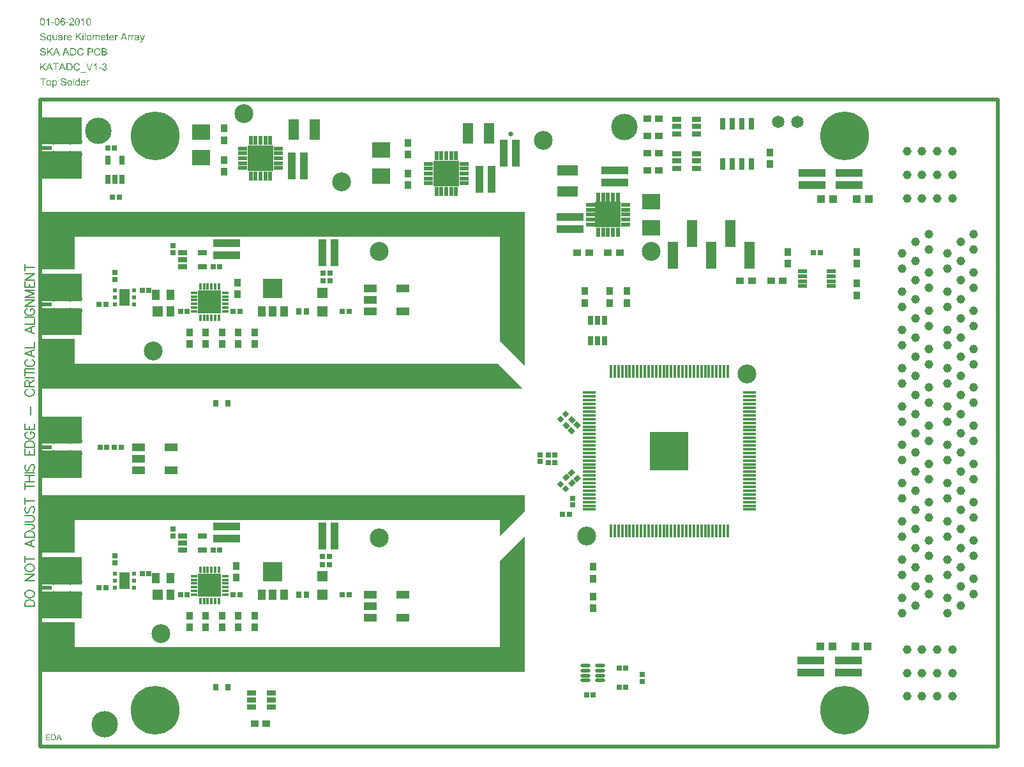
<source format=gts>
%FSLAX44Y44*%
%MOMM*%
G71*
G01*
G75*
G04 Layer_Color=8388736*
%ADD10C,0.1524*%
%ADD11C,0.1524*%
%ADD12C,0.9672*%
%ADD13R,1.5240X0.4064*%
%ADD14C,1.5000*%
%ADD15R,0.6000X1.5500*%
%ADD16R,1.0500X0.3500*%
%ADD17R,0.3500X1.0500*%
%ADD18R,3.2500X3.2500*%
%ADD19R,1.1500X0.6000*%
%ADD20R,0.5000X0.4500*%
%ADD21R,1.2500X2.0500*%
%ADD22R,0.6000X1.1000*%
%ADD23R,1.1500X0.4000*%
%ADD24R,0.6000X1.0500*%
%ADD25O,1.6000X0.3000*%
%ADD26O,0.3000X1.6000*%
%ADD27R,5.0000X5.0000*%
%ADD28R,0.8636X1.2700*%
%ADD29R,2.5000X2.5000*%
%ADD30O,1.2000X0.4000*%
%ADD31R,1.5500X1.0000*%
%ADD32R,0.6000X0.6000*%
%ADD33R,1.2700X3.4290*%
%ADD34R,0.6000X0.7000*%
%ADD35R,0.9000X1.0000*%
%ADD36R,1.3000X1.2000*%
%ADD37R,0.7000X0.8000*%
%ADD38R,2.2860X1.9050*%
%ADD39R,0.7620X0.9652*%
%ADD40R,2.7000X1.3500*%
%ADD41R,0.6000X0.6500*%
%ADD42R,3.4500X0.9500*%
%ADD43R,0.7000X0.3000*%
%ADD44R,0.3000X0.7000*%
%ADD45R,2.9500X2.9500*%
%ADD46R,0.8890X1.2954*%
%ADD47R,1.1938X1.2954*%
%ADD48C,1.0000*%
%ADD49R,1.3500X2.7000*%
%ADD50R,0.6500X0.6000*%
%ADD51R,0.9500X3.4500*%
G04:AMPARAMS|DCode=52|XSize=0.65mm|YSize=0.6mm|CornerRadius=0mm|HoleSize=0mm|Usage=FLASHONLY|Rotation=315.000|XOffset=0mm|YOffset=0mm|HoleType=Round|Shape=Rectangle|*
%AMROTATEDRECTD52*
4,1,4,-0.4419,0.0177,-0.0177,0.4419,0.4419,-0.0177,0.0177,-0.4419,-0.4419,0.0177,0.0*
%
%ADD52ROTATEDRECTD52*%

G04:AMPARAMS|DCode=53|XSize=0.65mm|YSize=0.6mm|CornerRadius=0mm|HoleSize=0mm|Usage=FLASHONLY|Rotation=45.000|XOffset=0mm|YOffset=0mm|HoleType=Round|Shape=Rectangle|*
%AMROTATEDRECTD53*
4,1,4,-0.0177,-0.4419,-0.4419,-0.0177,0.0177,0.4419,0.4419,0.0177,-0.0177,-0.4419,0.0*
%
%ADD53ROTATEDRECTD53*%

%ADD54R,0.9652X0.7620*%
%ADD55P,0.8485X4X90.0*%
%ADD56P,0.8485X4X360.0*%
%ADD57R,0.6000X0.6000*%
%ADD58R,1.0500X0.6000*%
%ADD59R,3.2500X3.2500*%
%ADD60C,0.3000*%
%ADD61C,0.5000*%
%ADD62C,0.5080*%
%ADD63C,0.3048*%
%ADD64C,0.3500*%
%ADD65C,0.4001*%
%ADD66C,0.3500*%
%ADD67C,0.3000*%
%ADD68C,0.2540*%
%ADD69C,0.4501*%
%ADD70C,0.4432*%
%ADD71C,0.3810*%
%ADD72C,0.6000*%
%ADD73C,0.5999*%
%ADD74C,0.4433*%
%ADD75C,0.2851*%
%ADD76C,0.8636*%
%ADD77C,0.4521*%
%ADD78C,0.2845*%
%ADD79C,0.1270*%
%ADD80C,0.6350*%
%ADD81C,1.5240*%
%ADD82C,1.0500*%
%ADD83C,6.3500*%
%ADD84C,0.6500*%
%ADD85C,0.5500*%
%ADD86C,3.3020*%
%ADD87C,0.5099*%
%ADD88C,0.5499*%
%ADD89C,1.0000*%
%ADD90C,1.9160*%
%ADD91C,1.6160*%
%ADD92C,1.2660*%
%ADD93C,2.2160*%
%ADD94C,4.8160*%
%ADD95C,3.2160*%
%ADD96C,0.5001*%
%ADD97O,0.3302X1.6510*%
%ADD98C,0.2000*%
%ADD99C,0.3302*%
%ADD100C,0.2500*%
%ADD101C,0.2300*%
%ADD102C,0.2499*%
%ADD103C,0.1000*%
%ADD104R,0.8000X0.9000*%
%ADD105R,1.6440X0.5264*%
%ADD106C,3.5000*%
%ADD107R,0.7000X1.6500*%
%ADD108R,1.1700X0.4700*%
%ADD109R,0.4700X1.1700*%
%ADD110R,3.3700X3.3700*%
%ADD111R,1.2700X0.7200*%
%ADD112R,0.6200X0.5700*%
%ADD113R,1.3700X2.1700*%
%ADD114R,0.7200X1.2200*%
%ADD115R,1.2700X0.5200*%
%ADD116R,0.7200X1.1700*%
%ADD117O,1.7200X0.4200*%
%ADD118O,0.4200X1.7200*%
%ADD119R,5.1200X5.1200*%
%ADD120R,0.9836X1.3900*%
%ADD121R,2.6200X2.6200*%
%ADD122O,1.3200X0.5200*%
%ADD123R,1.6700X1.1200*%
%ADD124R,0.7000X0.7000*%
%ADD125R,1.3716X3.5306*%
%ADD126R,0.7200X0.8200*%
%ADD127R,1.0200X1.1200*%
%ADD128R,1.4200X1.3200*%
%ADD129R,2.4060X2.0250*%
%ADD130R,0.8820X1.0852*%
%ADD131R,2.8000X1.4500*%
%ADD132R,0.7000X0.7500*%
%ADD133R,3.5700X1.0700*%
%ADD134R,0.8200X0.4200*%
%ADD135R,0.4200X0.8200*%
%ADD136R,3.0700X3.0700*%
%ADD137R,1.0090X1.4154*%
%ADD138R,1.3138X1.4154*%
%ADD139C,2.5000*%
%ADD140R,1.4500X2.8000*%
%ADD141R,0.7500X0.7000*%
%ADD142R,1.0700X3.5700*%
G04:AMPARAMS|DCode=143|XSize=0.75mm|YSize=0.7mm|CornerRadius=0mm|HoleSize=0mm|Usage=FLASHONLY|Rotation=315.000|XOffset=0mm|YOffset=0mm|HoleType=Round|Shape=Rectangle|*
%AMROTATEDRECTD143*
4,1,4,-0.5127,0.0177,-0.0177,0.5127,0.5127,-0.0177,0.0177,-0.5127,-0.5127,0.0177,0.0*
%
%ADD143ROTATEDRECTD143*%

G04:AMPARAMS|DCode=144|XSize=0.75mm|YSize=0.7mm|CornerRadius=0mm|HoleSize=0mm|Usage=FLASHONLY|Rotation=45.000|XOffset=0mm|YOffset=0mm|HoleType=Round|Shape=Rectangle|*
%AMROTATEDRECTD144*
4,1,4,-0.0177,-0.5127,-0.5127,-0.0177,0.0177,0.5127,0.5127,0.0177,-0.0177,-0.5127,0.0*
%
%ADD144ROTATEDRECTD144*%

%ADD145R,1.0852X0.8820*%
%ADD146P,0.9900X4X90.0*%
%ADD147P,0.9900X4X360.0*%
%ADD148R,0.7000X0.7000*%
%ADD149R,1.1700X0.7200*%
%ADD150R,3.3700X3.3700*%
%ADD151C,0.7550*%
%ADD152C,1.6440*%
%ADD153C,1.1700*%
%ADD154C,6.4700*%
%ADD155C,0.6699*%
G36*
X19470Y884598D02*
X19545D01*
X19645Y884586D01*
X19857Y884548D01*
X20095Y884498D01*
X20370Y884411D01*
X20632Y884298D01*
X20895Y884148D01*
X20907D01*
X20920Y884123D01*
X20957Y884098D01*
X21007Y884061D01*
X21132Y883961D01*
X21282Y883811D01*
X21444Y883623D01*
X21620Y883411D01*
X21782Y883149D01*
X21932Y882849D01*
Y882836D01*
X21944Y882811D01*
X21969Y882761D01*
X21982Y882699D01*
X22019Y882624D01*
X22044Y882536D01*
X22069Y882424D01*
X22107Y882311D01*
X22169Y882036D01*
X22232Y881736D01*
X22269Y881386D01*
X22282Y881024D01*
Y881012D01*
Y880974D01*
Y880924D01*
Y880849D01*
X22269Y880749D01*
X22257Y880637D01*
X22244Y880524D01*
X22232Y880387D01*
X22182Y880087D01*
X22119Y879762D01*
X22019Y879425D01*
X21894Y879100D01*
Y879087D01*
X21882Y879062D01*
X21857Y879025D01*
X21819Y878962D01*
X21782Y878887D01*
X21732Y878812D01*
X21607Y878625D01*
X21444Y878412D01*
X21257Y878187D01*
X21032Y877987D01*
X20770Y877800D01*
X20757D01*
X20732Y877775D01*
X20695Y877762D01*
X20645Y877725D01*
X20582Y877700D01*
X20495Y877663D01*
X20307Y877575D01*
X20082Y877487D01*
X19820Y877425D01*
X19533Y877375D01*
X19233Y877350D01*
X19133D01*
X19020Y877363D01*
X18883Y877387D01*
X18720Y877412D01*
X18533Y877450D01*
X18358Y877513D01*
X18170Y877600D01*
X18145Y877613D01*
X18095Y877650D01*
X18008Y877700D01*
X17908Y877775D01*
X17783Y877862D01*
X17658Y877975D01*
X17533Y878087D01*
X17408Y878225D01*
Y874838D01*
X16233D01*
Y884461D01*
X17308D01*
Y883548D01*
X17321Y883573D01*
X17371Y883636D01*
X17458Y883723D01*
X17558Y883848D01*
X17683Y883973D01*
X17820Y884098D01*
X17983Y884223D01*
X18158Y884336D01*
X18183Y884348D01*
X18245Y884373D01*
X18345Y884423D01*
X18483Y884473D01*
X18658Y884523D01*
X18858Y884573D01*
X19083Y884598D01*
X19320Y884611D01*
X19408D01*
X19470Y884598D01*
D02*
G37*
G36*
X64509Y884586D02*
X64658Y884561D01*
X64846Y884511D01*
X65058Y884448D01*
X65271Y884348D01*
X65508Y884223D01*
X65096Y883136D01*
X65071Y883149D01*
X65021Y883174D01*
X64933Y883211D01*
X64821Y883261D01*
X64696Y883311D01*
X64546Y883348D01*
X64384Y883373D01*
X64221Y883386D01*
X64159D01*
X64084Y883373D01*
X63984Y883361D01*
X63884Y883324D01*
X63759Y883286D01*
X63646Y883223D01*
X63521Y883149D01*
X63509Y883136D01*
X63471Y883111D01*
X63421Y883049D01*
X63359Y882974D01*
X63284Y882886D01*
X63209Y882774D01*
X63146Y882649D01*
X63084Y882499D01*
Y882486D01*
X63071Y882474D01*
Y882436D01*
X63059Y882386D01*
X63021Y882261D01*
X62996Y882099D01*
X62959Y881886D01*
X62921Y881661D01*
X62909Y881399D01*
X62896Y881124D01*
Y877500D01*
X61722D01*
Y884461D01*
X62784D01*
Y883399D01*
X62796Y883423D01*
X62821Y883461D01*
X62846Y883511D01*
X62934Y883636D01*
X63021Y883786D01*
X63134Y883961D01*
X63259Y884123D01*
X63396Y884261D01*
X63521Y884373D01*
X63534Y884386D01*
X63584Y884411D01*
X63659Y884448D01*
X63746Y884498D01*
X63859Y884536D01*
X63996Y884573D01*
X64134Y884598D01*
X64283Y884611D01*
X64384D01*
X64509Y884586D01*
D02*
G37*
G36*
X44976Y877500D02*
X43801D01*
Y887110D01*
X44976D01*
Y877500D01*
D02*
G37*
G36*
X52412D02*
X51312D01*
Y878387D01*
X51299Y878375D01*
X51287Y878337D01*
X51237Y878287D01*
X51187Y878225D01*
X51124Y878150D01*
X51037Y878062D01*
X50937Y877962D01*
X50824Y877875D01*
X50687Y877775D01*
X50550Y877675D01*
X50387Y877588D01*
X50212Y877513D01*
X50025Y877450D01*
X49812Y877400D01*
X49600Y877363D01*
X49362Y877350D01*
X49275D01*
X49225Y877363D01*
X49150D01*
X49062Y877375D01*
X48863Y877412D01*
X48625Y877462D01*
X48363Y877538D01*
X48088Y877650D01*
X47825Y877800D01*
X47813D01*
X47800Y877825D01*
X47763Y877850D01*
X47713Y877887D01*
X47588Y877987D01*
X47438Y878137D01*
X47263Y878312D01*
X47088Y878537D01*
X46913Y878787D01*
X46750Y879075D01*
Y879087D01*
X46738Y879112D01*
X46713Y879162D01*
X46688Y879225D01*
X46663Y879299D01*
X46638Y879387D01*
X46601Y879500D01*
X46563Y879624D01*
X46501Y879899D01*
X46438Y880224D01*
X46388Y880574D01*
X46376Y880962D01*
Y880974D01*
Y881012D01*
Y881062D01*
Y881137D01*
X46388Y881236D01*
Y881337D01*
X46401Y881461D01*
X46413Y881587D01*
X46463Y881886D01*
X46513Y882199D01*
X46601Y882524D01*
X46713Y882849D01*
Y882861D01*
X46726Y882886D01*
X46750Y882936D01*
X46775Y882986D01*
X46813Y883061D01*
X46863Y883136D01*
X46975Y883336D01*
X47125Y883536D01*
X47300Y883761D01*
X47513Y883961D01*
X47750Y884148D01*
X47763D01*
X47788Y884173D01*
X47825Y884186D01*
X47875Y884223D01*
X47938Y884261D01*
X48013Y884298D01*
X48213Y884386D01*
X48438Y884461D01*
X48700Y884536D01*
X49000Y884586D01*
X49312Y884611D01*
X49412D01*
X49537Y884598D01*
X49687Y884573D01*
X49862Y884548D01*
X50050Y884498D01*
X50237Y884423D01*
X50425Y884336D01*
X50450Y884323D01*
X50512Y884286D01*
X50599Y884236D01*
X50712Y884148D01*
X50837Y884048D01*
X50974Y883936D01*
X51112Y883798D01*
X51237Y883648D01*
Y887110D01*
X52412D01*
Y877500D01*
D02*
G37*
G36*
X55372Y170180D02*
X0D01*
Y206248D01*
X55372D01*
Y170180D01*
D02*
G37*
G36*
X642620Y99060D02*
X0D01*
Y165100D01*
X45720D01*
Y132080D01*
X609600D01*
Y246380D01*
X642620Y279400D01*
Y99060D01*
D02*
G37*
G36*
X31154Y887260D02*
X31254D01*
X31379Y887247D01*
X31517Y887235D01*
X31804Y887185D01*
X32117Y887122D01*
X32442Y887035D01*
X32754Y886923D01*
X32767D01*
X32792Y886910D01*
X32829Y886885D01*
X32892Y886860D01*
X33042Y886773D01*
X33217Y886660D01*
X33429Y886523D01*
X33629Y886348D01*
X33841Y886135D01*
X34016Y885898D01*
Y885885D01*
X34041Y885873D01*
X34054Y885835D01*
X34091Y885785D01*
X34116Y885723D01*
X34154Y885648D01*
X34241Y885461D01*
X34329Y885236D01*
X34404Y884986D01*
X34466Y884698D01*
X34491Y884398D01*
X33266Y884311D01*
Y884323D01*
Y884348D01*
X33254Y884398D01*
X33242Y884461D01*
X33229Y884536D01*
X33204Y884623D01*
X33142Y884823D01*
X33054Y885036D01*
X32942Y885260D01*
X32792Y885486D01*
X32592Y885673D01*
X32567Y885698D01*
X32529Y885710D01*
X32492Y885748D01*
X32429Y885785D01*
X32354Y885823D01*
X32267Y885860D01*
X32179Y885910D01*
X32067Y885948D01*
X31942Y885985D01*
X31804Y886023D01*
X31654Y886060D01*
X31492Y886098D01*
X31317Y886110D01*
X31130Y886135D01*
X30742D01*
X30642Y886123D01*
X30542Y886110D01*
X30292Y886085D01*
X30017Y886035D01*
X29742Y885960D01*
X29480Y885848D01*
X29355Y885785D01*
X29255Y885710D01*
X29230Y885685D01*
X29167Y885635D01*
X29093Y885548D01*
X28993Y885423D01*
X28893Y885273D01*
X28818Y885098D01*
X28755Y884898D01*
X28730Y884686D01*
Y884661D01*
Y884598D01*
X28755Y884511D01*
X28780Y884386D01*
X28818Y884248D01*
X28880Y884111D01*
X28968Y883973D01*
X29093Y883836D01*
X29118Y883823D01*
X29142Y883798D01*
X29180Y883786D01*
X29230Y883748D01*
X29293Y883711D01*
X29380Y883673D01*
X29467Y883636D01*
X29592Y883586D01*
X29730Y883523D01*
X29880Y883474D01*
X30055Y883411D01*
X30255Y883348D01*
X30480Y883286D01*
X30730Y883223D01*
X31005Y883161D01*
X31017D01*
X31067Y883149D01*
X31154Y883124D01*
X31254Y883099D01*
X31379Y883074D01*
X31529Y883036D01*
X31679Y882999D01*
X31854Y882949D01*
X32204Y882861D01*
X32554Y882761D01*
X32717Y882699D01*
X32879Y882649D01*
X33017Y882599D01*
X33129Y882549D01*
X33142D01*
X33166Y882536D01*
X33204Y882511D01*
X33266Y882474D01*
X33416Y882399D01*
X33604Y882286D01*
X33804Y882136D01*
X34004Y881974D01*
X34204Y881774D01*
X34366Y881562D01*
Y881549D01*
X34379Y881536D01*
X34404Y881499D01*
X34429Y881461D01*
X34491Y881337D01*
X34579Y881174D01*
X34654Y880974D01*
X34716Y880737D01*
X34766Y880487D01*
X34779Y880199D01*
Y880187D01*
Y880162D01*
Y880124D01*
X34766Y880074D01*
Y879999D01*
X34754Y879924D01*
X34729Y879737D01*
X34666Y879512D01*
X34591Y879275D01*
X34479Y879012D01*
X34329Y878762D01*
Y878750D01*
X34304Y878737D01*
X34279Y878700D01*
X34254Y878650D01*
X34141Y878525D01*
X34004Y878375D01*
X33829Y878212D01*
X33616Y878037D01*
X33354Y877862D01*
X33066Y877712D01*
X33054D01*
X33029Y877700D01*
X32979Y877675D01*
X32929Y877650D01*
X32842Y877625D01*
X32754Y877600D01*
X32654Y877562D01*
X32529Y877525D01*
X32267Y877462D01*
X31954Y877400D01*
X31604Y877350D01*
X31230Y877337D01*
X31105D01*
X31017Y877350D01*
X30905D01*
X30767Y877363D01*
X30630Y877375D01*
X30467Y877387D01*
X30130Y877425D01*
X29755Y877500D01*
X29392Y877588D01*
X29043Y877712D01*
X29030D01*
X29005Y877725D01*
X28955Y877750D01*
X28893Y877787D01*
X28830Y877825D01*
X28743Y877875D01*
X28543Y878000D01*
X28318Y878162D01*
X28093Y878362D01*
X27868Y878600D01*
X27668Y878862D01*
Y878875D01*
X27643Y878900D01*
X27618Y878937D01*
X27593Y879000D01*
X27555Y879075D01*
X27506Y879150D01*
X27468Y879249D01*
X27418Y879362D01*
X27318Y879624D01*
X27231Y879912D01*
X27168Y880249D01*
X27143Y880599D01*
X28343Y880699D01*
Y880687D01*
Y880662D01*
X28355Y880624D01*
Y880574D01*
X28380Y880449D01*
X28418Y880274D01*
X28468Y880087D01*
X28543Y879887D01*
X28630Y879687D01*
X28730Y879500D01*
X28743Y879474D01*
X28793Y879425D01*
X28868Y879337D01*
X28968Y879237D01*
X29105Y879112D01*
X29267Y878987D01*
X29467Y878862D01*
X29692Y878750D01*
X29705D01*
X29717Y878737D01*
X29755Y878725D01*
X29805Y878712D01*
X29867Y878687D01*
X29942Y878662D01*
X30130Y878612D01*
X30342Y878562D01*
X30592Y878512D01*
X30867Y878487D01*
X31167Y878475D01*
X31292D01*
X31430Y878487D01*
X31604Y878500D01*
X31792Y878525D01*
X32017Y878562D01*
X32229Y878612D01*
X32442Y878687D01*
X32454D01*
X32467Y878700D01*
X32529Y878725D01*
X32629Y878775D01*
X32754Y878837D01*
X32892Y878925D01*
X33029Y879025D01*
X33166Y879137D01*
X33279Y879275D01*
X33291Y879287D01*
X33317Y879337D01*
X33366Y879425D01*
X33416Y879525D01*
X33466Y879649D01*
X33516Y879787D01*
X33541Y879937D01*
X33554Y880099D01*
Y880124D01*
Y880174D01*
X33541Y880262D01*
X33516Y880362D01*
X33491Y880487D01*
X33441Y880624D01*
X33366Y880762D01*
X33279Y880887D01*
X33266Y880899D01*
X33229Y880949D01*
X33166Y881012D01*
X33079Y881087D01*
X32954Y881174D01*
X32804Y881262D01*
X32629Y881361D01*
X32417Y881449D01*
X32392Y881461D01*
X32342Y881474D01*
X32292Y881499D01*
X32229Y881512D01*
X32154Y881536D01*
X32054Y881562D01*
X31954Y881599D01*
X31829Y881624D01*
X31692Y881661D01*
X31529Y881711D01*
X31354Y881749D01*
X31154Y881799D01*
X30942Y881849D01*
X30705Y881911D01*
X30692D01*
X30642Y881924D01*
X30580Y881949D01*
X30492Y881961D01*
X30380Y881999D01*
X30267Y882024D01*
X29980Y882111D01*
X29680Y882199D01*
X29367Y882311D01*
X29093Y882411D01*
X28968Y882474D01*
X28855Y882524D01*
X28843D01*
X28830Y882536D01*
X28793Y882561D01*
X28743Y882586D01*
X28618Y882661D01*
X28468Y882774D01*
X28305Y882899D01*
X28130Y883049D01*
X27968Y883223D01*
X27830Y883411D01*
Y883423D01*
X27818Y883436D01*
X27780Y883511D01*
X27730Y883611D01*
X27668Y883761D01*
X27605Y883936D01*
X27555Y884148D01*
X27518Y884373D01*
X27506Y884611D01*
Y884623D01*
Y884648D01*
Y884686D01*
X27518Y884736D01*
X27531Y884873D01*
X27555Y885061D01*
X27605Y885273D01*
X27680Y885498D01*
X27780Y885735D01*
X27918Y885973D01*
Y885985D01*
X27943Y885998D01*
X27993Y886073D01*
X28093Y886198D01*
X28218Y886335D01*
X28393Y886485D01*
X28593Y886648D01*
X28843Y886798D01*
X29118Y886935D01*
X29130D01*
X29155Y886948D01*
X29193Y886973D01*
X29255Y886985D01*
X29330Y887010D01*
X29418Y887048D01*
X29517Y887073D01*
X29630Y887110D01*
X29892Y887160D01*
X30192Y887223D01*
X30530Y887260D01*
X30880Y887272D01*
X31054D01*
X31154Y887260D01*
D02*
G37*
G36*
X28692Y8750D02*
X27544D01*
X26656Y11076D01*
X23442D01*
X22603Y8750D01*
X21535D01*
X24460Y16426D01*
X25568D01*
X28692Y8750D01*
D02*
G37*
G36*
X17582Y16416D02*
X17772D01*
X17991Y16396D01*
X18221Y16376D01*
X18441Y16346D01*
X18630Y16307D01*
X18640D01*
X18660Y16296D01*
X18700Y16287D01*
X18740Y16277D01*
X18800Y16257D01*
X18870Y16237D01*
X19020Y16187D01*
X19199Y16107D01*
X19389Y16017D01*
X19578Y15897D01*
X19758Y15757D01*
X19768Y15747D01*
X19788Y15738D01*
X19818Y15708D01*
X19858Y15668D01*
X19908Y15618D01*
X19968Y15558D01*
X20028Y15488D01*
X20097Y15408D01*
X20247Y15218D01*
X20397Y14989D01*
X20547Y14739D01*
X20666Y14450D01*
Y14440D01*
X20677Y14410D01*
X20696Y14370D01*
X20716Y14310D01*
X20736Y14230D01*
X20766Y14140D01*
X20796Y14041D01*
X20826Y13921D01*
X20846Y13791D01*
X20876Y13651D01*
X20906Y13501D01*
X20926Y13342D01*
X20966Y12992D01*
X20976Y12623D01*
Y12613D01*
Y12583D01*
Y12543D01*
Y12473D01*
X20966Y12404D01*
Y12314D01*
X20956Y12214D01*
X20946Y12104D01*
X20926Y11864D01*
X20886Y11605D01*
X20836Y11335D01*
X20766Y11076D01*
Y11066D01*
X20756Y11046D01*
X20746Y11006D01*
X20726Y10966D01*
X20707Y10906D01*
X20687Y10836D01*
X20627Y10687D01*
X20557Y10507D01*
X20467Y10317D01*
X20357Y10128D01*
X20247Y9958D01*
X20237Y9938D01*
X20187Y9888D01*
X20127Y9808D01*
X20038Y9708D01*
X19938Y9599D01*
X19818Y9479D01*
X19678Y9369D01*
X19539Y9259D01*
X19519Y9249D01*
X19469Y9219D01*
X19389Y9169D01*
X19279Y9119D01*
X19149Y9059D01*
X18989Y8990D01*
X18810Y8930D01*
X18620Y8880D01*
X18610D01*
X18600Y8870D01*
X18570D01*
X18530Y8860D01*
X18480Y8850D01*
X18420Y8840D01*
X18271Y8820D01*
X18091Y8790D01*
X17881Y8770D01*
X17642Y8760D01*
X17392Y8750D01*
X14627D01*
Y16426D01*
X17492D01*
X17582Y16416D01*
D02*
G37*
G36*
X13040Y15518D02*
X8518D01*
Y13182D01*
X12751D01*
Y12274D01*
X8518D01*
Y9658D01*
X13220D01*
Y8750D01*
X7500D01*
Y16426D01*
X13040D01*
Y15518D01*
D02*
G37*
G36*
X11822Y884598D02*
X11947Y884586D01*
X12084Y884561D01*
X12247Y884536D01*
X12422Y884498D01*
X12597Y884448D01*
X12784Y884373D01*
X12984Y884298D01*
X13184Y884211D01*
X13384Y884098D01*
X13571Y883973D01*
X13759Y883823D01*
X13934Y883661D01*
X13946Y883648D01*
X13971Y883623D01*
X14021Y883561D01*
X14071Y883486D01*
X14146Y883399D01*
X14221Y883273D01*
X14309Y883136D01*
X14396Y882986D01*
X14471Y882811D01*
X14559Y882624D01*
X14634Y882411D01*
X14709Y882174D01*
X14759Y881924D01*
X14809Y881661D01*
X14834Y881374D01*
X14846Y881074D01*
Y881062D01*
Y881012D01*
Y880949D01*
Y880849D01*
X14834Y880737D01*
X14821Y880612D01*
X14809Y880462D01*
X14796Y880312D01*
X14746Y879974D01*
X14671Y879624D01*
X14571Y879275D01*
X14509Y879112D01*
X14434Y878962D01*
Y878950D01*
X14421Y878925D01*
X14396Y878887D01*
X14359Y878837D01*
X14271Y878700D01*
X14134Y878525D01*
X13971Y878337D01*
X13772Y878137D01*
X13534Y877950D01*
X13259Y877775D01*
X13247D01*
X13222Y877762D01*
X13184Y877737D01*
X13122Y877712D01*
X13059Y877675D01*
X12972Y877637D01*
X12759Y877562D01*
X12522Y877487D01*
X12234Y877412D01*
X11922Y877363D01*
X11585Y877350D01*
X11522D01*
X11447Y877363D01*
X11347D01*
X11222Y877375D01*
X11085Y877400D01*
X10922Y877425D01*
X10747Y877462D01*
X10560Y877513D01*
X10372Y877575D01*
X10185Y877650D01*
X9985Y877737D01*
X9785Y877850D01*
X9597Y877975D01*
X9410Y878112D01*
X9235Y878275D01*
X9223Y878287D01*
X9198Y878325D01*
X9148Y878375D01*
X9098Y878450D01*
X9023Y878550D01*
X8948Y878662D01*
X8873Y878800D01*
X8785Y878962D01*
X8698Y879150D01*
X8623Y879350D01*
X8548Y879562D01*
X8473Y879812D01*
X8423Y880074D01*
X8373Y880349D01*
X8348Y880649D01*
X8335Y880974D01*
Y880999D01*
Y881062D01*
X8348Y881162D01*
Y881286D01*
X8373Y881449D01*
X8398Y881636D01*
X8423Y881836D01*
X8473Y882049D01*
X8523Y882286D01*
X8598Y882524D01*
X8685Y882761D01*
X8785Y882999D01*
X8910Y883223D01*
X9048Y883448D01*
X9210Y883648D01*
X9398Y883836D01*
X9410Y883848D01*
X9435Y883873D01*
X9485Y883911D01*
X9560Y883961D01*
X9647Y884011D01*
X9747Y884086D01*
X9872Y884148D01*
X10010Y884223D01*
X10160Y884298D01*
X10322Y884361D01*
X10510Y884436D01*
X10697Y884486D01*
X10910Y884536D01*
X11122Y884573D01*
X11347Y884598D01*
X11585Y884611D01*
X11722D01*
X11822Y884598D01*
D02*
G37*
G36*
X7598Y885973D02*
X4436D01*
Y877500D01*
X3162D01*
Y885973D01*
X0D01*
Y887110D01*
X7598D01*
Y885973D01*
D02*
G37*
G36*
X57348Y884598D02*
X57460Y884586D01*
X57598Y884561D01*
X57760Y884536D01*
X57923Y884498D01*
X58098Y884448D01*
X58285Y884373D01*
X58472Y884298D01*
X58660Y884211D01*
X58860Y884098D01*
X59047Y883973D01*
X59222Y883823D01*
X59397Y883661D01*
X59410Y883648D01*
X59435Y883611D01*
X59485Y883561D01*
X59535Y883486D01*
X59597Y883386D01*
X59672Y883273D01*
X59760Y883136D01*
X59847Y882974D01*
X59922Y882786D01*
X60010Y882586D01*
X60085Y882374D01*
X60147Y882136D01*
X60197Y881874D01*
X60247Y881599D01*
X60272Y881299D01*
X60285Y880987D01*
Y880962D01*
Y880912D01*
Y880812D01*
X60272Y880674D01*
X55086D01*
Y880662D01*
Y880624D01*
X55098Y880562D01*
X55111Y880487D01*
X55123Y880387D01*
X55136Y880274D01*
X55186Y880024D01*
X55273Y879737D01*
X55386Y879449D01*
X55536Y879175D01*
X55623Y879050D01*
X55723Y878925D01*
X55736Y878912D01*
X55748Y878900D01*
X55786Y878875D01*
X55823Y878837D01*
X55961Y878737D01*
X56123Y878625D01*
X56336Y878512D01*
X56585Y878425D01*
X56873Y878350D01*
X57023Y878337D01*
X57185Y878325D01*
X57298D01*
X57410Y878337D01*
X57573Y878362D01*
X57735Y878412D01*
X57923Y878462D01*
X58110Y878550D01*
X58285Y878662D01*
X58310Y878675D01*
X58360Y878725D01*
X58447Y878812D01*
X58548Y878925D01*
X58660Y879075D01*
X58785Y879275D01*
X58910Y879500D01*
X59010Y879762D01*
X60235Y879600D01*
Y879587D01*
X60222Y879549D01*
X60210Y879500D01*
X60172Y879425D01*
X60147Y879337D01*
X60097Y879225D01*
X59997Y878987D01*
X59847Y878725D01*
X59660Y878450D01*
X59435Y878175D01*
X59172Y877937D01*
X59160D01*
X59135Y877912D01*
X59097Y877887D01*
X59035Y877850D01*
X58960Y877800D01*
X58860Y877750D01*
X58760Y877700D01*
X58635Y877650D01*
X58498Y877588D01*
X58348Y877538D01*
X58185Y877487D01*
X58010Y877438D01*
X57623Y877375D01*
X57410Y877363D01*
X57185Y877350D01*
X57123D01*
X57035Y877363D01*
X56935D01*
X56810Y877375D01*
X56660Y877400D01*
X56486Y877425D01*
X56311Y877462D01*
X56123Y877513D01*
X55923Y877575D01*
X55723Y877650D01*
X55523Y877750D01*
X55323Y877850D01*
X55123Y877975D01*
X54936Y878125D01*
X54761Y878287D01*
X54749Y878300D01*
X54724Y878337D01*
X54674Y878387D01*
X54623Y878462D01*
X54561Y878562D01*
X54486Y878675D01*
X54399Y878812D01*
X54324Y878962D01*
X54236Y879150D01*
X54149Y879337D01*
X54074Y879562D01*
X54011Y879787D01*
X53961Y880049D01*
X53911Y880312D01*
X53886Y880599D01*
X53874Y880912D01*
Y880937D01*
Y880987D01*
X53886Y881087D01*
Y881199D01*
X53899Y881349D01*
X53924Y881524D01*
X53949Y881711D01*
X53986Y881911D01*
X54036Y882124D01*
X54099Y882349D01*
X54161Y882574D01*
X54249Y882799D01*
X54361Y883024D01*
X54474Y883249D01*
X54611Y883448D01*
X54774Y883636D01*
X54786Y883648D01*
X54811Y883673D01*
X54861Y883723D01*
X54936Y883786D01*
X55023Y883861D01*
X55136Y883948D01*
X55261Y884036D01*
X55398Y884123D01*
X55561Y884211D01*
X55736Y884298D01*
X55936Y884386D01*
X56136Y884461D01*
X56361Y884523D01*
X56598Y884573D01*
X56848Y884598D01*
X57110Y884611D01*
X57248D01*
X57348Y884598D01*
D02*
G37*
G36*
X39415D02*
X39540Y884586D01*
X39677Y884561D01*
X39840Y884536D01*
X40015Y884498D01*
X40190Y884448D01*
X40377Y884373D01*
X40577Y884298D01*
X40777Y884211D01*
X40977Y884098D01*
X41164Y883973D01*
X41352Y883823D01*
X41527Y883661D01*
X41539Y883648D01*
X41564Y883623D01*
X41614Y883561D01*
X41664Y883486D01*
X41739Y883399D01*
X41814Y883273D01*
X41902Y883136D01*
X41989Y882986D01*
X42064Y882811D01*
X42152Y882624D01*
X42227Y882411D01*
X42302Y882174D01*
X42352Y881924D01*
X42402Y881661D01*
X42427Y881374D01*
X42439Y881074D01*
Y881062D01*
Y881012D01*
Y880949D01*
Y880849D01*
X42427Y880737D01*
X42414Y880612D01*
X42402Y880462D01*
X42389Y880312D01*
X42339Y879974D01*
X42264Y879624D01*
X42164Y879275D01*
X42102Y879112D01*
X42027Y878962D01*
Y878950D01*
X42014Y878925D01*
X41989Y878887D01*
X41952Y878837D01*
X41864Y878700D01*
X41727Y878525D01*
X41564Y878337D01*
X41364Y878137D01*
X41127Y877950D01*
X40852Y877775D01*
X40840D01*
X40814Y877762D01*
X40777Y877737D01*
X40715Y877712D01*
X40652Y877675D01*
X40565Y877637D01*
X40352Y877562D01*
X40115Y877487D01*
X39827Y877412D01*
X39515Y877363D01*
X39177Y877350D01*
X39115D01*
X39040Y877363D01*
X38940D01*
X38815Y877375D01*
X38678Y877400D01*
X38515Y877425D01*
X38340Y877462D01*
X38153Y877513D01*
X37965Y877575D01*
X37778Y877650D01*
X37578Y877737D01*
X37378Y877850D01*
X37190Y877975D01*
X37003Y878112D01*
X36828Y878275D01*
X36816Y878287D01*
X36791Y878325D01*
X36741Y878375D01*
X36691Y878450D01*
X36616Y878550D01*
X36541Y878662D01*
X36466Y878800D01*
X36378Y878962D01*
X36291Y879150D01*
X36216Y879350D01*
X36141Y879562D01*
X36066Y879812D01*
X36016Y880074D01*
X35966Y880349D01*
X35941Y880649D01*
X35928Y880974D01*
Y880999D01*
Y881062D01*
X35941Y881162D01*
Y881286D01*
X35966Y881449D01*
X35991Y881636D01*
X36016Y881836D01*
X36066Y882049D01*
X36116Y882286D01*
X36191Y882524D01*
X36278Y882761D01*
X36378Y882999D01*
X36503Y883223D01*
X36641Y883448D01*
X36803Y883648D01*
X36990Y883836D01*
X37003Y883848D01*
X37028Y883873D01*
X37078Y883911D01*
X37153Y883961D01*
X37241Y884011D01*
X37340Y884086D01*
X37465Y884148D01*
X37603Y884223D01*
X37753Y884298D01*
X37915Y884361D01*
X38103Y884436D01*
X38290Y884486D01*
X38503Y884536D01*
X38715Y884573D01*
X38940Y884598D01*
X39177Y884611D01*
X39315D01*
X39415Y884598D01*
D02*
G37*
G36*
X45720Y508000D02*
X607060D01*
X640080Y474980D01*
X0D01*
Y541020D01*
X45720D01*
Y508000D01*
D02*
G37*
G36*
X55372Y591312D02*
X0D01*
Y627380D01*
X55372D01*
Y591312D01*
D02*
G37*
G36*
Y754141D02*
X0D01*
Y790209D01*
X55372D01*
Y754141D01*
D02*
G37*
G36*
X642620Y505460D02*
X609600Y538480D01*
Y676910D01*
X45720D01*
Y633730D01*
X0D01*
Y709930D01*
X642620D01*
Y505460D01*
D02*
G37*
G36*
X118010Y585990D02*
X105510D01*
Y606490D01*
X118010D01*
Y585990D01*
D02*
G37*
G36*
X239540Y575394D02*
X210040D01*
Y604894D01*
X239540D01*
Y575394D01*
D02*
G37*
G36*
X55372Y546100D02*
X0D01*
Y582168D01*
X55372D01*
Y546100D01*
D02*
G37*
G36*
Y215392D02*
X0D01*
Y251460D01*
X55372D01*
Y215392D01*
D02*
G37*
G36*
X642620Y312420D02*
X609600Y279400D01*
Y300990D01*
X45720D01*
Y257810D01*
X0D01*
Y334010D01*
X642620D01*
Y312420D01*
D02*
G37*
G36*
X239540Y199474D02*
X210040D01*
Y228974D01*
X239540D01*
Y199474D01*
D02*
G37*
G36*
X118010Y210070D02*
X105510D01*
Y230570D01*
X118010D01*
Y210070D01*
D02*
G37*
G36*
X55372Y357030D02*
X0D01*
Y393098D01*
X55372D01*
Y357030D01*
D02*
G37*
G36*
Y402242D02*
X0D01*
Y438310D01*
X55372D01*
Y402242D01*
D02*
G37*
G36*
Y799353D02*
X0D01*
Y835421D01*
X55372D01*
Y799353D01*
D02*
G37*
%LPC*%
G36*
X24989Y15628D02*
Y15618D01*
X24979Y15598D01*
X24969Y15558D01*
X24959Y15498D01*
X24949Y15428D01*
X24929Y15348D01*
X24909Y15258D01*
X24879Y15159D01*
X24819Y14939D01*
X24749Y14689D01*
X24669Y14420D01*
X24570Y14150D01*
X23731Y11904D01*
X26336D01*
X25538Y14021D01*
Y14031D01*
X25518Y14060D01*
X25498Y14110D01*
X25478Y14180D01*
X25448Y14260D01*
X25408Y14360D01*
X25368Y14470D01*
X25328Y14590D01*
X25238Y14839D01*
X25148Y15109D01*
X25069Y15378D01*
X24989Y15628D01*
D02*
G37*
G36*
X17422Y15518D02*
X15646D01*
Y9658D01*
X17472D01*
X17542Y9668D01*
X17712Y9678D01*
X17902Y9688D01*
X18101Y9718D01*
X18301Y9748D01*
X18470Y9798D01*
X18480D01*
X18490Y9808D01*
X18540Y9828D01*
X18620Y9858D01*
X18720Y9898D01*
X18830Y9958D01*
X18940Y10018D01*
X19059Y10098D01*
X19159Y10187D01*
X19179Y10207D01*
X19219Y10257D01*
X19279Y10337D01*
X19369Y10447D01*
X19459Y10587D01*
X19548Y10756D01*
X19638Y10946D01*
X19718Y11166D01*
Y11176D01*
X19728Y11196D01*
X19738Y11226D01*
X19748Y11276D01*
X19768Y11335D01*
X19788Y11405D01*
X19808Y11485D01*
X19828Y11575D01*
X19838Y11685D01*
X19858Y11795D01*
X19898Y12044D01*
X19918Y12334D01*
X19928Y12643D01*
Y12653D01*
Y12693D01*
Y12763D01*
X19918Y12843D01*
Y12943D01*
X19908Y13052D01*
X19898Y13182D01*
X19878Y13322D01*
X19828Y13621D01*
X19758Y13931D01*
X19658Y14220D01*
X19598Y14360D01*
X19529Y14490D01*
Y14500D01*
X19509Y14520D01*
X19489Y14550D01*
X19459Y14600D01*
X19369Y14709D01*
X19259Y14839D01*
X19119Y14989D01*
X18960Y15129D01*
X18770Y15258D01*
X18670Y15308D01*
X18570Y15358D01*
X18550Y15368D01*
X18530Y15378D01*
X18490Y15388D01*
X18450Y15398D01*
X18391Y15408D01*
X18331Y15428D01*
X18251Y15438D01*
X18171Y15458D01*
X18071Y15468D01*
X17961Y15478D01*
X17842Y15498D01*
X17712Y15508D01*
X17572D01*
X17422Y15518D01*
D02*
G37*
G36*
X49425Y883636D02*
X49350D01*
X49300Y883623D01*
X49150Y883598D01*
X48962Y883561D01*
X48762Y883474D01*
X48538Y883361D01*
X48425Y883286D01*
X48325Y883198D01*
X48213Y883099D01*
X48113Y882986D01*
Y882974D01*
X48088Y882961D01*
X48063Y882924D01*
X48025Y882861D01*
X47988Y882799D01*
X47950Y882711D01*
X47900Y882611D01*
X47850Y882499D01*
X47800Y882361D01*
X47750Y882211D01*
X47713Y882049D01*
X47675Y881874D01*
X47638Y881674D01*
X47613Y881461D01*
X47600Y881224D01*
X47588Y880974D01*
Y880962D01*
Y880912D01*
Y880849D01*
X47600Y880749D01*
Y880649D01*
X47613Y880512D01*
X47638Y880374D01*
X47663Y880224D01*
X47725Y879899D01*
X47825Y879562D01*
X47963Y879249D01*
X48050Y879112D01*
X48150Y878975D01*
X48163Y878962D01*
X48175Y878950D01*
X48250Y878875D01*
X48375Y878775D01*
X48525Y878650D01*
X48725Y878525D01*
X48950Y878425D01*
X49212Y878350D01*
X49350Y878337D01*
X49487Y878325D01*
X49562D01*
X49612Y878337D01*
X49762Y878362D01*
X49937Y878400D01*
X50150Y878475D01*
X50362Y878587D01*
X50475Y878662D01*
X50587Y878750D01*
X50700Y878837D01*
X50799Y878950D01*
X50812Y878962D01*
X50824Y878975D01*
X50849Y879012D01*
X50887Y879062D01*
X50925Y879137D01*
X50974Y879212D01*
X51024Y879312D01*
X51074Y879425D01*
X51124Y879549D01*
X51174Y879699D01*
X51224Y879849D01*
X51262Y880024D01*
X51299Y880212D01*
X51324Y880424D01*
X51349Y880637D01*
Y880874D01*
Y880887D01*
Y880937D01*
Y881012D01*
X51337Y881112D01*
Y881224D01*
X51324Y881361D01*
X51299Y881512D01*
X51274Y881674D01*
X51212Y882011D01*
X51112Y882361D01*
X50974Y882686D01*
X50887Y882824D01*
X50787Y882961D01*
Y882974D01*
X50762Y882986D01*
X50687Y883061D01*
X50574Y883174D01*
X50412Y883298D01*
X50212Y883423D01*
X49975Y883536D01*
X49712Y883611D01*
X49575Y883623D01*
X49425Y883636D01*
D02*
G37*
G36*
X57123D02*
X57048D01*
X56985Y883623D01*
X56923D01*
X56835Y883611D01*
X56648Y883573D01*
X56435Y883499D01*
X56198Y883399D01*
X55973Y883273D01*
X55861Y883186D01*
X55748Y883086D01*
X55723Y883061D01*
X55661Y882986D01*
X55573Y882874D01*
X55473Y882711D01*
X55361Y882499D01*
X55261Y882249D01*
X55186Y881974D01*
X55148Y881649D01*
X59035D01*
Y881661D01*
Y881686D01*
X59022Y881736D01*
X59010Y881786D01*
Y881861D01*
X58985Y881949D01*
X58947Y882136D01*
X58885Y882349D01*
X58810Y882561D01*
X58710Y882774D01*
X58585Y882949D01*
Y882961D01*
X58560Y882974D01*
X58523Y883011D01*
X58485Y883061D01*
X58360Y883161D01*
X58198Y883298D01*
X57985Y883423D01*
X57735Y883523D01*
X57448Y883611D01*
X57285Y883623D01*
X57123Y883636D01*
D02*
G37*
G36*
X39177D02*
X39090D01*
X39028Y883623D01*
X38953Y883611D01*
X38865Y883598D01*
X38665Y883548D01*
X38440Y883474D01*
X38190Y883361D01*
X38065Y883286D01*
X37953Y883198D01*
X37828Y883086D01*
X37715Y882974D01*
Y882961D01*
X37690Y882949D01*
X37665Y882899D01*
X37628Y882849D01*
X37578Y882774D01*
X37528Y882699D01*
X37478Y882599D01*
X37428Y882474D01*
X37378Y882349D01*
X37328Y882199D01*
X37278Y882036D01*
X37228Y881849D01*
X37190Y881661D01*
X37166Y881449D01*
X37153Y881211D01*
X37141Y880974D01*
Y880962D01*
Y880912D01*
Y880849D01*
X37153Y880762D01*
Y880649D01*
X37166Y880524D01*
X37190Y880374D01*
X37215Y880224D01*
X37278Y879912D01*
X37378Y879575D01*
X37528Y879262D01*
X37615Y879125D01*
X37715Y878987D01*
X37728Y878975D01*
X37740Y878962D01*
X37778Y878925D01*
X37815Y878887D01*
X37953Y878775D01*
X38115Y878662D01*
X38328Y878537D01*
X38578Y878425D01*
X38865Y878350D01*
X39015Y878337D01*
X39177Y878325D01*
X39265D01*
X39327Y878337D01*
X39402Y878350D01*
X39490Y878362D01*
X39690Y878412D01*
X39915Y878487D01*
X40165Y878600D01*
X40290Y878675D01*
X40415Y878775D01*
X40527Y878875D01*
X40640Y878987D01*
X40652Y879000D01*
X40665Y879025D01*
X40690Y879062D01*
X40727Y879112D01*
X40777Y879187D01*
X40827Y879275D01*
X40877Y879374D01*
X40939Y879487D01*
X40989Y879624D01*
X41040Y879774D01*
X41090Y879937D01*
X41139Y880124D01*
X41177Y880324D01*
X41202Y880537D01*
X41227Y880762D01*
Y881012D01*
Y881024D01*
Y881074D01*
Y881137D01*
X41214Y881224D01*
Y881337D01*
X41202Y881449D01*
X41177Y881587D01*
X41152Y881736D01*
X41090Y882049D01*
X40977Y882374D01*
X40840Y882686D01*
X40740Y882836D01*
X40640Y882961D01*
X40627Y882974D01*
X40615Y882986D01*
X40577Y883024D01*
X40540Y883061D01*
X40402Y883174D01*
X40240Y883298D01*
X40027Y883423D01*
X39777Y883536D01*
X39490Y883611D01*
X39340Y883623D01*
X39177Y883636D01*
D02*
G37*
G36*
X11585D02*
X11497D01*
X11435Y883623D01*
X11360Y883611D01*
X11272Y883598D01*
X11072Y883548D01*
X10847Y883474D01*
X10597Y883361D01*
X10472Y883286D01*
X10360Y883198D01*
X10235Y883086D01*
X10122Y882974D01*
Y882961D01*
X10097Y882949D01*
X10072Y882899D01*
X10035Y882849D01*
X9985Y882774D01*
X9935Y882699D01*
X9885Y882599D01*
X9835Y882474D01*
X9785Y882349D01*
X9735Y882199D01*
X9685Y882036D01*
X9635Y881849D01*
X9597Y881661D01*
X9572Y881449D01*
X9560Y881211D01*
X9548Y880974D01*
Y880962D01*
Y880912D01*
Y880849D01*
X9560Y880762D01*
Y880649D01*
X9572Y880524D01*
X9597Y880374D01*
X9622Y880224D01*
X9685Y879912D01*
X9785Y879575D01*
X9935Y879262D01*
X10022Y879125D01*
X10122Y878987D01*
X10135Y878975D01*
X10147Y878962D01*
X10185Y878925D01*
X10222Y878887D01*
X10360Y878775D01*
X10522Y878662D01*
X10735Y878537D01*
X10985Y878425D01*
X11272Y878350D01*
X11422Y878337D01*
X11585Y878325D01*
X11672D01*
X11734Y878337D01*
X11810Y878350D01*
X11897Y878362D01*
X12097Y878412D01*
X12322Y878487D01*
X12572Y878600D01*
X12697Y878675D01*
X12822Y878775D01*
X12934Y878875D01*
X13047Y878987D01*
X13059Y879000D01*
X13072Y879025D01*
X13097Y879062D01*
X13134Y879112D01*
X13184Y879187D01*
X13234Y879275D01*
X13284Y879374D01*
X13347Y879487D01*
X13397Y879624D01*
X13447Y879774D01*
X13497Y879937D01*
X13547Y880124D01*
X13584Y880324D01*
X13609Y880537D01*
X13634Y880762D01*
Y881012D01*
Y881024D01*
Y881074D01*
Y881137D01*
X13621Y881224D01*
Y881337D01*
X13609Y881449D01*
X13584Y881587D01*
X13559Y881736D01*
X13497Y882049D01*
X13384Y882374D01*
X13247Y882686D01*
X13147Y882836D01*
X13047Y882961D01*
X13034Y882974D01*
X13022Y882986D01*
X12984Y883024D01*
X12947Y883061D01*
X12809Y883174D01*
X12647Y883298D01*
X12434Y883423D01*
X12184Y883536D01*
X11897Y883611D01*
X11747Y883623D01*
X11585Y883636D01*
D02*
G37*
G36*
X19208Y883686D02*
X19133D01*
X19083Y883673D01*
X18933Y883648D01*
X18758Y883598D01*
X18545Y883511D01*
X18433Y883461D01*
X18320Y883386D01*
X18208Y883298D01*
X18095Y883211D01*
X17983Y883099D01*
X17870Y882974D01*
Y882961D01*
X17845Y882936D01*
X17820Y882899D01*
X17783Y882849D01*
X17733Y882774D01*
X17683Y882686D01*
X17633Y882574D01*
X17583Y882461D01*
X17533Y882324D01*
X17483Y882174D01*
X17433Y881999D01*
X17383Y881824D01*
X17346Y881624D01*
X17321Y881412D01*
X17308Y881174D01*
X17296Y880937D01*
Y880924D01*
Y880874D01*
Y880812D01*
X17308Y880724D01*
Y880612D01*
X17321Y880474D01*
X17346Y880337D01*
X17358Y880187D01*
X17433Y879862D01*
X17521Y879537D01*
X17658Y879225D01*
X17733Y879087D01*
X17833Y878962D01*
X17845Y878950D01*
X17858Y878937D01*
X17933Y878862D01*
X18045Y878762D01*
X18208Y878650D01*
X18395Y878525D01*
X18620Y878425D01*
X18883Y878350D01*
X19020Y878337D01*
X19158Y878325D01*
X19233D01*
X19295Y878337D01*
X19358Y878350D01*
X19432Y878362D01*
X19620Y878412D01*
X19832Y878487D01*
X20057Y878600D01*
X20170Y878675D01*
X20282Y878775D01*
X20395Y878875D01*
X20507Y878987D01*
X20520Y879000D01*
X20532Y879025D01*
X20557Y879062D01*
X20595Y879112D01*
X20632Y879187D01*
X20682Y879275D01*
X20732Y879374D01*
X20795Y879487D01*
X20845Y879624D01*
X20895Y879774D01*
X20945Y879949D01*
X20982Y880137D01*
X21020Y880337D01*
X21045Y880549D01*
X21070Y880787D01*
Y881037D01*
Y881049D01*
Y881099D01*
Y881162D01*
X21057Y881249D01*
Y881361D01*
X21045Y881487D01*
X21020Y881636D01*
X21007Y881786D01*
X20932Y882099D01*
X20832Y882436D01*
X20707Y882749D01*
X20620Y882899D01*
X20520Y883024D01*
Y883036D01*
X20495Y883049D01*
X20420Y883124D01*
X20307Y883236D01*
X20145Y883361D01*
X19957Y883474D01*
X19732Y883586D01*
X19483Y883661D01*
X19345Y883673D01*
X19208Y883686D01*
D02*
G37*
%LPD*%
G36*
X115613Y937430D02*
X114176D01*
X113063Y940342D01*
X109039D01*
X107990Y937430D01*
X106653D01*
X110314Y947040D01*
X111701D01*
X115613Y937430D01*
D02*
G37*
G36*
X128697Y944528D02*
X128897Y944516D01*
X129122Y944491D01*
X129372Y944453D01*
X129597Y944403D01*
X129822Y944328D01*
X129834D01*
X129847Y944316D01*
X129909Y944291D01*
X130009Y944241D01*
X130134Y944178D01*
X130272Y944103D01*
X130409Y944016D01*
X130534Y943903D01*
X130646Y943791D01*
X130659Y943778D01*
X130684Y943741D01*
X130734Y943666D01*
X130796Y943578D01*
X130859Y943466D01*
X130921Y943328D01*
X130971Y943178D01*
X131021Y943004D01*
Y942991D01*
X131034Y942941D01*
X131046Y942866D01*
X131059Y942754D01*
Y942604D01*
X131071Y942416D01*
X131084Y942191D01*
Y941916D01*
Y940342D01*
Y940329D01*
Y940267D01*
Y940192D01*
Y940079D01*
Y939954D01*
Y939804D01*
Y939642D01*
X131096Y939467D01*
Y939117D01*
X131109Y938780D01*
X131121Y938617D01*
Y938480D01*
X131134Y938367D01*
X131146Y938267D01*
Y938242D01*
X131159Y938192D01*
X131184Y938105D01*
X131209Y938005D01*
X131259Y937867D01*
X131309Y937730D01*
X131371Y937580D01*
X131446Y937430D01*
X130209D01*
X130197Y937442D01*
X130184Y937493D01*
X130147Y937568D01*
X130122Y937680D01*
X130072Y937805D01*
X130047Y937955D01*
X130009Y938117D01*
X129984Y938305D01*
X129972D01*
X129959Y938280D01*
X129922Y938255D01*
X129872Y938217D01*
X129747Y938117D01*
X129572Y937992D01*
X129384Y937867D01*
X129172Y937730D01*
X128934Y937605D01*
X128709Y937505D01*
X128697D01*
X128685Y937493D01*
X128647Y937480D01*
X128610Y937467D01*
X128485Y937430D01*
X128322Y937393D01*
X128135Y937355D01*
X127910Y937318D01*
X127672Y937292D01*
X127422Y937280D01*
X127310D01*
X127235Y937292D01*
X127135D01*
X127022Y937305D01*
X126772Y937355D01*
X126485Y937418D01*
X126198Y937517D01*
X125910Y937655D01*
X125785Y937730D01*
X125660Y937830D01*
X125648Y937842D01*
X125635Y937855D01*
X125560Y937930D01*
X125473Y938055D01*
X125360Y938217D01*
X125248Y938430D01*
X125148Y938667D01*
X125073Y938942D01*
X125060Y939092D01*
X125048Y939255D01*
Y939279D01*
Y939342D01*
X125060Y939442D01*
X125073Y939567D01*
X125098Y939704D01*
X125148Y939867D01*
X125198Y940029D01*
X125273Y940192D01*
X125285Y940217D01*
X125310Y940267D01*
X125373Y940342D01*
X125435Y940442D01*
X125523Y940542D01*
X125635Y940654D01*
X125748Y940767D01*
X125885Y940867D01*
X125898Y940879D01*
X125948Y940904D01*
X126035Y940954D01*
X126135Y941017D01*
X126260Y941079D01*
X126398Y941142D01*
X126560Y941204D01*
X126735Y941254D01*
X126748D01*
X126798Y941266D01*
X126885Y941292D01*
X126997Y941304D01*
X127147Y941341D01*
X127322Y941367D01*
X127535Y941392D01*
X127785Y941429D01*
X127797D01*
X127847Y941441D01*
X127922D01*
X128022Y941467D01*
X128135Y941479D01*
X128272Y941491D01*
X128422Y941516D01*
X128584Y941541D01*
X128922Y941604D01*
X129272Y941679D01*
X129597Y941754D01*
X129747Y941804D01*
X129884Y941841D01*
Y941854D01*
Y941879D01*
Y941916D01*
X129897Y941966D01*
Y942066D01*
Y942116D01*
Y942141D01*
Y942154D01*
Y942179D01*
Y942216D01*
Y942254D01*
X129884Y942391D01*
X129859Y942541D01*
X129809Y942716D01*
X129759Y942879D01*
X129672Y943041D01*
X129559Y943166D01*
X129534Y943178D01*
X129472Y943229D01*
X129372Y943291D01*
X129222Y943366D01*
X129022Y943441D01*
X128797Y943503D01*
X128522Y943553D01*
X128210Y943566D01*
X128072D01*
X127922Y943553D01*
X127747Y943528D01*
X127535Y943491D01*
X127335Y943441D01*
X127135Y943366D01*
X126972Y943266D01*
X126960Y943253D01*
X126910Y943216D01*
X126835Y943141D01*
X126760Y943029D01*
X126660Y942891D01*
X126573Y942716D01*
X126473Y942491D01*
X126398Y942241D01*
X125248Y942404D01*
Y942416D01*
X125260Y942441D01*
Y942479D01*
X125273Y942529D01*
X125310Y942666D01*
X125373Y942829D01*
X125435Y943016D01*
X125523Y943216D01*
X125635Y943416D01*
X125760Y943591D01*
X125773Y943616D01*
X125823Y943666D01*
X125910Y943741D01*
X126023Y943853D01*
X126173Y943966D01*
X126348Y944078D01*
X126560Y944191D01*
X126798Y944291D01*
X126810D01*
X126835Y944303D01*
X126873Y944316D01*
X126923Y944328D01*
X126985Y944353D01*
X127060Y944366D01*
X127260Y944416D01*
X127485Y944466D01*
X127760Y944503D01*
X128060Y944528D01*
X128385Y944541D01*
X128610D01*
X128697Y944528D01*
D02*
G37*
G36*
X22174Y937430D02*
X21124D01*
Y938455D01*
X21112Y938442D01*
X21087Y938405D01*
X21037Y938342D01*
X20975Y938267D01*
X20887Y938180D01*
X20787Y938080D01*
X20675Y937980D01*
X20537Y937867D01*
X20387Y937755D01*
X20225Y937655D01*
X20037Y937555D01*
X19850Y937467D01*
X19637Y937393D01*
X19412Y937330D01*
X19162Y937292D01*
X18913Y937280D01*
X18813D01*
X18688Y937292D01*
X18538Y937305D01*
X18363Y937330D01*
X18175Y937380D01*
X17963Y937430D01*
X17763Y937505D01*
X17738Y937517D01*
X17675Y937542D01*
X17576Y937605D01*
X17463Y937667D01*
X17338Y937755D01*
X17200Y937855D01*
X17076Y937967D01*
X16963Y938092D01*
X16951Y938105D01*
X16926Y938155D01*
X16876Y938230D01*
X16826Y938342D01*
X16763Y938467D01*
X16701Y938617D01*
X16651Y938792D01*
X16601Y938980D01*
Y938992D01*
X16588Y939042D01*
X16576Y939130D01*
Y939255D01*
X16563Y939405D01*
X16551Y939592D01*
X16538Y939817D01*
Y940079D01*
Y944391D01*
X17713D01*
Y940529D01*
Y940517D01*
Y940492D01*
Y940442D01*
Y940379D01*
Y940304D01*
Y940217D01*
X17725Y940029D01*
Y939817D01*
X17738Y939617D01*
X17750Y939429D01*
X17763Y939342D01*
X17775Y939279D01*
Y939255D01*
X17800Y939204D01*
X17825Y939117D01*
X17875Y939017D01*
X17938Y938905D01*
X18025Y938780D01*
X18125Y938667D01*
X18250Y938555D01*
X18263Y938542D01*
X18313Y938517D01*
X18388Y938467D01*
X18500Y938430D01*
X18625Y938380D01*
X18775Y938330D01*
X18950Y938305D01*
X19138Y938292D01*
X19225D01*
X19338Y938305D01*
X19462Y938330D01*
X19612Y938355D01*
X19787Y938405D01*
X19962Y938467D01*
X20137Y938555D01*
X20162Y938567D01*
X20212Y938605D01*
X20300Y938667D01*
X20400Y938755D01*
X20512Y938855D01*
X20612Y938980D01*
X20712Y939130D01*
X20800Y939292D01*
X20812Y939317D01*
X20837Y939380D01*
X20862Y939492D01*
X20900Y939642D01*
X20937Y939829D01*
X20975Y940067D01*
X20987Y940342D01*
X21000Y940654D01*
Y944391D01*
X22174D01*
Y937430D01*
D02*
G37*
G36*
X60227D02*
X59052D01*
Y947040D01*
X60227D01*
Y937430D01*
D02*
G37*
G36*
X89544Y944391D02*
X90732D01*
Y943478D01*
X89544D01*
Y939405D01*
Y939380D01*
Y939317D01*
Y939230D01*
X89557Y939130D01*
Y939017D01*
X89570Y938905D01*
X89582Y938817D01*
X89594Y938742D01*
X89607Y938717D01*
X89644Y938667D01*
X89707Y938592D01*
X89795Y938517D01*
X89807D01*
X89819Y938505D01*
X89857Y938492D01*
X89907Y938480D01*
X90032Y938455D01*
X90207Y938442D01*
X90344D01*
X90419Y938455D01*
X90519D01*
X90619Y938467D01*
X90732Y938480D01*
X90894Y937442D01*
X90869D01*
X90807Y937430D01*
X90719Y937418D01*
X90594Y937393D01*
X90457Y937380D01*
X90307Y937355D01*
X89994Y937343D01*
X89894D01*
X89769Y937355D01*
X89632Y937367D01*
X89469Y937393D01*
X89307Y937430D01*
X89145Y937480D01*
X89007Y937542D01*
X88995Y937555D01*
X88945Y937580D01*
X88895Y937617D01*
X88820Y937680D01*
X88732Y937755D01*
X88645Y937855D01*
X88570Y937955D01*
X88507Y938067D01*
Y938080D01*
X88482Y938142D01*
X88470Y938230D01*
X88445Y938367D01*
X88432Y938455D01*
X88420Y938555D01*
X88407Y938667D01*
X88395Y938805D01*
X88382Y938942D01*
Y939105D01*
X88370Y939279D01*
Y939467D01*
Y943478D01*
X87495D01*
Y944391D01*
X88370D01*
Y946103D01*
X89544Y946815D01*
Y944391D01*
D02*
G37*
G36*
X27273Y944528D02*
X27473Y944516D01*
X27698Y944491D01*
X27948Y944453D01*
X28173Y944403D01*
X28398Y944328D01*
X28410D01*
X28423Y944316D01*
X28485Y944291D01*
X28585Y944241D01*
X28710Y944178D01*
X28848Y944103D01*
X28985Y944016D01*
X29110Y943903D01*
X29223Y943791D01*
X29235Y943778D01*
X29260Y943741D01*
X29310Y943666D01*
X29372Y943578D01*
X29435Y943466D01*
X29497Y943328D01*
X29547Y943178D01*
X29597Y943004D01*
Y942991D01*
X29610Y942941D01*
X29622Y942866D01*
X29635Y942754D01*
Y942604D01*
X29647Y942416D01*
X29660Y942191D01*
Y941916D01*
Y940342D01*
Y940329D01*
Y940267D01*
Y940192D01*
Y940079D01*
Y939954D01*
Y939804D01*
Y939642D01*
X29672Y939467D01*
Y939117D01*
X29685Y938780D01*
X29697Y938617D01*
Y938480D01*
X29710Y938367D01*
X29722Y938267D01*
Y938242D01*
X29735Y938192D01*
X29760Y938105D01*
X29785Y938005D01*
X29835Y937867D01*
X29885Y937730D01*
X29947Y937580D01*
X30022Y937430D01*
X28785D01*
X28773Y937442D01*
X28760Y937493D01*
X28723Y937568D01*
X28698Y937680D01*
X28648Y937805D01*
X28623Y937955D01*
X28585Y938117D01*
X28560Y938305D01*
X28548D01*
X28535Y938280D01*
X28498Y938255D01*
X28448Y938217D01*
X28323Y938117D01*
X28148Y937992D01*
X27960Y937867D01*
X27748Y937730D01*
X27510Y937605D01*
X27285Y937505D01*
X27273D01*
X27260Y937493D01*
X27223Y937480D01*
X27185Y937467D01*
X27060Y937430D01*
X26898Y937393D01*
X26711Y937355D01*
X26486Y937318D01*
X26248Y937292D01*
X25998Y937280D01*
X25886D01*
X25811Y937292D01*
X25711D01*
X25598Y937305D01*
X25348Y937355D01*
X25061Y937418D01*
X24774Y937517D01*
X24486Y937655D01*
X24361Y937730D01*
X24236Y937830D01*
X24224Y937842D01*
X24211Y937855D01*
X24136Y937930D01*
X24049Y938055D01*
X23936Y938217D01*
X23824Y938430D01*
X23724Y938667D01*
X23649Y938942D01*
X23636Y939092D01*
X23624Y939255D01*
Y939279D01*
Y939342D01*
X23636Y939442D01*
X23649Y939567D01*
X23674Y939704D01*
X23724Y939867D01*
X23774Y940029D01*
X23849Y940192D01*
X23861Y940217D01*
X23886Y940267D01*
X23949Y940342D01*
X24011Y940442D01*
X24099Y940542D01*
X24211Y940654D01*
X24324Y940767D01*
X24461Y940867D01*
X24474Y940879D01*
X24524Y940904D01*
X24611Y940954D01*
X24711Y941017D01*
X24836Y941079D01*
X24974Y941142D01*
X25136Y941204D01*
X25311Y941254D01*
X25324D01*
X25373Y941266D01*
X25461Y941292D01*
X25573Y941304D01*
X25723Y941341D01*
X25898Y941367D01*
X26111Y941392D01*
X26361Y941429D01*
X26373D01*
X26423Y941441D01*
X26498D01*
X26598Y941467D01*
X26711Y941479D01*
X26848Y941491D01*
X26998Y941516D01*
X27160Y941541D01*
X27498Y941604D01*
X27848Y941679D01*
X28173Y941754D01*
X28323Y941804D01*
X28460Y941841D01*
Y941854D01*
Y941879D01*
Y941916D01*
X28473Y941966D01*
Y942066D01*
Y942116D01*
Y942141D01*
Y942154D01*
Y942179D01*
Y942216D01*
Y942254D01*
X28460Y942391D01*
X28435Y942541D01*
X28385Y942716D01*
X28335Y942879D01*
X28248Y943041D01*
X28135Y943166D01*
X28110Y943178D01*
X28048Y943229D01*
X27948Y943291D01*
X27798Y943366D01*
X27598Y943441D01*
X27373Y943503D01*
X27098Y943553D01*
X26786Y943566D01*
X26648D01*
X26498Y943553D01*
X26323Y943528D01*
X26111Y943491D01*
X25911Y943441D01*
X25711Y943366D01*
X25548Y943266D01*
X25536Y943253D01*
X25486Y943216D01*
X25411Y943141D01*
X25336Y943029D01*
X25236Y942891D01*
X25148Y942716D01*
X25048Y942491D01*
X24974Y942241D01*
X23824Y942404D01*
Y942416D01*
X23836Y942441D01*
Y942479D01*
X23849Y942529D01*
X23886Y942666D01*
X23949Y942829D01*
X24011Y943016D01*
X24099Y943216D01*
X24211Y943416D01*
X24336Y943591D01*
X24349Y943616D01*
X24399Y943666D01*
X24486Y943741D01*
X24599Y943853D01*
X24749Y943966D01*
X24924Y944078D01*
X25136Y944191D01*
X25373Y944291D01*
X25386D01*
X25411Y944303D01*
X25448Y944316D01*
X25498Y944328D01*
X25561Y944353D01*
X25636Y944366D01*
X25836Y944416D01*
X26061Y944466D01*
X26336Y944503D01*
X26636Y944528D01*
X26961Y944541D01*
X27185D01*
X27273Y944528D01*
D02*
G37*
G36*
X57265Y937430D02*
X56091D01*
Y944391D01*
X57265D01*
Y937430D01*
D02*
G37*
G36*
X135970Y937318D02*
Y937305D01*
X135958Y937268D01*
X135933Y937205D01*
X135895Y937130D01*
X135870Y937043D01*
X135820Y936930D01*
X135733Y936693D01*
X135620Y936430D01*
X135508Y936168D01*
X135408Y935930D01*
X135358Y935830D01*
X135308Y935743D01*
X135295Y935718D01*
X135258Y935656D01*
X135183Y935543D01*
X135095Y935418D01*
X134995Y935281D01*
X134870Y935143D01*
X134733Y935006D01*
X134583Y934893D01*
X134571Y934881D01*
X134508Y934856D01*
X134433Y934806D01*
X134308Y934756D01*
X134171Y934706D01*
X134008Y934656D01*
X133821Y934631D01*
X133621Y934618D01*
X133558D01*
X133483Y934631D01*
X133396Y934643D01*
X133283Y934656D01*
X133146Y934681D01*
X133008Y934718D01*
X132858Y934768D01*
X132733Y935868D01*
X132746D01*
X132796Y935855D01*
X132871Y935830D01*
X132958Y935818D01*
X133058Y935793D01*
X133171Y935768D01*
X133396Y935755D01*
X133458D01*
X133533Y935768D01*
X133621D01*
X133833Y935818D01*
X133933Y935843D01*
X134021Y935893D01*
X134033D01*
X134058Y935918D01*
X134108Y935943D01*
X134158Y935980D01*
X134283Y936093D01*
X134408Y936255D01*
Y936268D01*
X134433Y936293D01*
X134458Y936343D01*
X134495Y936430D01*
X134545Y936555D01*
X134608Y936705D01*
X134683Y936905D01*
X134720Y937018D01*
X134770Y937143D01*
X134783Y937155D01*
X134795Y937218D01*
X134833Y937305D01*
X134883Y937430D01*
X132234Y944391D01*
X133483D01*
X134945Y940367D01*
Y940354D01*
X134958Y940329D01*
X134970Y940292D01*
X134995Y940229D01*
X135020Y940167D01*
X135045Y940079D01*
X135108Y939879D01*
X135183Y939642D01*
X135270Y939367D01*
X135358Y939067D01*
X135445Y938755D01*
Y938767D01*
X135458Y938792D01*
X135470Y938830D01*
X135483Y938892D01*
X135508Y938967D01*
X135533Y939055D01*
X135583Y939255D01*
X135658Y939492D01*
X135745Y939754D01*
X135845Y940042D01*
X135945Y940329D01*
X137432Y944391D01*
X138607D01*
X135970Y937318D01*
D02*
G37*
G36*
X119274Y944516D02*
X119424Y944491D01*
X119612Y944441D01*
X119824Y944378D01*
X120037Y944278D01*
X120274Y944153D01*
X119862Y943066D01*
X119837Y943079D01*
X119787Y943103D01*
X119699Y943141D01*
X119587Y943191D01*
X119462Y943241D01*
X119312Y943279D01*
X119149Y943304D01*
X118987Y943316D01*
X118925D01*
X118849Y943304D01*
X118750Y943291D01*
X118650Y943253D01*
X118525Y943216D01*
X118412Y943154D01*
X118287Y943079D01*
X118275Y943066D01*
X118237Y943041D01*
X118187Y942979D01*
X118125Y942904D01*
X118050Y942816D01*
X117975Y942704D01*
X117912Y942579D01*
X117850Y942429D01*
Y942416D01*
X117837Y942404D01*
Y942366D01*
X117825Y942316D01*
X117787Y942191D01*
X117762Y942029D01*
X117725Y941816D01*
X117687Y941591D01*
X117675Y941329D01*
X117662Y941054D01*
Y937430D01*
X116488D01*
Y944391D01*
X117550D01*
Y943328D01*
X117562Y943354D01*
X117587Y943391D01*
X117612Y943441D01*
X117700Y943566D01*
X117787Y943716D01*
X117900Y943891D01*
X118025Y944053D01*
X118162Y944191D01*
X118287Y944303D01*
X118300Y944316D01*
X118350Y944341D01*
X118425Y944378D01*
X118512Y944428D01*
X118625Y944466D01*
X118762Y944503D01*
X118899Y944528D01*
X119050Y944541D01*
X119149D01*
X119274Y944516D01*
D02*
G37*
G36*
X123748D02*
X123898Y944491D01*
X124086Y944441D01*
X124298Y944378D01*
X124511Y944278D01*
X124748Y944153D01*
X124336Y943066D01*
X124311Y943079D01*
X124261Y943103D01*
X124173Y943141D01*
X124061Y943191D01*
X123936Y943241D01*
X123786Y943279D01*
X123623Y943304D01*
X123461Y943316D01*
X123398D01*
X123323Y943304D01*
X123223Y943291D01*
X123123Y943253D01*
X122999Y943216D01*
X122886Y943154D01*
X122761Y943079D01*
X122748Y943066D01*
X122711Y943041D01*
X122661Y942979D01*
X122599Y942904D01*
X122524Y942816D01*
X122449Y942704D01*
X122386Y942579D01*
X122324Y942429D01*
Y942416D01*
X122311Y942404D01*
Y942366D01*
X122299Y942316D01*
X122261Y942191D01*
X122236Y942029D01*
X122199Y941816D01*
X122161Y941591D01*
X122149Y941329D01*
X122136Y941054D01*
Y937430D01*
X120962D01*
Y944391D01*
X122024D01*
Y943328D01*
X122036Y943354D01*
X122061Y943391D01*
X122086Y943441D01*
X122174Y943566D01*
X122261Y943716D01*
X122374Y943891D01*
X122499Y944053D01*
X122636Y944191D01*
X122761Y944303D01*
X122774Y944316D01*
X122823Y944341D01*
X122899Y944378D01*
X122986Y944428D01*
X123098Y944466D01*
X123236Y944503D01*
X123373Y944528D01*
X123523Y944541D01*
X123623D01*
X123748Y944516D01*
D02*
G37*
G36*
X3891Y947190D02*
X3991D01*
X4116Y947178D01*
X4254Y947165D01*
X4541Y947115D01*
X4854Y947053D01*
X5179Y946965D01*
X5491Y946853D01*
X5504D01*
X5529Y946840D01*
X5566Y946815D01*
X5628Y946790D01*
X5778Y946703D01*
X5953Y946590D01*
X6166Y946453D01*
X6366Y946278D01*
X6578Y946065D01*
X6753Y945828D01*
Y945815D01*
X6778Y945803D01*
X6791Y945765D01*
X6828Y945715D01*
X6853Y945653D01*
X6891Y945578D01*
X6978Y945390D01*
X7066Y945165D01*
X7141Y944916D01*
X7203Y944628D01*
X7228Y944328D01*
X6003Y944241D01*
Y944253D01*
Y944278D01*
X5991Y944328D01*
X5978Y944391D01*
X5966Y944466D01*
X5941Y944553D01*
X5878Y944753D01*
X5791Y944966D01*
X5678Y945191D01*
X5529Y945415D01*
X5329Y945603D01*
X5304Y945628D01*
X5266Y945640D01*
X5229Y945678D01*
X5166Y945715D01*
X5091Y945753D01*
X5004Y945790D01*
X4916Y945840D01*
X4804Y945878D01*
X4679Y945915D01*
X4541Y945953D01*
X4391Y945990D01*
X4229Y946028D01*
X4054Y946040D01*
X3866Y946065D01*
X3479D01*
X3379Y946053D01*
X3279Y946040D01*
X3029Y946015D01*
X2754Y945965D01*
X2479Y945890D01*
X2217Y945778D01*
X2092Y945715D01*
X1992Y945640D01*
X1967Y945615D01*
X1904Y945565D01*
X1830Y945478D01*
X1729Y945353D01*
X1629Y945203D01*
X1555Y945028D01*
X1492Y944828D01*
X1467Y944616D01*
Y944591D01*
Y944528D01*
X1492Y944441D01*
X1517Y944316D01*
X1555Y944178D01*
X1617Y944041D01*
X1705Y943903D01*
X1830Y943766D01*
X1855Y943753D01*
X1880Y943728D01*
X1917Y943716D01*
X1967Y943678D01*
X2029Y943641D01*
X2117Y943603D01*
X2204Y943566D01*
X2329Y943516D01*
X2467Y943454D01*
X2617Y943403D01*
X2792Y943341D01*
X2992Y943279D01*
X3217Y943216D01*
X3467Y943154D01*
X3742Y943091D01*
X3754D01*
X3804Y943079D01*
X3891Y943054D01*
X3991Y943029D01*
X4116Y943004D01*
X4266Y942966D01*
X4416Y942929D01*
X4591Y942879D01*
X4941Y942791D01*
X5291Y942691D01*
X5454Y942629D01*
X5616Y942579D01*
X5753Y942529D01*
X5866Y942479D01*
X5878D01*
X5903Y942466D01*
X5941Y942441D01*
X6003Y942404D01*
X6153Y942329D01*
X6341Y942216D01*
X6541Y942066D01*
X6741Y941904D01*
X6941Y941704D01*
X7103Y941491D01*
Y941479D01*
X7116Y941467D01*
X7141Y941429D01*
X7166Y941392D01*
X7228Y941266D01*
X7316Y941104D01*
X7391Y940904D01*
X7453Y940667D01*
X7503Y940417D01*
X7516Y940129D01*
Y940117D01*
Y940092D01*
Y940054D01*
X7503Y940004D01*
Y939929D01*
X7491Y939854D01*
X7466Y939667D01*
X7403Y939442D01*
X7328Y939204D01*
X7216Y938942D01*
X7066Y938692D01*
Y938680D01*
X7041Y938667D01*
X7016Y938630D01*
X6991Y938580D01*
X6878Y938455D01*
X6741Y938305D01*
X6566Y938142D01*
X6353Y937967D01*
X6091Y937792D01*
X5803Y937642D01*
X5791D01*
X5766Y937630D01*
X5716Y937605D01*
X5666Y937580D01*
X5579Y937555D01*
X5491Y937530D01*
X5391Y937493D01*
X5266Y937455D01*
X5004Y937393D01*
X4691Y937330D01*
X4341Y937280D01*
X3966Y937268D01*
X3841D01*
X3754Y937280D01*
X3641D01*
X3504Y937292D01*
X3367Y937305D01*
X3204Y937318D01*
X2867Y937355D01*
X2492Y937430D01*
X2129Y937517D01*
X1779Y937642D01*
X1767D01*
X1742Y937655D01*
X1692Y937680D01*
X1629Y937717D01*
X1567Y937755D01*
X1480Y937805D01*
X1280Y937930D01*
X1055Y938092D01*
X830Y938292D01*
X605Y938530D01*
X405Y938792D01*
Y938805D01*
X380Y938830D01*
X355Y938867D01*
X330Y938930D01*
X292Y939005D01*
X242Y939080D01*
X205Y939180D01*
X155Y939292D01*
X55Y939555D01*
X-33Y939842D01*
X-95Y940179D01*
X-120Y940529D01*
X1080Y940629D01*
Y940617D01*
Y940592D01*
X1092Y940554D01*
Y940504D01*
X1117Y940379D01*
X1155Y940204D01*
X1205Y940017D01*
X1280Y939817D01*
X1367Y939617D01*
X1467Y939429D01*
X1480Y939405D01*
X1530Y939354D01*
X1604Y939267D01*
X1705Y939167D01*
X1842Y939042D01*
X2004Y938917D01*
X2204Y938792D01*
X2429Y938680D01*
X2442D01*
X2454Y938667D01*
X2492Y938655D01*
X2542Y938642D01*
X2604Y938617D01*
X2679Y938592D01*
X2867Y938542D01*
X3079Y938492D01*
X3329Y938442D01*
X3604Y938417D01*
X3904Y938405D01*
X4029D01*
X4166Y938417D01*
X4341Y938430D01*
X4529Y938455D01*
X4754Y938492D01*
X4966Y938542D01*
X5179Y938617D01*
X5191D01*
X5204Y938630D01*
X5266Y938655D01*
X5366Y938705D01*
X5491Y938767D01*
X5628Y938855D01*
X5766Y938955D01*
X5903Y939067D01*
X6016Y939204D01*
X6028Y939217D01*
X6053Y939267D01*
X6103Y939354D01*
X6153Y939454D01*
X6203Y939579D01*
X6253Y939717D01*
X6278Y939867D01*
X6291Y940029D01*
Y940054D01*
Y940104D01*
X6278Y940192D01*
X6253Y940292D01*
X6228Y940417D01*
X6178Y940554D01*
X6103Y940692D01*
X6016Y940817D01*
X6003Y940829D01*
X5966Y940879D01*
X5903Y940942D01*
X5816Y941017D01*
X5691Y941104D01*
X5541Y941191D01*
X5366Y941292D01*
X5154Y941379D01*
X5129Y941392D01*
X5079Y941404D01*
X5029Y941429D01*
X4966Y941441D01*
X4891Y941467D01*
X4791Y941491D01*
X4691Y941529D01*
X4566Y941554D01*
X4429Y941591D01*
X4266Y941641D01*
X4091Y941679D01*
X3891Y941729D01*
X3679Y941779D01*
X3442Y941841D01*
X3429D01*
X3379Y941854D01*
X3317Y941879D01*
X3229Y941891D01*
X3117Y941929D01*
X3004Y941954D01*
X2717Y942041D01*
X2417Y942129D01*
X2104Y942241D01*
X1830Y942341D01*
X1705Y942404D01*
X1592Y942454D01*
X1579D01*
X1567Y942466D01*
X1530Y942491D01*
X1480Y942516D01*
X1355Y942591D01*
X1205Y942704D01*
X1042Y942829D01*
X867Y942979D01*
X705Y943154D01*
X567Y943341D01*
Y943354D01*
X555Y943366D01*
X517Y943441D01*
X467Y943541D01*
X405Y943691D01*
X342Y943866D01*
X292Y944078D01*
X255Y944303D01*
X242Y944541D01*
Y944553D01*
Y944578D01*
Y944616D01*
X255Y944666D01*
X267Y944803D01*
X292Y944991D01*
X342Y945203D01*
X417Y945428D01*
X517Y945665D01*
X655Y945903D01*
Y945915D01*
X680Y945928D01*
X730Y946003D01*
X830Y946128D01*
X955Y946265D01*
X1130Y946415D01*
X1330Y946578D01*
X1579Y946728D01*
X1855Y946865D01*
X1867D01*
X1892Y946878D01*
X1929Y946903D01*
X1992Y946915D01*
X2067Y946940D01*
X2154Y946978D01*
X2254Y947003D01*
X2367Y947040D01*
X2629Y947090D01*
X2929Y947152D01*
X3267Y947190D01*
X3616Y947203D01*
X3792D01*
X3891Y947190D01*
D02*
G37*
G36*
X102129Y944516D02*
X102279Y944491D01*
X102466Y944441D01*
X102679Y944378D01*
X102891Y944278D01*
X103128Y944153D01*
X102716Y943066D01*
X102691Y943079D01*
X102641Y943103D01*
X102554Y943141D01*
X102441Y943191D01*
X102316Y943241D01*
X102166Y943279D01*
X102004Y943304D01*
X101841Y943316D01*
X101779D01*
X101704Y943304D01*
X101604Y943291D01*
X101504Y943253D01*
X101379Y943216D01*
X101266Y943154D01*
X101142Y943079D01*
X101129Y943066D01*
X101092Y943041D01*
X101042Y942979D01*
X100979Y942904D01*
X100904Y942816D01*
X100829Y942704D01*
X100767Y942579D01*
X100704Y942429D01*
Y942416D01*
X100692Y942404D01*
Y942366D01*
X100679Y942316D01*
X100642Y942191D01*
X100617Y942029D01*
X100579Y941816D01*
X100542Y941591D01*
X100529Y941329D01*
X100517Y941054D01*
Y937430D01*
X99342D01*
Y944391D01*
X100404D01*
Y943328D01*
X100417Y943354D01*
X100442Y943391D01*
X100467Y943441D01*
X100554Y943566D01*
X100642Y943716D01*
X100754Y943891D01*
X100879Y944053D01*
X101017Y944191D01*
X101142Y944303D01*
X101154Y944316D01*
X101204Y944341D01*
X101279Y944378D01*
X101367Y944428D01*
X101479Y944466D01*
X101616Y944503D01*
X101754Y944528D01*
X101904Y944541D01*
X102004D01*
X102129Y944516D01*
D02*
G37*
G36*
X50979Y943129D02*
X55191Y937430D01*
X53504D01*
X50080Y942266D01*
X48517Y940754D01*
Y937430D01*
X47243D01*
Y947040D01*
X48517D01*
Y942279D01*
X53291Y947040D01*
X55016D01*
X50979Y943129D01*
D02*
G37*
G36*
X76973Y944528D02*
X77060D01*
X77160Y944516D01*
X77398Y944466D01*
X77648Y944403D01*
X77910Y944303D01*
X78172Y944153D01*
X78285Y944066D01*
X78397Y943966D01*
X78410Y943953D01*
X78422Y943941D01*
X78447Y943903D01*
X78485Y943853D01*
X78522Y943791D01*
X78572Y943716D01*
X78622Y943628D01*
X78685Y943528D01*
X78735Y943416D01*
X78785Y943279D01*
X78835Y943141D01*
X78872Y942979D01*
X78910Y942804D01*
X78935Y942616D01*
X78960Y942404D01*
Y942191D01*
Y937430D01*
X77785D01*
Y941804D01*
Y941816D01*
Y941829D01*
Y941866D01*
Y941916D01*
Y942041D01*
X77772Y942191D01*
X77760Y942354D01*
X77735Y942529D01*
X77710Y942679D01*
X77673Y942816D01*
Y942829D01*
X77648Y942866D01*
X77623Y942929D01*
X77573Y942991D01*
X77523Y943079D01*
X77448Y943154D01*
X77360Y943241D01*
X77248Y943316D01*
X77235Y943328D01*
X77198Y943354D01*
X77135Y943379D01*
X77048Y943416D01*
X76948Y943454D01*
X76823Y943491D01*
X76698Y943503D01*
X76548Y943516D01*
X76473D01*
X76423Y943503D01*
X76285Y943491D01*
X76111Y943454D01*
X75911Y943391D01*
X75711Y943304D01*
X75498Y943178D01*
X75311Y943016D01*
X75286Y942991D01*
X75236Y942929D01*
X75161Y942804D01*
X75073Y942641D01*
X75023Y942541D01*
X74973Y942429D01*
X74936Y942291D01*
X74898Y942154D01*
X74873Y942004D01*
X74848Y941841D01*
X74823Y941654D01*
Y941467D01*
Y937430D01*
X73649D01*
Y941941D01*
Y941954D01*
Y941979D01*
Y942016D01*
Y942066D01*
X73636Y942216D01*
X73611Y942379D01*
X73574Y942579D01*
X73524Y942766D01*
X73461Y942954D01*
X73361Y943116D01*
X73349Y943129D01*
X73311Y943178D01*
X73236Y943241D01*
X73136Y943316D01*
X73011Y943391D01*
X72849Y943454D01*
X72649Y943503D01*
X72424Y943516D01*
X72336D01*
X72249Y943503D01*
X72124Y943478D01*
X71974Y943454D01*
X71824Y943403D01*
X71662Y943341D01*
X71499Y943253D01*
X71487Y943241D01*
X71424Y943204D01*
X71349Y943141D01*
X71262Y943054D01*
X71162Y942954D01*
X71062Y942816D01*
X70962Y942654D01*
X70874Y942479D01*
X70862Y942454D01*
X70849Y942391D01*
X70812Y942266D01*
X70787Y942116D01*
X70749Y941904D01*
X70712Y941654D01*
X70699Y941367D01*
X70687Y941029D01*
Y937430D01*
X69512D01*
Y944391D01*
X70562D01*
Y943403D01*
X70574Y943428D01*
X70624Y943491D01*
X70699Y943578D01*
X70799Y943703D01*
X70924Y943828D01*
X71074Y943966D01*
X71249Y944103D01*
X71437Y944228D01*
X71449D01*
X71462Y944241D01*
X71537Y944278D01*
X71649Y944328D01*
X71799Y944391D01*
X71986Y944441D01*
X72186Y944491D01*
X72424Y944528D01*
X72674Y944541D01*
X72799D01*
X72949Y944528D01*
X73124Y944503D01*
X73324Y944466D01*
X73536Y944403D01*
X73736Y944328D01*
X73936Y944216D01*
X73961Y944203D01*
X74023Y944153D01*
X74111Y944078D01*
X74211Y943978D01*
X74336Y943853D01*
X74448Y943703D01*
X74561Y943516D01*
X74648Y943316D01*
X74661Y943328D01*
X74686Y943366D01*
X74736Y943428D01*
X74798Y943503D01*
X74886Y943603D01*
X74986Y943703D01*
X75098Y943816D01*
X75223Y943928D01*
X75373Y944041D01*
X75536Y944153D01*
X75711Y944253D01*
X75898Y944353D01*
X76111Y944428D01*
X76323Y944491D01*
X76560Y944528D01*
X76798Y944541D01*
X76898D01*
X76973Y944528D01*
D02*
G37*
G36*
X34259Y944516D02*
X34409Y944491D01*
X34596Y944441D01*
X34808Y944378D01*
X35021Y944278D01*
X35258Y944153D01*
X34846Y943066D01*
X34821Y943079D01*
X34771Y943103D01*
X34684Y943141D01*
X34571Y943191D01*
X34446Y943241D01*
X34296Y943279D01*
X34134Y943304D01*
X33971Y943316D01*
X33909D01*
X33834Y943304D01*
X33734Y943291D01*
X33634Y943253D01*
X33509Y943216D01*
X33396Y943154D01*
X33271Y943079D01*
X33259Y943066D01*
X33221Y943041D01*
X33172Y942979D01*
X33109Y942904D01*
X33034Y942816D01*
X32959Y942704D01*
X32896Y942579D01*
X32834Y942429D01*
Y942416D01*
X32822Y942404D01*
Y942366D01*
X32809Y942316D01*
X32772Y942191D01*
X32747Y942029D01*
X32709Y941816D01*
X32672Y941591D01*
X32659Y941329D01*
X32647Y941054D01*
Y937430D01*
X31472D01*
Y944391D01*
X32534D01*
Y943328D01*
X32547Y943354D01*
X32572Y943391D01*
X32597Y943441D01*
X32684Y943566D01*
X32772Y943716D01*
X32884Y943891D01*
X33009Y944053D01*
X33147Y944191D01*
X33271Y944303D01*
X33284Y944316D01*
X33334Y944341D01*
X33409Y944378D01*
X33496Y944428D01*
X33609Y944466D01*
X33746Y944503D01*
X33884Y944528D01*
X34034Y944541D01*
X34134D01*
X34259Y944516D01*
D02*
G37*
G36*
X11777Y957430D02*
X10602D01*
Y964941D01*
X10577Y964928D01*
X10527Y964878D01*
X10427Y964791D01*
X10302Y964691D01*
X10140Y964566D01*
X9940Y964428D01*
X9728Y964278D01*
X9477Y964128D01*
X9465D01*
X9452Y964116D01*
X9415Y964091D01*
X9365Y964066D01*
X9228Y963991D01*
X9065Y963903D01*
X8878Y963803D01*
X8665Y963703D01*
X8453Y963603D01*
X8240Y963516D01*
Y964666D01*
X8253D01*
X8290Y964691D01*
X8340Y964716D01*
X8403Y964753D01*
X8490Y964791D01*
X8590Y964853D01*
X8828Y964978D01*
X9090Y965141D01*
X9390Y965340D01*
X9678Y965553D01*
X9965Y965790D01*
X9977Y965803D01*
X10002Y965815D01*
X10040Y965853D01*
X10090Y965903D01*
X10215Y966028D01*
X10377Y966203D01*
X10540Y966390D01*
X10715Y966615D01*
X10877Y966840D01*
X11015Y967077D01*
X11777D01*
Y957430D01*
D02*
G37*
G36*
X42057Y967065D02*
X42182Y967053D01*
X42319Y967040D01*
X42469Y967015D01*
X42632Y966978D01*
X42981Y966890D01*
X43156Y966828D01*
X43344Y966753D01*
X43531Y966665D01*
X43706Y966553D01*
X43869Y966440D01*
X44031Y966303D01*
X44044Y966290D01*
X44069Y966265D01*
X44106Y966228D01*
X44156Y966165D01*
X44219Y966090D01*
X44294Y966003D01*
X44356Y965903D01*
X44444Y965778D01*
X44519Y965653D01*
X44581Y965503D01*
X44718Y965178D01*
X44769Y965003D01*
X44806Y964816D01*
X44831Y964616D01*
X44844Y964403D01*
Y964378D01*
Y964303D01*
X44831Y964191D01*
X44819Y964041D01*
X44781Y963878D01*
X44743Y963678D01*
X44681Y963478D01*
X44606Y963266D01*
X44594Y963241D01*
X44556Y963166D01*
X44506Y963054D01*
X44419Y962916D01*
X44306Y962741D01*
X44169Y962541D01*
X44006Y962316D01*
X43819Y962091D01*
Y962079D01*
X43794Y962066D01*
X43756Y962029D01*
X43719Y961979D01*
X43656Y961916D01*
X43581Y961841D01*
X43494Y961754D01*
X43381Y961654D01*
X43269Y961542D01*
X43131Y961416D01*
X42981Y961266D01*
X42819Y961117D01*
X42632Y960954D01*
X42444Y960792D01*
X42219Y960604D01*
X41994Y960404D01*
X41982Y960392D01*
X41944Y960367D01*
X41894Y960317D01*
X41819Y960267D01*
X41744Y960192D01*
X41644Y960104D01*
X41432Y959917D01*
X41194Y959717D01*
X40970Y959517D01*
X40869Y959429D01*
X40782Y959342D01*
X40694Y959255D01*
X40632Y959192D01*
X40620Y959180D01*
X40582Y959142D01*
X40532Y959080D01*
X40457Y958992D01*
X40382Y958905D01*
X40295Y958792D01*
X40132Y958567D01*
X44856D01*
Y957430D01*
X38495D01*
Y957455D01*
Y957505D01*
Y957580D01*
X38508Y957692D01*
X38520Y957817D01*
X38545Y957955D01*
X38583Y958092D01*
X38633Y958242D01*
Y958255D01*
X38645Y958267D01*
X38658Y958305D01*
X38682Y958355D01*
X38733Y958480D01*
X38820Y958642D01*
X38932Y958842D01*
X39058Y959055D01*
X39220Y959279D01*
X39407Y959517D01*
X39420Y959529D01*
X39432Y959542D01*
X39470Y959579D01*
X39507Y959629D01*
X39632Y959767D01*
X39807Y959942D01*
X40020Y960154D01*
X40282Y960404D01*
X40595Y960679D01*
X40957Y960979D01*
X40970Y960992D01*
X41020Y961042D01*
X41107Y961104D01*
X41207Y961191D01*
X41332Y961304D01*
X41482Y961429D01*
X41644Y961566D01*
X41807Y961716D01*
X42157Y962041D01*
X42507Y962379D01*
X42669Y962554D01*
X42819Y962716D01*
X42957Y962866D01*
X43069Y963016D01*
X43081Y963029D01*
X43094Y963054D01*
X43119Y963091D01*
X43156Y963141D01*
X43194Y963216D01*
X43244Y963291D01*
X43356Y963478D01*
X43456Y963691D01*
X43544Y963928D01*
X43606Y964191D01*
X43631Y964316D01*
Y964441D01*
Y964453D01*
Y964478D01*
Y964503D01*
X43619Y964553D01*
X43606Y964691D01*
X43569Y964853D01*
X43506Y965041D01*
X43419Y965228D01*
X43294Y965428D01*
X43119Y965615D01*
X43094Y965640D01*
X43031Y965690D01*
X42919Y965765D01*
X42769Y965865D01*
X42582Y965953D01*
X42357Y966028D01*
X42094Y966078D01*
X41807Y966103D01*
X41719D01*
X41669Y966090D01*
X41594D01*
X41507Y966078D01*
X41319Y966040D01*
X41107Y965978D01*
X40869Y965890D01*
X40644Y965765D01*
X40445Y965590D01*
X40420Y965565D01*
X40370Y965503D01*
X40282Y965378D01*
X40195Y965228D01*
X40095Y965016D01*
X40007Y964778D01*
X39957Y964503D01*
X39932Y964178D01*
X38720Y964303D01*
Y964316D01*
X38733Y964366D01*
Y964428D01*
X38745Y964528D01*
X38770Y964641D01*
X38795Y964766D01*
X38832Y964916D01*
X38883Y965066D01*
X38995Y965403D01*
X39070Y965578D01*
X39157Y965740D01*
X39257Y965915D01*
X39370Y966078D01*
X39495Y966228D01*
X39645Y966365D01*
X39657Y966378D01*
X39682Y966390D01*
X39732Y966428D01*
X39795Y966478D01*
X39882Y966528D01*
X39982Y966590D01*
X40095Y966653D01*
X40232Y966728D01*
X40382Y966790D01*
X40545Y966853D01*
X40719Y966915D01*
X40919Y966965D01*
X41119Y967015D01*
X41344Y967053D01*
X41582Y967065D01*
X41832Y967077D01*
X41969D01*
X42057Y967065D01*
D02*
G37*
G36*
X58028Y957430D02*
X56853D01*
Y964941D01*
X56828Y964928D01*
X56778Y964878D01*
X56678Y964791D01*
X56553Y964691D01*
X56391Y964566D01*
X56191Y964428D01*
X55978Y964278D01*
X55728Y964128D01*
X55716D01*
X55703Y964116D01*
X55666Y964091D01*
X55616Y964066D01*
X55478Y963991D01*
X55316Y963903D01*
X55128Y963803D01*
X54916Y963703D01*
X54703Y963603D01*
X54491Y963516D01*
Y964666D01*
X54503D01*
X54541Y964691D01*
X54591Y964716D01*
X54654Y964753D01*
X54741Y964791D01*
X54841Y964853D01*
X55078Y964978D01*
X55341Y965141D01*
X55641Y965340D01*
X55928Y965553D01*
X56216Y965790D01*
X56228Y965803D01*
X56253Y965815D01*
X56290Y965853D01*
X56340Y965903D01*
X56466Y966028D01*
X56628Y966203D01*
X56790Y966390D01*
X56965Y966615D01*
X57128Y966840D01*
X57265Y967077D01*
X58028D01*
Y957430D01*
D02*
G37*
G36*
X64376Y967065D02*
X64451D01*
X64638Y967040D01*
X64851Y967003D01*
X65076Y966940D01*
X65313Y966865D01*
X65538Y966765D01*
X65551D01*
X65563Y966753D01*
X65638Y966703D01*
X65738Y966640D01*
X65876Y966540D01*
X66026Y966403D01*
X66188Y966253D01*
X66350Y966078D01*
X66500Y965865D01*
Y965853D01*
X66513Y965840D01*
X66538Y965803D01*
X66563Y965765D01*
X66625Y965640D01*
X66713Y965465D01*
X66813Y965253D01*
X66913Y965016D01*
X67000Y964728D01*
X67088Y964428D01*
Y964416D01*
X67100Y964391D01*
X67113Y964341D01*
X67125Y964278D01*
X67138Y964191D01*
X67163Y964091D01*
X67175Y963966D01*
X67200Y963828D01*
X67225Y963678D01*
X67238Y963503D01*
X67263Y963328D01*
X67275Y963116D01*
X67288Y962904D01*
X67300Y962679D01*
X67313Y962429D01*
Y962166D01*
Y962141D01*
Y962091D01*
Y962004D01*
Y961879D01*
X67300Y961741D01*
Y961579D01*
X67288Y961392D01*
X67275Y961191D01*
X67225Y960754D01*
X67163Y960292D01*
X67075Y959842D01*
X67025Y959629D01*
X66963Y959429D01*
Y959417D01*
X66950Y959380D01*
X66925Y959330D01*
X66900Y959255D01*
X66863Y959167D01*
X66813Y959067D01*
X66700Y958842D01*
X66550Y958580D01*
X66375Y958317D01*
X66163Y958055D01*
X65913Y957830D01*
X65901D01*
X65888Y957805D01*
X65838Y957780D01*
X65788Y957742D01*
X65726Y957705D01*
X65638Y957655D01*
X65551Y957605D01*
X65438Y957555D01*
X65188Y957442D01*
X64888Y957355D01*
X64551Y957292D01*
X64363Y957280D01*
X64176Y957268D01*
X64113D01*
X64039Y957280D01*
X63951D01*
X63826Y957292D01*
X63701Y957318D01*
X63551Y957355D01*
X63389Y957393D01*
X63214Y957442D01*
X63039Y957505D01*
X62851Y957592D01*
X62664Y957680D01*
X62489Y957792D01*
X62314Y957930D01*
X62151Y958080D01*
X61989Y958255D01*
X61977Y958267D01*
X61952Y958317D01*
X61902Y958380D01*
X61839Y958480D01*
X61777Y958617D01*
X61689Y958780D01*
X61614Y958967D01*
X61527Y959192D01*
X61439Y959454D01*
X61352Y959742D01*
X61264Y960054D01*
X61202Y960417D01*
X61139Y960804D01*
X61089Y961217D01*
X61064Y961679D01*
X61052Y962166D01*
Y962191D01*
Y962241D01*
Y962329D01*
Y962454D01*
X61064Y962591D01*
X61077Y962754D01*
Y962941D01*
X61102Y963141D01*
X61139Y963578D01*
X61202Y964041D01*
X61289Y964491D01*
X61339Y964703D01*
X61402Y964903D01*
Y964916D01*
X61414Y964953D01*
X61439Y965003D01*
X61464Y965078D01*
X61502Y965165D01*
X61552Y965266D01*
X61664Y965503D01*
X61814Y965753D01*
X61989Y966028D01*
X62201Y966290D01*
X62439Y966515D01*
X62452Y966528D01*
X62477Y966540D01*
X62514Y966565D01*
X62564Y966603D01*
X62626Y966640D01*
X62714Y966690D01*
X62801Y966740D01*
X62914Y966803D01*
X63164Y966903D01*
X63464Y966990D01*
X63801Y967053D01*
X63989Y967077D01*
X64301D01*
X64376Y967065D01*
D02*
G37*
G36*
X3204D02*
X3279D01*
X3467Y967040D01*
X3679Y967003D01*
X3904Y966940D01*
X4141Y966865D01*
X4366Y966765D01*
X4379D01*
X4391Y966753D01*
X4466Y966703D01*
X4566Y966640D01*
X4704Y966540D01*
X4854Y966403D01*
X5016Y966253D01*
X5179Y966078D01*
X5329Y965865D01*
Y965853D01*
X5341Y965840D01*
X5366Y965803D01*
X5391Y965765D01*
X5454Y965640D01*
X5541Y965465D01*
X5641Y965253D01*
X5741Y965016D01*
X5828Y964728D01*
X5916Y964428D01*
Y964416D01*
X5928Y964391D01*
X5941Y964341D01*
X5953Y964278D01*
X5966Y964191D01*
X5991Y964091D01*
X6003Y963966D01*
X6028Y963828D01*
X6053Y963678D01*
X6066Y963503D01*
X6091Y963328D01*
X6103Y963116D01*
X6116Y962904D01*
X6128Y962679D01*
X6141Y962429D01*
Y962166D01*
Y962141D01*
Y962091D01*
Y962004D01*
Y961879D01*
X6128Y961741D01*
Y961579D01*
X6116Y961392D01*
X6103Y961191D01*
X6053Y960754D01*
X5991Y960292D01*
X5903Y959842D01*
X5853Y959629D01*
X5791Y959429D01*
Y959417D01*
X5778Y959380D01*
X5753Y959330D01*
X5728Y959255D01*
X5691Y959167D01*
X5641Y959067D01*
X5529Y958842D01*
X5379Y958580D01*
X5204Y958317D01*
X4991Y958055D01*
X4741Y957830D01*
X4729D01*
X4716Y957805D01*
X4666Y957780D01*
X4616Y957742D01*
X4554Y957705D01*
X4466Y957655D01*
X4379Y957605D01*
X4266Y957555D01*
X4016Y957442D01*
X3717Y957355D01*
X3379Y957292D01*
X3192Y957280D01*
X3004Y957268D01*
X2942D01*
X2867Y957280D01*
X2779D01*
X2654Y957292D01*
X2529Y957318D01*
X2379Y957355D01*
X2217Y957393D01*
X2042Y957442D01*
X1867Y957505D01*
X1680Y957592D01*
X1492Y957680D01*
X1317Y957792D01*
X1142Y957930D01*
X980Y958080D01*
X817Y958255D01*
X805Y958267D01*
X780Y958317D01*
X730Y958380D01*
X667Y958480D01*
X605Y958617D01*
X517Y958780D01*
X442Y958967D01*
X355Y959192D01*
X267Y959454D01*
X180Y959742D01*
X92Y960054D01*
X30Y960417D01*
X-33Y960804D01*
X-82Y961217D01*
X-108Y961679D01*
X-120Y962166D01*
Y962191D01*
Y962241D01*
Y962329D01*
Y962454D01*
X-108Y962591D01*
X-95Y962754D01*
Y962941D01*
X-70Y963141D01*
X-33Y963578D01*
X30Y964041D01*
X117Y964491D01*
X167Y964703D01*
X230Y964903D01*
Y964916D01*
X242Y964953D01*
X267Y965003D01*
X292Y965078D01*
X330Y965165D01*
X380Y965266D01*
X492Y965503D01*
X642Y965753D01*
X817Y966028D01*
X1030Y966290D01*
X1267Y966515D01*
X1280Y966528D01*
X1305Y966540D01*
X1342Y966565D01*
X1392Y966603D01*
X1455Y966640D01*
X1542Y966690D01*
X1629Y966740D01*
X1742Y966803D01*
X1992Y966903D01*
X2292Y966990D01*
X2629Y967053D01*
X2817Y967077D01*
X3129D01*
X3204Y967065D01*
D02*
G37*
G36*
X22599D02*
X22674D01*
X22862Y967040D01*
X23074Y967003D01*
X23299Y966940D01*
X23536Y966865D01*
X23761Y966765D01*
X23774D01*
X23786Y966753D01*
X23861Y966703D01*
X23961Y966640D01*
X24099Y966540D01*
X24249Y966403D01*
X24411Y966253D01*
X24574Y966078D01*
X24724Y965865D01*
Y965853D01*
X24736Y965840D01*
X24761Y965803D01*
X24786Y965765D01*
X24849Y965640D01*
X24936Y965465D01*
X25036Y965253D01*
X25136Y965016D01*
X25224Y964728D01*
X25311Y964428D01*
Y964416D01*
X25324Y964391D01*
X25336Y964341D01*
X25348Y964278D01*
X25361Y964191D01*
X25386Y964091D01*
X25398Y963966D01*
X25423Y963828D01*
X25448Y963678D01*
X25461Y963503D01*
X25486Y963328D01*
X25498Y963116D01*
X25511Y962904D01*
X25523Y962679D01*
X25536Y962429D01*
Y962166D01*
Y962141D01*
Y962091D01*
Y962004D01*
Y961879D01*
X25523Y961741D01*
Y961579D01*
X25511Y961392D01*
X25498Y961191D01*
X25448Y960754D01*
X25386Y960292D01*
X25299Y959842D01*
X25248Y959629D01*
X25186Y959429D01*
Y959417D01*
X25173Y959380D01*
X25148Y959330D01*
X25124Y959255D01*
X25086Y959167D01*
X25036Y959067D01*
X24924Y958842D01*
X24774Y958580D01*
X24599Y958317D01*
X24386Y958055D01*
X24136Y957830D01*
X24124D01*
X24111Y957805D01*
X24061Y957780D01*
X24011Y957742D01*
X23949Y957705D01*
X23861Y957655D01*
X23774Y957605D01*
X23661Y957555D01*
X23412Y957442D01*
X23112Y957355D01*
X22774Y957292D01*
X22587Y957280D01*
X22399Y957268D01*
X22337D01*
X22262Y957280D01*
X22174D01*
X22049Y957292D01*
X21924Y957318D01*
X21774Y957355D01*
X21612Y957393D01*
X21437Y957442D01*
X21262Y957505D01*
X21075Y957592D01*
X20887Y957680D01*
X20712Y957792D01*
X20537Y957930D01*
X20375Y958080D01*
X20212Y958255D01*
X20200Y958267D01*
X20175Y958317D01*
X20125Y958380D01*
X20062Y958480D01*
X20000Y958617D01*
X19912Y958780D01*
X19837Y958967D01*
X19750Y959192D01*
X19662Y959454D01*
X19575Y959742D01*
X19488Y960054D01*
X19425Y960417D01*
X19362Y960804D01*
X19312Y961217D01*
X19288Y961679D01*
X19275Y962166D01*
Y962191D01*
Y962241D01*
Y962329D01*
Y962454D01*
X19288Y962591D01*
X19300Y962754D01*
Y962941D01*
X19325Y963141D01*
X19362Y963578D01*
X19425Y964041D01*
X19512Y964491D01*
X19562Y964703D01*
X19625Y964903D01*
Y964916D01*
X19637Y964953D01*
X19662Y965003D01*
X19687Y965078D01*
X19725Y965165D01*
X19775Y965266D01*
X19887Y965503D01*
X20037Y965753D01*
X20212Y966028D01*
X20425Y966290D01*
X20662Y966515D01*
X20675Y966528D01*
X20700Y966540D01*
X20737Y966565D01*
X20787Y966603D01*
X20850Y966640D01*
X20937Y966690D01*
X21025Y966740D01*
X21137Y966803D01*
X21387Y966903D01*
X21687Y966990D01*
X22024Y967053D01*
X22212Y967077D01*
X22524D01*
X22599Y967065D01*
D02*
G37*
G36*
X49455D02*
X49530D01*
X49717Y967040D01*
X49930Y967003D01*
X50155Y966940D01*
X50392Y966865D01*
X50617Y966765D01*
X50630D01*
X50642Y966753D01*
X50717Y966703D01*
X50817Y966640D01*
X50954Y966540D01*
X51104Y966403D01*
X51267Y966253D01*
X51429Y966078D01*
X51579Y965865D01*
Y965853D01*
X51592Y965840D01*
X51617Y965803D01*
X51642Y965765D01*
X51704Y965640D01*
X51792Y965465D01*
X51892Y965253D01*
X51992Y965016D01*
X52079Y964728D01*
X52167Y964428D01*
Y964416D01*
X52179Y964391D01*
X52192Y964341D01*
X52204Y964278D01*
X52217Y964191D01*
X52242Y964091D01*
X52254Y963966D01*
X52279Y963828D01*
X52304Y963678D01*
X52317Y963503D01*
X52342Y963328D01*
X52354Y963116D01*
X52366Y962904D01*
X52379Y962679D01*
X52392Y962429D01*
Y962166D01*
Y962141D01*
Y962091D01*
Y962004D01*
Y961879D01*
X52379Y961741D01*
Y961579D01*
X52366Y961392D01*
X52354Y961191D01*
X52304Y960754D01*
X52242Y960292D01*
X52154Y959842D01*
X52104Y959629D01*
X52042Y959429D01*
Y959417D01*
X52029Y959380D01*
X52004Y959330D01*
X51979Y959255D01*
X51942Y959167D01*
X51892Y959067D01*
X51779Y958842D01*
X51629Y958580D01*
X51454Y958317D01*
X51242Y958055D01*
X50992Y957830D01*
X50979D01*
X50967Y957805D01*
X50917Y957780D01*
X50867Y957742D01*
X50804Y957705D01*
X50717Y957655D01*
X50630Y957605D01*
X50517Y957555D01*
X50267Y957442D01*
X49967Y957355D01*
X49630Y957292D01*
X49442Y957280D01*
X49255Y957268D01*
X49192D01*
X49117Y957280D01*
X49030D01*
X48905Y957292D01*
X48780Y957318D01*
X48630Y957355D01*
X48467Y957393D01*
X48293Y957442D01*
X48118Y957505D01*
X47930Y957592D01*
X47743Y957680D01*
X47568Y957792D01*
X47393Y957930D01*
X47230Y958080D01*
X47068Y958255D01*
X47055Y958267D01*
X47030Y958317D01*
X46980Y958380D01*
X46918Y958480D01*
X46856Y958617D01*
X46768Y958780D01*
X46693Y958967D01*
X46606Y959192D01*
X46518Y959454D01*
X46431Y959742D01*
X46343Y960054D01*
X46281Y960417D01*
X46218Y960804D01*
X46168Y961217D01*
X46143Y961679D01*
X46131Y962166D01*
Y962191D01*
Y962241D01*
Y962329D01*
Y962454D01*
X46143Y962591D01*
X46156Y962754D01*
Y962941D01*
X46181Y963141D01*
X46218Y963578D01*
X46281Y964041D01*
X46368Y964491D01*
X46418Y964703D01*
X46481Y964903D01*
Y964916D01*
X46493Y964953D01*
X46518Y965003D01*
X46543Y965078D01*
X46581Y965165D01*
X46631Y965266D01*
X46743Y965503D01*
X46893Y965753D01*
X47068Y966028D01*
X47280Y966290D01*
X47518Y966515D01*
X47530Y966528D01*
X47555Y966540D01*
X47593Y966565D01*
X47643Y966603D01*
X47705Y966640D01*
X47793Y966690D01*
X47880Y966740D01*
X47993Y966803D01*
X48243Y966903D01*
X48542Y966990D01*
X48880Y967053D01*
X49067Y967077D01*
X49380D01*
X49455Y967065D01*
D02*
G37*
G36*
X18288Y960317D02*
X14664D01*
Y961504D01*
X18288D01*
Y960317D01*
D02*
G37*
G36*
X65113Y944528D02*
X65238Y944516D01*
X65376Y944491D01*
X65538Y944466D01*
X65713Y944428D01*
X65888Y944378D01*
X66076Y944303D01*
X66276Y944228D01*
X66475Y944141D01*
X66675Y944028D01*
X66863Y943903D01*
X67050Y943753D01*
X67225Y943591D01*
X67238Y943578D01*
X67263Y943553D01*
X67313Y943491D01*
X67363Y943416D01*
X67438Y943328D01*
X67513Y943204D01*
X67600Y943066D01*
X67688Y942916D01*
X67763Y942741D01*
X67850Y942554D01*
X67925Y942341D01*
X68000Y942104D01*
X68050Y941854D01*
X68100Y941591D01*
X68125Y941304D01*
X68137Y941004D01*
Y940992D01*
Y940942D01*
Y940879D01*
Y940779D01*
X68125Y940667D01*
X68113Y940542D01*
X68100Y940392D01*
X68088Y940242D01*
X68038Y939904D01*
X67963Y939555D01*
X67863Y939204D01*
X67800Y939042D01*
X67725Y938892D01*
Y938880D01*
X67713Y938855D01*
X67688Y938817D01*
X67650Y938767D01*
X67563Y938630D01*
X67425Y938455D01*
X67263Y938267D01*
X67063Y938067D01*
X66825Y937880D01*
X66550Y937705D01*
X66538D01*
X66513Y937692D01*
X66475Y937667D01*
X66413Y937642D01*
X66350Y937605D01*
X66263Y937568D01*
X66051Y937493D01*
X65813Y937418D01*
X65526Y937343D01*
X65213Y937292D01*
X64876Y937280D01*
X64813D01*
X64738Y937292D01*
X64638D01*
X64513Y937305D01*
X64376Y937330D01*
X64214Y937355D01*
X64039Y937393D01*
X63851Y937442D01*
X63664Y937505D01*
X63476Y937580D01*
X63276Y937667D01*
X63076Y937780D01*
X62889Y937905D01*
X62701Y938042D01*
X62526Y938205D01*
X62514Y938217D01*
X62489Y938255D01*
X62439Y938305D01*
X62389Y938380D01*
X62314Y938480D01*
X62239Y938592D01*
X62164Y938730D01*
X62077Y938892D01*
X61989Y939080D01*
X61914Y939279D01*
X61839Y939492D01*
X61764Y939742D01*
X61714Y940004D01*
X61664Y940279D01*
X61639Y940579D01*
X61627Y940904D01*
Y940929D01*
Y940992D01*
X61639Y941092D01*
Y941217D01*
X61664Y941379D01*
X61689Y941566D01*
X61714Y941766D01*
X61764Y941979D01*
X61814Y942216D01*
X61889Y942454D01*
X61977Y942691D01*
X62077Y942929D01*
X62201Y943154D01*
X62339Y943379D01*
X62501Y943578D01*
X62689Y943766D01*
X62701Y943778D01*
X62726Y943803D01*
X62776Y943841D01*
X62851Y943891D01*
X62939Y943941D01*
X63039Y944016D01*
X63164Y944078D01*
X63301Y944153D01*
X63451Y944228D01*
X63614Y944291D01*
X63801Y944366D01*
X63989Y944416D01*
X64201Y944466D01*
X64413Y944503D01*
X64638Y944528D01*
X64876Y944541D01*
X65013D01*
X65113Y944528D01*
D02*
G37*
G36*
X83784D02*
X83896Y944516D01*
X84033Y944491D01*
X84196Y944466D01*
X84358Y944428D01*
X84533Y944378D01*
X84721Y944303D01*
X84908Y944228D01*
X85096Y944141D01*
X85296Y944028D01*
X85483Y943903D01*
X85658Y943753D01*
X85833Y943591D01*
X85845Y943578D01*
X85871Y943541D01*
X85920Y943491D01*
X85970Y943416D01*
X86033Y943316D01*
X86108Y943204D01*
X86195Y943066D01*
X86283Y942904D01*
X86358Y942716D01*
X86445Y942516D01*
X86520Y942304D01*
X86583Y942066D01*
X86633Y941804D01*
X86683Y941529D01*
X86708Y941229D01*
X86720Y940917D01*
Y940892D01*
Y940842D01*
Y940742D01*
X86708Y940604D01*
X81522D01*
Y940592D01*
Y940554D01*
X81534Y940492D01*
X81547Y940417D01*
X81559Y940317D01*
X81572Y940204D01*
X81622Y939954D01*
X81709Y939667D01*
X81821Y939380D01*
X81972Y939105D01*
X82059Y938980D01*
X82159Y938855D01*
X82171Y938842D01*
X82184Y938830D01*
X82221Y938805D01*
X82259Y938767D01*
X82396Y938667D01*
X82559Y938555D01*
X82771Y938442D01*
X83021Y938355D01*
X83309Y938280D01*
X83459Y938267D01*
X83621Y938255D01*
X83734D01*
X83846Y938267D01*
X84008Y938292D01*
X84171Y938342D01*
X84358Y938392D01*
X84546Y938480D01*
X84721Y938592D01*
X84746Y938605D01*
X84796Y938655D01*
X84883Y938742D01*
X84983Y938855D01*
X85096Y939005D01*
X85221Y939204D01*
X85346Y939429D01*
X85446Y939692D01*
X86670Y939529D01*
Y939517D01*
X86658Y939480D01*
X86645Y939429D01*
X86608Y939354D01*
X86583Y939267D01*
X86533Y939155D01*
X86433Y938917D01*
X86283Y938655D01*
X86095Y938380D01*
X85871Y938105D01*
X85608Y937867D01*
X85596D01*
X85570Y937842D01*
X85533Y937817D01*
X85471Y937780D01*
X85396Y937730D01*
X85296Y937680D01*
X85196Y937630D01*
X85071Y937580D01*
X84933Y937517D01*
X84783Y937467D01*
X84621Y937418D01*
X84446Y937367D01*
X84058Y937305D01*
X83846Y937292D01*
X83621Y937280D01*
X83559D01*
X83471Y937292D01*
X83371D01*
X83246Y937305D01*
X83096Y937330D01*
X82921Y937355D01*
X82746Y937393D01*
X82559Y937442D01*
X82359Y937505D01*
X82159Y937580D01*
X81959Y937680D01*
X81759Y937780D01*
X81559Y937905D01*
X81372Y938055D01*
X81197Y938217D01*
X81184Y938230D01*
X81159Y938267D01*
X81109Y938317D01*
X81059Y938392D01*
X80997Y938492D01*
X80922Y938605D01*
X80834Y938742D01*
X80759Y938892D01*
X80672Y939080D01*
X80584Y939267D01*
X80509Y939492D01*
X80447Y939717D01*
X80397Y939979D01*
X80347Y940242D01*
X80322Y940529D01*
X80309Y940842D01*
Y940867D01*
Y940917D01*
X80322Y941017D01*
Y941129D01*
X80334Y941279D01*
X80359Y941454D01*
X80384Y941641D01*
X80422Y941841D01*
X80472Y942054D01*
X80534Y942279D01*
X80597Y942504D01*
X80684Y942729D01*
X80797Y942954D01*
X80909Y943178D01*
X81047Y943379D01*
X81209Y943566D01*
X81222Y943578D01*
X81247Y943603D01*
X81297Y943653D01*
X81372Y943716D01*
X81459Y943791D01*
X81572Y943878D01*
X81697Y943966D01*
X81834Y944053D01*
X81996Y944141D01*
X82171Y944228D01*
X82371Y944316D01*
X82571Y944391D01*
X82796Y944453D01*
X83034Y944503D01*
X83284Y944528D01*
X83546Y944541D01*
X83684D01*
X83784Y944528D01*
D02*
G37*
G36*
X94968D02*
X95081Y944516D01*
X95218Y944491D01*
X95380Y944466D01*
X95543Y944428D01*
X95718Y944378D01*
X95905Y944303D01*
X96093Y944228D01*
X96280Y944141D01*
X96480Y944028D01*
X96668Y943903D01*
X96843Y943753D01*
X97018Y943591D01*
X97030Y943578D01*
X97055Y943541D01*
X97105Y943491D01*
X97155Y943416D01*
X97218Y943316D01*
X97292Y943204D01*
X97380Y943066D01*
X97467Y942904D01*
X97542Y942716D01*
X97630Y942516D01*
X97705Y942304D01*
X97767Y942066D01*
X97817Y941804D01*
X97867Y941529D01*
X97892Y941229D01*
X97905Y940917D01*
Y940892D01*
Y940842D01*
Y940742D01*
X97892Y940604D01*
X92706D01*
Y940592D01*
Y940554D01*
X92719Y940492D01*
X92731Y940417D01*
X92744Y940317D01*
X92756Y940204D01*
X92806Y939954D01*
X92894Y939667D01*
X93006Y939380D01*
X93156Y939105D01*
X93244Y938980D01*
X93344Y938855D01*
X93356Y938842D01*
X93369Y938830D01*
X93406Y938805D01*
X93443Y938767D01*
X93581Y938667D01*
X93743Y938555D01*
X93956Y938442D01*
X94206Y938355D01*
X94493Y938280D01*
X94643Y938267D01*
X94806Y938255D01*
X94918D01*
X95031Y938267D01*
X95193Y938292D01*
X95356Y938342D01*
X95543Y938392D01*
X95730Y938480D01*
X95905Y938592D01*
X95930Y938605D01*
X95980Y938655D01*
X96068Y938742D01*
X96168Y938855D01*
X96280Y939005D01*
X96405Y939204D01*
X96530Y939429D01*
X96630Y939692D01*
X97855Y939529D01*
Y939517D01*
X97842Y939480D01*
X97830Y939429D01*
X97792Y939354D01*
X97767Y939267D01*
X97717Y939155D01*
X97618Y938917D01*
X97467Y938655D01*
X97280Y938380D01*
X97055Y938105D01*
X96793Y937867D01*
X96780D01*
X96755Y937842D01*
X96718Y937817D01*
X96655Y937780D01*
X96580Y937730D01*
X96480Y937680D01*
X96380Y937630D01*
X96255Y937580D01*
X96118Y937517D01*
X95968Y937467D01*
X95805Y937418D01*
X95631Y937367D01*
X95243Y937305D01*
X95031Y937292D01*
X94806Y937280D01*
X94743D01*
X94656Y937292D01*
X94556D01*
X94431Y937305D01*
X94281Y937330D01*
X94106Y937355D01*
X93931Y937393D01*
X93743Y937442D01*
X93544Y937505D01*
X93344Y937580D01*
X93144Y937680D01*
X92944Y937780D01*
X92744Y937905D01*
X92556Y938055D01*
X92381Y938217D01*
X92369Y938230D01*
X92344Y938267D01*
X92294Y938317D01*
X92244Y938392D01*
X92181Y938492D01*
X92106Y938605D01*
X92019Y938742D01*
X91944Y938892D01*
X91856Y939080D01*
X91769Y939267D01*
X91694Y939492D01*
X91631Y939717D01*
X91581Y939979D01*
X91531Y940242D01*
X91507Y940529D01*
X91494Y940842D01*
Y940867D01*
Y940917D01*
X91507Y941017D01*
Y941129D01*
X91519Y941279D01*
X91544Y941454D01*
X91569Y941641D01*
X91607Y941841D01*
X91657Y942054D01*
X91719Y942279D01*
X91782Y942504D01*
X91869Y942729D01*
X91981Y942954D01*
X92094Y943178D01*
X92231Y943379D01*
X92394Y943566D01*
X92406Y943578D01*
X92431Y943603D01*
X92481Y943653D01*
X92556Y943716D01*
X92644Y943791D01*
X92756Y943878D01*
X92881Y943966D01*
X93019Y944053D01*
X93181Y944141D01*
X93356Y944228D01*
X93556Y944316D01*
X93756Y944391D01*
X93981Y944453D01*
X94218Y944503D01*
X94468Y944528D01*
X94731Y944541D01*
X94868D01*
X94968Y944528D01*
D02*
G37*
G36*
X39032D02*
X39145Y944516D01*
X39282Y944491D01*
X39445Y944466D01*
X39607Y944428D01*
X39782Y944378D01*
X39970Y944303D01*
X40157Y944228D01*
X40345Y944141D01*
X40545Y944028D01*
X40732Y943903D01*
X40907Y943753D01*
X41082Y943591D01*
X41094Y943578D01*
X41119Y943541D01*
X41169Y943491D01*
X41219Y943416D01*
X41282Y943316D01*
X41357Y943204D01*
X41444Y943066D01*
X41532Y942904D01*
X41607Y942716D01*
X41694Y942516D01*
X41769Y942304D01*
X41832Y942066D01*
X41882Y941804D01*
X41932Y941529D01*
X41957Y941229D01*
X41969Y940917D01*
Y940892D01*
Y940842D01*
Y940742D01*
X41957Y940604D01*
X36771D01*
Y940592D01*
Y940554D01*
X36783Y940492D01*
X36795Y940417D01*
X36808Y940317D01*
X36820Y940204D01*
X36871Y939954D01*
X36958Y939667D01*
X37071Y939380D01*
X37220Y939105D01*
X37308Y938980D01*
X37408Y938855D01*
X37420Y938842D01*
X37433Y938830D01*
X37470Y938805D01*
X37508Y938767D01*
X37645Y938667D01*
X37808Y938555D01*
X38020Y938442D01*
X38270Y938355D01*
X38558Y938280D01*
X38707Y938267D01*
X38870Y938255D01*
X38983D01*
X39095Y938267D01*
X39257Y938292D01*
X39420Y938342D01*
X39607Y938392D01*
X39795Y938480D01*
X39970Y938592D01*
X39995Y938605D01*
X40045Y938655D01*
X40132Y938742D01*
X40232Y938855D01*
X40345Y939005D01*
X40470Y939204D01*
X40595Y939429D01*
X40694Y939692D01*
X41919Y939529D01*
Y939517D01*
X41907Y939480D01*
X41894Y939429D01*
X41857Y939354D01*
X41832Y939267D01*
X41782Y939155D01*
X41682Y938917D01*
X41532Y938655D01*
X41344Y938380D01*
X41119Y938105D01*
X40857Y937867D01*
X40844D01*
X40820Y937842D01*
X40782Y937817D01*
X40719Y937780D01*
X40644Y937730D01*
X40545Y937680D01*
X40445Y937630D01*
X40320Y937580D01*
X40182Y937517D01*
X40032Y937467D01*
X39870Y937418D01*
X39695Y937367D01*
X39307Y937305D01*
X39095Y937292D01*
X38870Y937280D01*
X38807D01*
X38720Y937292D01*
X38620D01*
X38495Y937305D01*
X38345Y937330D01*
X38170Y937355D01*
X37995Y937393D01*
X37808Y937442D01*
X37608Y937505D01*
X37408Y937580D01*
X37208Y937680D01*
X37008Y937780D01*
X36808Y937905D01*
X36621Y938055D01*
X36446Y938217D01*
X36433Y938230D01*
X36408Y938267D01*
X36358Y938317D01*
X36308Y938392D01*
X36246Y938492D01*
X36171Y938605D01*
X36083Y938742D01*
X36008Y938892D01*
X35921Y939080D01*
X35833Y939267D01*
X35758Y939492D01*
X35696Y939717D01*
X35646Y939979D01*
X35596Y940242D01*
X35571Y940529D01*
X35558Y940842D01*
Y940867D01*
Y940917D01*
X35571Y941017D01*
Y941129D01*
X35583Y941279D01*
X35608Y941454D01*
X35633Y941641D01*
X35671Y941841D01*
X35721Y942054D01*
X35783Y942279D01*
X35846Y942504D01*
X35933Y942729D01*
X36046Y942954D01*
X36158Y943178D01*
X36296Y943379D01*
X36458Y943566D01*
X36471Y943578D01*
X36496Y943603D01*
X36546Y943653D01*
X36621Y943716D01*
X36708Y943791D01*
X36820Y943878D01*
X36946Y943966D01*
X37083Y944053D01*
X37245Y944141D01*
X37420Y944228D01*
X37620Y944316D01*
X37820Y944391D01*
X38045Y944453D01*
X38283Y944503D01*
X38533Y944528D01*
X38795Y944541D01*
X38932D01*
X39032Y944528D01*
D02*
G37*
G36*
X37683Y960317D02*
X34059D01*
Y961504D01*
X37683D01*
Y960317D01*
D02*
G37*
G36*
X30310Y967065D02*
X30410Y967053D01*
X30522Y967040D01*
X30647Y967028D01*
X30785Y967003D01*
X31072Y966928D01*
X31384Y966815D01*
X31547Y966740D01*
X31697Y966653D01*
X31847Y966553D01*
X31984Y966440D01*
X31997Y966428D01*
X32022Y966415D01*
X32047Y966378D01*
X32097Y966328D01*
X32159Y966253D01*
X32222Y966178D01*
X32297Y966090D01*
X32372Y965978D01*
X32447Y965865D01*
X32522Y965728D01*
X32584Y965590D01*
X32659Y965428D01*
X32784Y965091D01*
X32822Y964891D01*
X32859Y964691D01*
X31684Y964603D01*
Y964616D01*
X31672Y964628D01*
Y964666D01*
X31659Y964716D01*
X31622Y964841D01*
X31572Y964991D01*
X31509Y965153D01*
X31422Y965315D01*
X31334Y965465D01*
X31235Y965603D01*
X31209Y965628D01*
X31147Y965678D01*
X31047Y965765D01*
X30910Y965853D01*
X30735Y965940D01*
X30535Y966028D01*
X30297Y966078D01*
X30047Y966103D01*
X29947D01*
X29847Y966090D01*
X29710Y966065D01*
X29560Y966028D01*
X29385Y965965D01*
X29223Y965890D01*
X29048Y965778D01*
X29023Y965765D01*
X28960Y965703D01*
X28860Y965615D01*
X28735Y965478D01*
X28598Y965315D01*
X28448Y965116D01*
X28310Y964878D01*
X28173Y964603D01*
Y964591D01*
X28160Y964566D01*
X28148Y964528D01*
X28123Y964466D01*
X28098Y964378D01*
X28073Y964278D01*
X28048Y964166D01*
X28010Y964041D01*
X27985Y963891D01*
X27960Y963716D01*
X27935Y963541D01*
X27910Y963341D01*
X27885Y963129D01*
X27860Y962891D01*
X27848Y962641D01*
Y962391D01*
X27873Y962404D01*
X27923Y962491D01*
X28010Y962604D01*
X28135Y962741D01*
X28285Y962904D01*
X28460Y963054D01*
X28660Y963216D01*
X28885Y963341D01*
X28898D01*
X28910Y963354D01*
X28948Y963366D01*
X28997Y963391D01*
X29110Y963441D01*
X29272Y963503D01*
X29472Y963566D01*
X29685Y963616D01*
X29922Y963653D01*
X30172Y963666D01*
X30285D01*
X30372Y963653D01*
X30472Y963641D01*
X30597Y963616D01*
X30722Y963591D01*
X30872Y963553D01*
X31022Y963516D01*
X31184Y963454D01*
X31347Y963379D01*
X31522Y963304D01*
X31697Y963191D01*
X31859Y963079D01*
X32022Y962941D01*
X32184Y962791D01*
X32197Y962779D01*
X32222Y962754D01*
X32259Y962704D01*
X32322Y962629D01*
X32384Y962541D01*
X32447Y962441D01*
X32522Y962316D01*
X32609Y962179D01*
X32684Y962029D01*
X32759Y961854D01*
X32822Y961679D01*
X32896Y961479D01*
X32947Y961254D01*
X32984Y961029D01*
X33009Y960792D01*
X33022Y960542D01*
Y960529D01*
Y960504D01*
Y960454D01*
Y960392D01*
X33009Y960304D01*
X32996Y960217D01*
X32971Y959992D01*
X32922Y959742D01*
X32859Y959454D01*
X32759Y959167D01*
X32622Y958867D01*
Y958855D01*
X32609Y958830D01*
X32584Y958792D01*
X32547Y958742D01*
X32459Y958605D01*
X32347Y958430D01*
X32184Y958242D01*
X32009Y958042D01*
X31797Y957855D01*
X31547Y957680D01*
X31534D01*
X31522Y957667D01*
X31484Y957643D01*
X31434Y957617D01*
X31359Y957580D01*
X31284Y957555D01*
X31097Y957480D01*
X30872Y957393D01*
X30610Y957330D01*
X30322Y957280D01*
X30010Y957268D01*
X29947D01*
X29872Y957280D01*
X29760D01*
X29635Y957305D01*
X29497Y957330D01*
X29335Y957355D01*
X29160Y957405D01*
X28972Y957455D01*
X28773Y957530D01*
X28573Y957617D01*
X28373Y957717D01*
X28173Y957842D01*
X27973Y957992D01*
X27785Y958155D01*
X27598Y958342D01*
X27585Y958355D01*
X27560Y958392D01*
X27510Y958455D01*
X27448Y958555D01*
X27385Y958667D01*
X27311Y958817D01*
X27223Y958992D01*
X27136Y959192D01*
X27048Y959429D01*
X26961Y959692D01*
X26886Y959992D01*
X26823Y960304D01*
X26761Y960667D01*
X26711Y961054D01*
X26686Y961467D01*
X26673Y961916D01*
Y961929D01*
Y961954D01*
Y961991D01*
Y962041D01*
Y962104D01*
X26686Y962179D01*
Y962366D01*
X26711Y962604D01*
X26723Y962866D01*
X26761Y963154D01*
X26798Y963466D01*
X26861Y963791D01*
X26923Y964128D01*
X27011Y964466D01*
X27111Y964803D01*
X27223Y965128D01*
X27360Y965428D01*
X27523Y965715D01*
X27698Y965965D01*
X27710Y965978D01*
X27735Y966015D01*
X27785Y966065D01*
X27860Y966140D01*
X27948Y966228D01*
X28060Y966315D01*
X28198Y966415D01*
X28335Y966528D01*
X28498Y966628D01*
X28685Y966728D01*
X28885Y966815D01*
X29097Y966903D01*
X29335Y966978D01*
X29585Y967028D01*
X29847Y967065D01*
X30122Y967077D01*
X30235D01*
X30310Y967065D01*
D02*
G37*
G36*
X11739Y944528D02*
X11827D01*
X11939Y944503D01*
X12064Y944478D01*
X12202Y944453D01*
X12352Y944403D01*
X12514Y944353D01*
X12677Y944278D01*
X12839Y944191D01*
X13014Y944078D01*
X13177Y943953D01*
X13339Y943816D01*
X13489Y943641D01*
X13639Y943454D01*
Y944391D01*
X14701D01*
Y934768D01*
X13527D01*
Y938180D01*
X13514Y938167D01*
X13477Y938117D01*
X13414Y938042D01*
X13326Y937955D01*
X13214Y937855D01*
X13089Y937742D01*
X12927Y937630D01*
X12752Y937530D01*
X12727Y937517D01*
X12664Y937493D01*
X12564Y937455D01*
X12439Y937405D01*
X12289Y937355D01*
X12114Y937318D01*
X11914Y937292D01*
X11715Y937280D01*
X11665D01*
X11589Y937292D01*
X11502D01*
X11402Y937305D01*
X11277Y937330D01*
X11127Y937367D01*
X10977Y937405D01*
X10815Y937455D01*
X10640Y937517D01*
X10465Y937605D01*
X10277Y937692D01*
X10102Y937805D01*
X9915Y937942D01*
X9740Y938092D01*
X9565Y938267D01*
X9553Y938280D01*
X9528Y938317D01*
X9477Y938367D01*
X9427Y938455D01*
X9365Y938555D01*
X9290Y938667D01*
X9203Y938817D01*
X9128Y938980D01*
X9040Y939155D01*
X8953Y939354D01*
X8878Y939579D01*
X8815Y939817D01*
X8765Y940079D01*
X8715Y940354D01*
X8690Y940654D01*
X8678Y940967D01*
Y940979D01*
Y941017D01*
Y941067D01*
Y941142D01*
X8690Y941242D01*
X8703Y941341D01*
Y941467D01*
X8728Y941591D01*
X8765Y941891D01*
X8828Y942204D01*
X8915Y942529D01*
X9040Y942841D01*
Y942854D01*
X9053Y942879D01*
X9078Y942916D01*
X9103Y942979D01*
X9190Y943129D01*
X9303Y943316D01*
X9452Y943516D01*
X9640Y943728D01*
X9852Y943928D01*
X10090Y944103D01*
X10102D01*
X10127Y944128D01*
X10165Y944141D01*
X10215Y944178D01*
X10277Y944203D01*
X10352Y944241D01*
X10540Y944328D01*
X10765Y944403D01*
X11027Y944478D01*
X11315Y944528D01*
X11615Y944541D01*
X11677D01*
X11739Y944528D01*
D02*
G37*
G36*
X49067Y907190D02*
X49192Y907178D01*
X49342Y907165D01*
X49505Y907140D01*
X49680Y907115D01*
X50055Y907028D01*
X50255Y906965D01*
X50467Y906890D01*
X50667Y906803D01*
X50867Y906715D01*
X51067Y906590D01*
X51254Y906465D01*
X51267Y906453D01*
X51292Y906428D01*
X51354Y906390D01*
X51417Y906328D01*
X51492Y906253D01*
X51592Y906165D01*
X51692Y906053D01*
X51804Y905928D01*
X51917Y905790D01*
X52029Y905640D01*
X52142Y905465D01*
X52254Y905291D01*
X52367Y905090D01*
X52467Y904878D01*
X52566Y904641D01*
X52642Y904403D01*
X51392Y904103D01*
Y904116D01*
X51379Y904153D01*
X51354Y904203D01*
X51329Y904278D01*
X51292Y904366D01*
X51254Y904466D01*
X51142Y904691D01*
X51004Y904941D01*
X50842Y905191D01*
X50642Y905428D01*
X50529Y905528D01*
X50417Y905628D01*
X50405D01*
X50392Y905653D01*
X50355Y905678D01*
X50305Y905703D01*
X50242Y905740D01*
X50167Y905778D01*
X49980Y905878D01*
X49742Y905965D01*
X49467Y906040D01*
X49155Y906090D01*
X48805Y906115D01*
X48692D01*
X48618Y906103D01*
X48530D01*
X48418Y906090D01*
X48293Y906065D01*
X48155Y906053D01*
X47868Y905990D01*
X47555Y905890D01*
X47243Y905753D01*
X47093Y905678D01*
X46943Y905578D01*
X46930D01*
X46905Y905553D01*
X46868Y905528D01*
X46818Y905478D01*
X46693Y905366D01*
X46543Y905203D01*
X46368Y905003D01*
X46193Y904753D01*
X46031Y904478D01*
X45906Y904153D01*
Y904141D01*
X45893Y904116D01*
X45881Y904066D01*
X45856Y904003D01*
X45831Y903916D01*
X45806Y903816D01*
X45781Y903703D01*
X45756Y903591D01*
X45706Y903304D01*
X45656Y902991D01*
X45618Y902654D01*
X45606Y902304D01*
Y902291D01*
Y902254D01*
Y902191D01*
Y902104D01*
X45618Y901991D01*
X45631Y901866D01*
Y901729D01*
X45656Y901579D01*
X45693Y901242D01*
X45756Y900892D01*
X45843Y900517D01*
X45956Y900167D01*
Y900154D01*
X45968Y900129D01*
X45993Y900079D01*
X46031Y900017D01*
X46068Y899942D01*
X46106Y899854D01*
X46231Y899654D01*
X46393Y899429D01*
X46581Y899205D01*
X46806Y898992D01*
X47068Y898805D01*
X47080D01*
X47105Y898780D01*
X47143Y898767D01*
X47205Y898730D01*
X47268Y898705D01*
X47355Y898667D01*
X47555Y898580D01*
X47805Y898492D01*
X48080Y898430D01*
X48380Y898380D01*
X48705Y898355D01*
X48805D01*
X48880Y898367D01*
X48980Y898380D01*
X49080Y898392D01*
X49205Y898405D01*
X49330Y898430D01*
X49617Y898505D01*
X49917Y898617D01*
X50080Y898680D01*
X50230Y898767D01*
X50380Y898855D01*
X50517Y898967D01*
X50529Y898980D01*
X50554Y898992D01*
X50592Y899030D01*
X50642Y899080D01*
X50692Y899142D01*
X50767Y899230D01*
X50842Y899317D01*
X50917Y899429D01*
X51004Y899542D01*
X51092Y899679D01*
X51167Y899829D01*
X51254Y899992D01*
X51329Y900179D01*
X51404Y900367D01*
X51467Y900567D01*
X51529Y900792D01*
X52804Y900467D01*
Y900454D01*
X52779Y900404D01*
X52754Y900317D01*
X52729Y900204D01*
X52679Y900079D01*
X52617Y899929D01*
X52554Y899767D01*
X52467Y899579D01*
X52379Y899392D01*
X52267Y899192D01*
X52154Y899005D01*
X52017Y898805D01*
X51879Y898605D01*
X51717Y898417D01*
X51542Y898242D01*
X51354Y898080D01*
X51342Y898067D01*
X51304Y898042D01*
X51254Y898005D01*
X51167Y897955D01*
X51067Y897892D01*
X50942Y897817D01*
X50805Y897755D01*
X50655Y897680D01*
X50467Y897592D01*
X50280Y897530D01*
X50067Y897455D01*
X49842Y897393D01*
X49605Y897343D01*
X49355Y897305D01*
X49092Y897280D01*
X48818Y897268D01*
X48667D01*
X48555Y897280D01*
X48430Y897292D01*
X48268Y897305D01*
X48105Y897318D01*
X47918Y897343D01*
X47518Y897418D01*
X47093Y897530D01*
X46880Y897605D01*
X46668Y897692D01*
X46468Y897780D01*
X46281Y897892D01*
X46268Y897905D01*
X46243Y897917D01*
X46193Y897955D01*
X46118Y898017D01*
X46043Y898080D01*
X45943Y898155D01*
X45843Y898255D01*
X45731Y898367D01*
X45606Y898480D01*
X45493Y898617D01*
X45368Y898767D01*
X45243Y898942D01*
X45118Y899117D01*
X45006Y899305D01*
X44893Y899517D01*
X44794Y899729D01*
Y899742D01*
X44769Y899779D01*
X44743Y899854D01*
X44718Y899942D01*
X44681Y900054D01*
X44631Y900179D01*
X44594Y900329D01*
X44544Y900504D01*
X44494Y900692D01*
X44456Y900892D01*
X44406Y901104D01*
X44369Y901317D01*
X44319Y901804D01*
X44294Y902304D01*
Y902316D01*
Y902366D01*
Y902454D01*
X44306Y902554D01*
Y902691D01*
X44319Y902841D01*
X44344Y903004D01*
X44369Y903191D01*
X44394Y903391D01*
X44431Y903603D01*
X44531Y904041D01*
X44668Y904478D01*
X44756Y904703D01*
X44856Y904916D01*
X44868Y904928D01*
X44881Y904966D01*
X44918Y905028D01*
X44969Y905103D01*
X45019Y905191D01*
X45093Y905303D01*
X45181Y905415D01*
X45281Y905553D01*
X45506Y905828D01*
X45793Y906103D01*
X46118Y906378D01*
X46306Y906503D01*
X46493Y906615D01*
X46506Y906628D01*
X46543Y906640D01*
X46606Y906665D01*
X46680Y906703D01*
X46781Y906753D01*
X46893Y906803D01*
X47030Y906853D01*
X47180Y906915D01*
X47355Y906965D01*
X47530Y907015D01*
X47930Y907115D01*
X48368Y907178D01*
X48593Y907203D01*
X48967D01*
X49067Y907190D01*
D02*
G37*
G36*
X26111Y917430D02*
X24674D01*
X23561Y920342D01*
X19538D01*
X18488Y917430D01*
X17151D01*
X20812Y927040D01*
X22199D01*
X26111Y917430D01*
D02*
G37*
G36*
X38782D02*
X37345D01*
X36233Y920342D01*
X32209D01*
X31160Y917430D01*
X29822D01*
X33484Y927040D01*
X34871D01*
X38782Y917430D01*
D02*
G37*
G36*
X81247Y900317D02*
X77623D01*
Y901504D01*
X81247D01*
Y900317D01*
D02*
G37*
G36*
X3617Y903129D02*
X7828Y897430D01*
X6141D01*
X2717Y902266D01*
X1155Y900754D01*
Y897430D01*
X-120D01*
Y907040D01*
X1155D01*
Y902279D01*
X5929Y907040D01*
X7653D01*
X3617Y903129D01*
D02*
G37*
G36*
X85433Y907065D02*
X85521D01*
X85708Y907040D01*
X85933Y906990D01*
X86170Y906940D01*
X86420Y906853D01*
X86670Y906740D01*
X86683D01*
X86695Y906728D01*
X86733Y906703D01*
X86783Y906678D01*
X86895Y906603D01*
X87045Y906503D01*
X87208Y906365D01*
X87383Y906203D01*
X87545Y906028D01*
X87683Y905815D01*
Y905803D01*
X87695Y905790D01*
X87745Y905715D01*
X87795Y905590D01*
X87870Y905441D01*
X87933Y905253D01*
X87995Y905041D01*
X88032Y904816D01*
X88045Y904578D01*
Y904566D01*
Y904553D01*
Y904478D01*
X88032Y904353D01*
X88007Y904203D01*
X87957Y904028D01*
X87907Y903841D01*
X87820Y903641D01*
X87708Y903441D01*
X87695Y903416D01*
X87645Y903354D01*
X87570Y903266D01*
X87458Y903154D01*
X87320Y903016D01*
X87145Y902879D01*
X86945Y902754D01*
X86720Y902629D01*
X86733D01*
X86758Y902616D01*
X86808Y902604D01*
X86858Y902591D01*
X86933Y902566D01*
X87020Y902529D01*
X87208Y902454D01*
X87420Y902341D01*
X87633Y902191D01*
X87858Y902016D01*
X88045Y901804D01*
Y901791D01*
X88070Y901779D01*
X88095Y901741D01*
X88120Y901691D01*
X88157Y901629D01*
X88195Y901566D01*
X88282Y901379D01*
X88370Y901154D01*
X88445Y900892D01*
X88495Y900604D01*
X88520Y900267D01*
Y900254D01*
Y900217D01*
Y900142D01*
X88507Y900054D01*
X88495Y899942D01*
X88470Y899817D01*
X88445Y899679D01*
X88407Y899529D01*
X88357Y899367D01*
X88295Y899192D01*
X88220Y899017D01*
X88132Y898830D01*
X88020Y898655D01*
X87895Y898467D01*
X87758Y898292D01*
X87595Y898130D01*
X87583Y898117D01*
X87558Y898092D01*
X87508Y898055D01*
X87433Y897992D01*
X87345Y897930D01*
X87233Y897855D01*
X87108Y897780D01*
X86970Y897705D01*
X86808Y897617D01*
X86633Y897542D01*
X86445Y897467D01*
X86233Y897405D01*
X86020Y897343D01*
X85783Y897305D01*
X85546Y897280D01*
X85283Y897268D01*
X85158D01*
X85071Y897280D01*
X84971Y897292D01*
X84846Y897305D01*
X84696Y897330D01*
X84546Y897367D01*
X84221Y897455D01*
X84046Y897517D01*
X83871Y897580D01*
X83684Y897667D01*
X83509Y897767D01*
X83346Y897880D01*
X83184Y898017D01*
X83171Y898030D01*
X83146Y898055D01*
X83109Y898092D01*
X83046Y898155D01*
X82984Y898230D01*
X82909Y898317D01*
X82834Y898430D01*
X82746Y898542D01*
X82671Y898680D01*
X82584Y898830D01*
X82509Y898992D01*
X82434Y899167D01*
X82359Y899354D01*
X82309Y899542D01*
X82259Y899754D01*
X82234Y899979D01*
X83409Y900142D01*
Y900129D01*
X83421Y900092D01*
X83434Y900042D01*
X83446Y899979D01*
X83471Y899892D01*
X83496Y899804D01*
X83571Y899579D01*
X83659Y899342D01*
X83784Y899105D01*
X83921Y898867D01*
X83996Y898767D01*
X84083Y898680D01*
X84108Y898667D01*
X84171Y898617D01*
X84271Y898542D01*
X84421Y898467D01*
X84596Y898380D01*
X84796Y898317D01*
X85033Y898267D01*
X85283Y898242D01*
X85371D01*
X85421Y898255D01*
X85496D01*
X85583Y898267D01*
X85771Y898317D01*
X85996Y898380D01*
X86233Y898480D01*
X86470Y898630D01*
X86583Y898717D01*
X86695Y898817D01*
X86708Y898830D01*
X86720Y898842D01*
X86745Y898880D01*
X86783Y898917D01*
X86883Y899042D01*
X86983Y899217D01*
X87083Y899417D01*
X87183Y899667D01*
X87245Y899942D01*
X87270Y900092D01*
Y900242D01*
Y900254D01*
Y900279D01*
Y900317D01*
X87258Y900379D01*
Y900442D01*
X87245Y900529D01*
X87208Y900717D01*
X87145Y900929D01*
X87045Y901154D01*
X86908Y901367D01*
X86833Y901479D01*
X86733Y901579D01*
X86708Y901604D01*
X86633Y901666D01*
X86520Y901741D01*
X86370Y901841D01*
X86170Y901941D01*
X85946Y902016D01*
X85683Y902079D01*
X85383Y902104D01*
X85246D01*
X85158Y902091D01*
X85033Y902079D01*
X84883Y902054D01*
X84721Y902016D01*
X84546Y901979D01*
X84683Y903016D01*
X84708D01*
X84746Y903004D01*
X84808Y902991D01*
X84946D01*
X84996Y903004D01*
X85146Y903016D01*
X85321Y903041D01*
X85533Y903091D01*
X85758Y903154D01*
X85996Y903253D01*
X86220Y903379D01*
X86233D01*
X86245Y903403D01*
X86320Y903454D01*
X86420Y903553D01*
X86533Y903678D01*
X86645Y903853D01*
X86733Y904066D01*
X86808Y904316D01*
X86820Y904453D01*
X86833Y904603D01*
Y904616D01*
Y904628D01*
X86820Y904716D01*
X86808Y904828D01*
X86783Y904978D01*
X86720Y905141D01*
X86645Y905315D01*
X86533Y905503D01*
X86383Y905665D01*
X86358Y905690D01*
X86308Y905740D01*
X86208Y905803D01*
X86083Y905890D01*
X85920Y905965D01*
X85721Y906040D01*
X85508Y906090D01*
X85258Y906103D01*
X85196D01*
X85146Y906090D01*
X85008Y906078D01*
X84846Y906053D01*
X84671Y905990D01*
X84471Y905915D01*
X84283Y905815D01*
X84096Y905665D01*
X84071Y905640D01*
X84021Y905590D01*
X83946Y905490D01*
X83858Y905340D01*
X83758Y905165D01*
X83659Y904941D01*
X83584Y904678D01*
X83521Y904378D01*
X82346Y904591D01*
Y904603D01*
X82359Y904641D01*
X82371Y904703D01*
X82396Y904791D01*
X82421Y904878D01*
X82459Y905003D01*
X82496Y905128D01*
X82546Y905266D01*
X82684Y905553D01*
X82846Y905853D01*
X83059Y906153D01*
X83184Y906290D01*
X83321Y906415D01*
X83334Y906428D01*
X83359Y906440D01*
X83396Y906478D01*
X83459Y906515D01*
X83534Y906565D01*
X83621Y906628D01*
X83734Y906690D01*
X83846Y906753D01*
X83983Y906803D01*
X84121Y906865D01*
X84446Y906978D01*
X84821Y907053D01*
X85021Y907065D01*
X85233Y907077D01*
X85371D01*
X85433Y907065D01*
D02*
G37*
G36*
X43519Y927028D02*
X43756D01*
X44031Y927003D01*
X44319Y926978D01*
X44594Y926940D01*
X44831Y926890D01*
X44844D01*
X44868Y926878D01*
X44918Y926865D01*
X44969Y926853D01*
X45043Y926828D01*
X45131Y926803D01*
X45318Y926740D01*
X45543Y926640D01*
X45781Y926528D01*
X46018Y926378D01*
X46243Y926203D01*
X46256Y926190D01*
X46281Y926178D01*
X46318Y926140D01*
X46368Y926090D01*
X46431Y926028D01*
X46506Y925953D01*
X46581Y925865D01*
X46668Y925765D01*
X46856Y925528D01*
X47043Y925240D01*
X47230Y924928D01*
X47380Y924566D01*
Y924553D01*
X47393Y924516D01*
X47418Y924466D01*
X47443Y924391D01*
X47468Y924291D01*
X47505Y924178D01*
X47543Y924053D01*
X47580Y923903D01*
X47605Y923741D01*
X47643Y923566D01*
X47680Y923379D01*
X47705Y923178D01*
X47755Y922741D01*
X47768Y922279D01*
Y922266D01*
Y922229D01*
Y922179D01*
Y922091D01*
X47755Y922004D01*
Y921891D01*
X47743Y921766D01*
X47730Y921629D01*
X47705Y921329D01*
X47655Y921004D01*
X47593Y920667D01*
X47505Y920342D01*
Y920329D01*
X47493Y920304D01*
X47480Y920254D01*
X47455Y920204D01*
X47430Y920129D01*
X47405Y920042D01*
X47330Y919854D01*
X47243Y919630D01*
X47130Y919392D01*
X46993Y919155D01*
X46856Y918942D01*
X46843Y918917D01*
X46781Y918855D01*
X46705Y918755D01*
X46593Y918630D01*
X46468Y918492D01*
X46318Y918342D01*
X46143Y918205D01*
X45968Y918067D01*
X45943Y918055D01*
X45881Y918017D01*
X45781Y917955D01*
X45643Y917892D01*
X45481Y917817D01*
X45281Y917730D01*
X45056Y917655D01*
X44819Y917592D01*
X44806D01*
X44794Y917580D01*
X44756D01*
X44706Y917568D01*
X44644Y917555D01*
X44569Y917542D01*
X44381Y917517D01*
X44156Y917480D01*
X43894Y917455D01*
X43594Y917442D01*
X43281Y917430D01*
X39820D01*
Y927040D01*
X43406D01*
X43519Y927028D01*
D02*
G37*
G36*
X53916Y927190D02*
X54041Y927178D01*
X54191Y927165D01*
X54354Y927140D01*
X54528Y927115D01*
X54903Y927028D01*
X55103Y926965D01*
X55316Y926890D01*
X55516Y926803D01*
X55716Y926715D01*
X55916Y926590D01*
X56103Y926465D01*
X56116Y926453D01*
X56141Y926428D01*
X56203Y926390D01*
X56266Y926328D01*
X56341Y926253D01*
X56441Y926165D01*
X56540Y926053D01*
X56653Y925928D01*
X56765Y925790D01*
X56878Y925640D01*
X56990Y925465D01*
X57103Y925291D01*
X57215Y925091D01*
X57315Y924878D01*
X57415Y924641D01*
X57490Y924403D01*
X56241Y924103D01*
Y924116D01*
X56228Y924153D01*
X56203Y924203D01*
X56178Y924278D01*
X56141Y924366D01*
X56103Y924466D01*
X55991Y924691D01*
X55853Y924941D01*
X55691Y925191D01*
X55491Y925428D01*
X55378Y925528D01*
X55266Y925628D01*
X55253D01*
X55241Y925653D01*
X55203Y925678D01*
X55153Y925703D01*
X55091Y925740D01*
X55016Y925778D01*
X54828Y925878D01*
X54591Y925965D01*
X54316Y926040D01*
X54004Y926090D01*
X53654Y926115D01*
X53541D01*
X53466Y926103D01*
X53379D01*
X53266Y926090D01*
X53141Y926065D01*
X53004Y926053D01*
X52716Y925990D01*
X52404Y925890D01*
X52092Y925753D01*
X51942Y925678D01*
X51792Y925578D01*
X51779D01*
X51754Y925553D01*
X51717Y925528D01*
X51667Y925478D01*
X51542Y925366D01*
X51392Y925203D01*
X51217Y925003D01*
X51042Y924753D01*
X50880Y924478D01*
X50754Y924153D01*
Y924141D01*
X50742Y924116D01*
X50729Y924066D01*
X50704Y924003D01*
X50679Y923916D01*
X50655Y923816D01*
X50630Y923703D01*
X50605Y923591D01*
X50554Y923304D01*
X50504Y922991D01*
X50467Y922654D01*
X50455Y922304D01*
Y922291D01*
Y922254D01*
Y922191D01*
Y922104D01*
X50467Y921991D01*
X50480Y921866D01*
Y921729D01*
X50504Y921579D01*
X50542Y921242D01*
X50605Y920892D01*
X50692Y920517D01*
X50805Y920167D01*
Y920154D01*
X50817Y920129D01*
X50842Y920079D01*
X50880Y920017D01*
X50917Y919942D01*
X50954Y919854D01*
X51079Y919654D01*
X51242Y919429D01*
X51429Y919205D01*
X51654Y918992D01*
X51917Y918805D01*
X51929D01*
X51954Y918780D01*
X51992Y918767D01*
X52054Y918730D01*
X52117Y918705D01*
X52204Y918667D01*
X52404Y918580D01*
X52654Y918492D01*
X52929Y918430D01*
X53229Y918380D01*
X53554Y918355D01*
X53654D01*
X53729Y918367D01*
X53829Y918380D01*
X53929Y918392D01*
X54054Y918405D01*
X54179Y918430D01*
X54466Y918505D01*
X54766Y918617D01*
X54928Y918680D01*
X55078Y918767D01*
X55228Y918855D01*
X55366Y918967D01*
X55378Y918980D01*
X55403Y918992D01*
X55441Y919030D01*
X55491Y919080D01*
X55541Y919142D01*
X55616Y919230D01*
X55691Y919317D01*
X55766Y919429D01*
X55853Y919542D01*
X55941Y919679D01*
X56016Y919829D01*
X56103Y919992D01*
X56178Y920179D01*
X56253Y920367D01*
X56316Y920567D01*
X56378Y920792D01*
X57653Y920467D01*
Y920454D01*
X57628Y920404D01*
X57603Y920317D01*
X57578Y920204D01*
X57528Y920079D01*
X57465Y919929D01*
X57403Y919767D01*
X57315Y919579D01*
X57228Y919392D01*
X57115Y919192D01*
X57003Y919005D01*
X56865Y918805D01*
X56728Y918605D01*
X56565Y918417D01*
X56391Y918242D01*
X56203Y918080D01*
X56191Y918067D01*
X56153Y918042D01*
X56103Y918005D01*
X56016Y917955D01*
X55916Y917892D01*
X55791Y917817D01*
X55653Y917755D01*
X55503Y917680D01*
X55316Y917592D01*
X55128Y917530D01*
X54916Y917455D01*
X54691Y917393D01*
X54454Y917343D01*
X54204Y917305D01*
X53941Y917280D01*
X53666Y917268D01*
X53516D01*
X53404Y917280D01*
X53279Y917293D01*
X53116Y917305D01*
X52954Y917318D01*
X52766Y917343D01*
X52367Y917418D01*
X51942Y917530D01*
X51729Y917605D01*
X51517Y917692D01*
X51317Y917780D01*
X51129Y917892D01*
X51117Y917905D01*
X51092Y917917D01*
X51042Y917955D01*
X50967Y918017D01*
X50892Y918080D01*
X50792Y918155D01*
X50692Y918255D01*
X50580Y918367D01*
X50455Y918480D01*
X50342Y918617D01*
X50217Y918767D01*
X50092Y918942D01*
X49967Y919117D01*
X49855Y919305D01*
X49742Y919517D01*
X49642Y919729D01*
Y919742D01*
X49617Y919779D01*
X49592Y919854D01*
X49567Y919942D01*
X49530Y920054D01*
X49480Y920179D01*
X49442Y920329D01*
X49392Y920504D01*
X49342Y920692D01*
X49305Y920892D01*
X49255Y921104D01*
X49217Y921317D01*
X49167Y921804D01*
X49142Y922304D01*
Y922316D01*
Y922366D01*
Y922454D01*
X49155Y922554D01*
Y922691D01*
X49167Y922841D01*
X49192Y923004D01*
X49217Y923191D01*
X49242Y923391D01*
X49280Y923603D01*
X49380Y924041D01*
X49517Y924478D01*
X49605Y924703D01*
X49705Y924916D01*
X49717Y924928D01*
X49730Y924966D01*
X49767Y925028D01*
X49817Y925103D01*
X49867Y925191D01*
X49942Y925303D01*
X50030Y925415D01*
X50130Y925553D01*
X50355Y925828D01*
X50642Y926103D01*
X50967Y926378D01*
X51154Y926503D01*
X51342Y926615D01*
X51354Y926628D01*
X51392Y926640D01*
X51454Y926665D01*
X51529Y926703D01*
X51629Y926753D01*
X51742Y926803D01*
X51879Y926853D01*
X52029Y926915D01*
X52204Y926965D01*
X52379Y927015D01*
X52779Y927115D01*
X53216Y927178D01*
X53441Y927203D01*
X53816D01*
X53916Y927190D01*
D02*
G37*
G36*
X76285D02*
X76410Y927178D01*
X76560Y927165D01*
X76723Y927140D01*
X76898Y927115D01*
X77273Y927028D01*
X77473Y926965D01*
X77685Y926890D01*
X77885Y926803D01*
X78085Y926715D01*
X78285Y926590D01*
X78472Y926465D01*
X78485Y926453D01*
X78510Y926428D01*
X78572Y926390D01*
X78635Y926328D01*
X78710Y926253D01*
X78810Y926165D01*
X78910Y926053D01*
X79022Y925928D01*
X79135Y925790D01*
X79247Y925640D01*
X79360Y925465D01*
X79472Y925291D01*
X79585Y925091D01*
X79685Y924878D01*
X79784Y924641D01*
X79859Y924403D01*
X78610Y924103D01*
Y924116D01*
X78597Y924153D01*
X78572Y924203D01*
X78547Y924278D01*
X78510Y924366D01*
X78472Y924466D01*
X78360Y924691D01*
X78222Y924941D01*
X78060Y925191D01*
X77860Y925428D01*
X77748Y925528D01*
X77635Y925628D01*
X77623D01*
X77610Y925653D01*
X77573Y925678D01*
X77523Y925703D01*
X77460Y925740D01*
X77385Y925778D01*
X77198Y925878D01*
X76960Y925965D01*
X76685Y926040D01*
X76373Y926090D01*
X76023Y926115D01*
X75911D01*
X75836Y926103D01*
X75748D01*
X75636Y926090D01*
X75511Y926065D01*
X75373Y926053D01*
X75086Y925990D01*
X74773Y925890D01*
X74461Y925753D01*
X74311Y925678D01*
X74161Y925578D01*
X74149D01*
X74124Y925553D01*
X74086Y925528D01*
X74036Y925478D01*
X73911Y925366D01*
X73761Y925203D01*
X73586Y925003D01*
X73411Y924753D01*
X73249Y924478D01*
X73124Y924153D01*
Y924141D01*
X73111Y924116D01*
X73099Y924066D01*
X73074Y924003D01*
X73049Y923916D01*
X73024Y923816D01*
X72999Y923703D01*
X72974Y923591D01*
X72924Y923304D01*
X72874Y922991D01*
X72836Y922654D01*
X72824Y922304D01*
Y922291D01*
Y922254D01*
Y922191D01*
Y922104D01*
X72836Y921991D01*
X72849Y921866D01*
Y921729D01*
X72874Y921579D01*
X72911Y921242D01*
X72974Y920892D01*
X73061Y920517D01*
X73174Y920167D01*
Y920154D01*
X73186Y920129D01*
X73211Y920079D01*
X73249Y920017D01*
X73286Y919942D01*
X73324Y919854D01*
X73449Y919654D01*
X73611Y919429D01*
X73799Y919205D01*
X74023Y918992D01*
X74286Y918805D01*
X74299D01*
X74323Y918780D01*
X74361Y918767D01*
X74423Y918730D01*
X74486Y918705D01*
X74573Y918667D01*
X74773Y918580D01*
X75023Y918492D01*
X75298Y918430D01*
X75598Y918380D01*
X75923Y918355D01*
X76023D01*
X76098Y918367D01*
X76198Y918380D01*
X76298Y918392D01*
X76423Y918405D01*
X76548Y918430D01*
X76835Y918505D01*
X77135Y918617D01*
X77298Y918680D01*
X77448Y918767D01*
X77598Y918855D01*
X77735Y918967D01*
X77748Y918980D01*
X77773Y918992D01*
X77810Y919030D01*
X77860Y919080D01*
X77910Y919142D01*
X77985Y919230D01*
X78060Y919317D01*
X78135Y919429D01*
X78222Y919542D01*
X78310Y919679D01*
X78385Y919829D01*
X78472Y919992D01*
X78547Y920179D01*
X78622Y920367D01*
X78685Y920567D01*
X78747Y920792D01*
X80022Y920467D01*
Y920454D01*
X79997Y920404D01*
X79972Y920317D01*
X79947Y920204D01*
X79897Y920079D01*
X79834Y919929D01*
X79772Y919767D01*
X79685Y919579D01*
X79597Y919392D01*
X79485Y919192D01*
X79372Y919005D01*
X79235Y918805D01*
X79097Y918605D01*
X78935Y918417D01*
X78760Y918242D01*
X78572Y918080D01*
X78560Y918067D01*
X78522Y918042D01*
X78472Y918005D01*
X78385Y917955D01*
X78285Y917892D01*
X78160Y917817D01*
X78022Y917755D01*
X77873Y917680D01*
X77685Y917592D01*
X77498Y917530D01*
X77285Y917455D01*
X77060Y917393D01*
X76823Y917343D01*
X76573Y917305D01*
X76310Y917280D01*
X76035Y917268D01*
X75886D01*
X75773Y917280D01*
X75648Y917293D01*
X75486Y917305D01*
X75323Y917318D01*
X75136Y917343D01*
X74736Y917418D01*
X74311Y917530D01*
X74099Y917605D01*
X73886Y917692D01*
X73686Y917780D01*
X73499Y917892D01*
X73486Y917905D01*
X73461Y917917D01*
X73411Y917955D01*
X73336Y918017D01*
X73261Y918080D01*
X73161Y918155D01*
X73061Y918255D01*
X72949Y918367D01*
X72824Y918480D01*
X72711Y918617D01*
X72586Y918767D01*
X72461Y918942D01*
X72337Y919117D01*
X72224Y919305D01*
X72112Y919517D01*
X72011Y919729D01*
Y919742D01*
X71986Y919779D01*
X71962Y919854D01*
X71937Y919942D01*
X71899Y920054D01*
X71849Y920179D01*
X71812Y920329D01*
X71762Y920504D01*
X71712Y920692D01*
X71674Y920892D01*
X71624Y921104D01*
X71587Y921317D01*
X71537Y921804D01*
X71512Y922304D01*
Y922316D01*
Y922366D01*
Y922454D01*
X71524Y922554D01*
Y922691D01*
X71537Y922841D01*
X71562Y923004D01*
X71587Y923191D01*
X71612Y923391D01*
X71649Y923603D01*
X71749Y924041D01*
X71887Y924478D01*
X71974Y924703D01*
X72074Y924916D01*
X72087Y924928D01*
X72099Y924966D01*
X72137Y925028D01*
X72186Y925103D01*
X72236Y925191D01*
X72312Y925303D01*
X72399Y925415D01*
X72499Y925553D01*
X72724Y925828D01*
X73011Y926103D01*
X73336Y926378D01*
X73524Y926503D01*
X73711Y926615D01*
X73724Y926628D01*
X73761Y926640D01*
X73824Y926665D01*
X73899Y926703D01*
X73998Y926753D01*
X74111Y926803D01*
X74248Y926853D01*
X74398Y926915D01*
X74573Y926965D01*
X74748Y927015D01*
X75148Y927115D01*
X75586Y927178D01*
X75811Y927203D01*
X76185D01*
X76285Y927190D01*
D02*
G37*
G36*
X3891D02*
X3992D01*
X4116Y927178D01*
X4254Y927165D01*
X4541Y927115D01*
X4854Y927053D01*
X5179Y926965D01*
X5491Y926853D01*
X5504D01*
X5529Y926840D01*
X5566Y926815D01*
X5628Y926790D01*
X5778Y926703D01*
X5954Y926590D01*
X6166Y926453D01*
X6366Y926278D01*
X6578Y926065D01*
X6753Y925828D01*
Y925815D01*
X6778Y925803D01*
X6791Y925765D01*
X6828Y925715D01*
X6853Y925653D01*
X6891Y925578D01*
X6978Y925390D01*
X7066Y925165D01*
X7141Y924916D01*
X7203Y924628D01*
X7228Y924328D01*
X6003Y924241D01*
Y924253D01*
Y924278D01*
X5991Y924328D01*
X5978Y924391D01*
X5966Y924466D01*
X5941Y924553D01*
X5878Y924753D01*
X5791Y924966D01*
X5678Y925191D01*
X5529Y925415D01*
X5329Y925603D01*
X5304Y925628D01*
X5266Y925640D01*
X5229Y925678D01*
X5166Y925715D01*
X5091Y925753D01*
X5004Y925790D01*
X4916Y925840D01*
X4804Y925878D01*
X4679Y925915D01*
X4541Y925953D01*
X4391Y925990D01*
X4229Y926028D01*
X4054Y926040D01*
X3866Y926065D01*
X3479D01*
X3379Y926053D01*
X3279Y926040D01*
X3029Y926015D01*
X2754Y925965D01*
X2479Y925890D01*
X2217Y925778D01*
X2092Y925715D01*
X1992Y925640D01*
X1967Y925615D01*
X1904Y925565D01*
X1830Y925478D01*
X1729Y925353D01*
X1630Y925203D01*
X1555Y925028D01*
X1492Y924828D01*
X1467Y924616D01*
Y924591D01*
Y924528D01*
X1492Y924441D01*
X1517Y924316D01*
X1555Y924178D01*
X1617Y924041D01*
X1705Y923903D01*
X1830Y923766D01*
X1855Y923753D01*
X1880Y923728D01*
X1917Y923716D01*
X1967Y923678D01*
X2030Y923641D01*
X2117Y923603D01*
X2204Y923566D01*
X2329Y923516D01*
X2467Y923454D01*
X2617Y923403D01*
X2792Y923341D01*
X2992Y923279D01*
X3217Y923216D01*
X3467Y923154D01*
X3742Y923091D01*
X3754D01*
X3804Y923079D01*
X3891Y923054D01*
X3992Y923029D01*
X4116Y923004D01*
X4266Y922966D01*
X4416Y922929D01*
X4591Y922879D01*
X4941Y922791D01*
X5291Y922691D01*
X5454Y922629D01*
X5616Y922579D01*
X5753Y922529D01*
X5866Y922479D01*
X5878D01*
X5903Y922466D01*
X5941Y922441D01*
X6003Y922404D01*
X6153Y922329D01*
X6341Y922216D01*
X6541Y922066D01*
X6741Y921904D01*
X6941Y921704D01*
X7103Y921491D01*
Y921479D01*
X7116Y921467D01*
X7141Y921429D01*
X7166Y921392D01*
X7228Y921266D01*
X7316Y921104D01*
X7391Y920904D01*
X7453Y920667D01*
X7503Y920417D01*
X7516Y920129D01*
Y920117D01*
Y920092D01*
Y920054D01*
X7503Y920004D01*
Y919929D01*
X7491Y919854D01*
X7466Y919667D01*
X7403Y919442D01*
X7328Y919205D01*
X7216Y918942D01*
X7066Y918692D01*
Y918680D01*
X7041Y918667D01*
X7016Y918630D01*
X6991Y918580D01*
X6878Y918455D01*
X6741Y918305D01*
X6566Y918142D01*
X6353Y917967D01*
X6091Y917792D01*
X5803Y917643D01*
X5791D01*
X5766Y917630D01*
X5716Y917605D01*
X5666Y917580D01*
X5579Y917555D01*
X5491Y917530D01*
X5391Y917493D01*
X5266Y917455D01*
X5004Y917393D01*
X4691Y917330D01*
X4341Y917280D01*
X3966Y917268D01*
X3841D01*
X3754Y917280D01*
X3641D01*
X3504Y917293D01*
X3367Y917305D01*
X3204Y917318D01*
X2867Y917355D01*
X2492Y917430D01*
X2129Y917517D01*
X1779Y917643D01*
X1767D01*
X1742Y917655D01*
X1692Y917680D01*
X1630Y917717D01*
X1567Y917755D01*
X1480Y917805D01*
X1280Y917930D01*
X1055Y918092D01*
X830Y918292D01*
X605Y918530D01*
X405Y918792D01*
Y918805D01*
X380Y918830D01*
X355Y918867D01*
X330Y918930D01*
X292Y919005D01*
X242Y919080D01*
X205Y919180D01*
X155Y919292D01*
X55Y919555D01*
X-33Y919842D01*
X-95Y920179D01*
X-120Y920529D01*
X1080Y920629D01*
Y920617D01*
Y920592D01*
X1092Y920554D01*
Y920504D01*
X1117Y920379D01*
X1155Y920204D01*
X1205Y920017D01*
X1280Y919817D01*
X1367Y919617D01*
X1467Y919429D01*
X1480Y919405D01*
X1530Y919354D01*
X1605Y919267D01*
X1705Y919167D01*
X1842Y919042D01*
X2005Y918917D01*
X2204Y918792D01*
X2429Y918680D01*
X2442D01*
X2454Y918667D01*
X2492Y918655D01*
X2542Y918642D01*
X2604Y918617D01*
X2679Y918592D01*
X2867Y918542D01*
X3079Y918492D01*
X3329Y918442D01*
X3604Y918417D01*
X3904Y918405D01*
X4029D01*
X4166Y918417D01*
X4341Y918430D01*
X4529Y918455D01*
X4754Y918492D01*
X4966Y918542D01*
X5179Y918617D01*
X5191D01*
X5204Y918630D01*
X5266Y918655D01*
X5366Y918705D01*
X5491Y918767D01*
X5628Y918855D01*
X5766Y918955D01*
X5903Y919067D01*
X6016Y919205D01*
X6028Y919217D01*
X6053Y919267D01*
X6103Y919354D01*
X6153Y919454D01*
X6203Y919579D01*
X6253Y919717D01*
X6278Y919867D01*
X6291Y920029D01*
Y920054D01*
Y920104D01*
X6278Y920192D01*
X6253Y920292D01*
X6228Y920417D01*
X6178Y920554D01*
X6103Y920692D01*
X6016Y920817D01*
X6003Y920829D01*
X5966Y920879D01*
X5903Y920942D01*
X5816Y921017D01*
X5691Y921104D01*
X5541Y921192D01*
X5366Y921292D01*
X5154Y921379D01*
X5129Y921392D01*
X5079Y921404D01*
X5029Y921429D01*
X4966Y921441D01*
X4891Y921467D01*
X4791Y921491D01*
X4691Y921529D01*
X4566Y921554D01*
X4429Y921591D01*
X4266Y921641D01*
X4091Y921679D01*
X3891Y921729D01*
X3679Y921779D01*
X3442Y921841D01*
X3429D01*
X3379Y921854D01*
X3317Y921879D01*
X3229Y921891D01*
X3117Y921929D01*
X3004Y921954D01*
X2717Y922041D01*
X2417Y922129D01*
X2104Y922241D01*
X1830Y922341D01*
X1705Y922404D01*
X1592Y922454D01*
X1580D01*
X1567Y922466D01*
X1530Y922491D01*
X1480Y922516D01*
X1355Y922591D01*
X1205Y922704D01*
X1042Y922829D01*
X867Y922979D01*
X705Y923154D01*
X567Y923341D01*
Y923354D01*
X555Y923366D01*
X517Y923441D01*
X467Y923541D01*
X405Y923691D01*
X342Y923866D01*
X292Y924078D01*
X255Y924303D01*
X242Y924541D01*
Y924553D01*
Y924578D01*
Y924616D01*
X255Y924666D01*
X267Y924803D01*
X292Y924991D01*
X342Y925203D01*
X417Y925428D01*
X517Y925665D01*
X655Y925903D01*
Y925915D01*
X680Y925928D01*
X730Y926003D01*
X830Y926128D01*
X955Y926265D01*
X1130Y926415D01*
X1330Y926578D01*
X1580Y926728D01*
X1855Y926865D01*
X1867D01*
X1892Y926878D01*
X1929Y926903D01*
X1992Y926915D01*
X2067Y926940D01*
X2154Y926978D01*
X2254Y927003D01*
X2367Y927040D01*
X2629Y927090D01*
X2929Y927152D01*
X3267Y927190D01*
X3617Y927203D01*
X3792D01*
X3891Y927190D01*
D02*
G37*
G36*
X67100Y927028D02*
X67325Y927015D01*
X67575Y927003D01*
X67813Y926978D01*
X68013Y926940D01*
X68050D01*
X68075Y926928D01*
X68125Y926915D01*
X68263Y926890D01*
X68425Y926840D01*
X68612Y926778D01*
X68800Y926703D01*
X69000Y926603D01*
X69187Y926490D01*
X69212Y926478D01*
X69262Y926428D01*
X69362Y926353D01*
X69462Y926253D01*
X69587Y926128D01*
X69725Y925965D01*
X69850Y925778D01*
X69962Y925565D01*
Y925553D01*
X69975Y925540D01*
X69987Y925503D01*
X70012Y925465D01*
X70062Y925340D01*
X70112Y925178D01*
X70162Y924978D01*
X70212Y924753D01*
X70250Y924516D01*
X70262Y924253D01*
Y924241D01*
Y924203D01*
Y924141D01*
X70250Y924053D01*
X70237Y923941D01*
X70224Y923816D01*
X70199Y923678D01*
X70162Y923541D01*
X70075Y923204D01*
X70012Y923041D01*
X69925Y922866D01*
X69837Y922691D01*
X69737Y922516D01*
X69612Y922341D01*
X69475Y922179D01*
X69462Y922166D01*
X69437Y922141D01*
X69387Y922104D01*
X69325Y922041D01*
X69237Y921979D01*
X69125Y921916D01*
X68987Y921829D01*
X68837Y921754D01*
X68650Y921679D01*
X68450Y921604D01*
X68212Y921529D01*
X67963Y921467D01*
X67675Y921404D01*
X67363Y921367D01*
X67025Y921341D01*
X66663Y921329D01*
X64214D01*
Y917430D01*
X62939D01*
Y927040D01*
X66888D01*
X67100Y927028D01*
D02*
G37*
G36*
X85408D02*
X85521D01*
X85771Y927003D01*
X86045Y926965D01*
X86345Y926915D01*
X86633Y926840D01*
X86895Y926740D01*
X86908D01*
X86920Y926728D01*
X86958Y926715D01*
X87008Y926690D01*
X87120Y926615D01*
X87270Y926515D01*
X87445Y926390D01*
X87607Y926240D01*
X87782Y926053D01*
X87933Y925840D01*
Y925828D01*
X87945Y925815D01*
X87995Y925740D01*
X88057Y925615D01*
X88132Y925453D01*
X88195Y925266D01*
X88257Y925053D01*
X88307Y924828D01*
X88320Y924578D01*
Y924566D01*
Y924553D01*
Y924516D01*
Y924478D01*
X88307Y924353D01*
X88282Y924203D01*
X88232Y924016D01*
X88182Y923816D01*
X88095Y923616D01*
X87983Y923403D01*
X87970Y923379D01*
X87920Y923316D01*
X87845Y923216D01*
X87732Y923091D01*
X87583Y922954D01*
X87408Y922816D01*
X87208Y922666D01*
X86970Y922541D01*
X86983D01*
X87008Y922529D01*
X87058Y922516D01*
X87120Y922491D01*
X87183Y922466D01*
X87270Y922429D01*
X87470Y922329D01*
X87683Y922204D01*
X87907Y922054D01*
X88120Y921866D01*
X88307Y921654D01*
Y921641D01*
X88332Y921629D01*
X88357Y921591D01*
X88382Y921542D01*
X88457Y921416D01*
X88545Y921242D01*
X88632Y921029D01*
X88707Y920779D01*
X88757Y920504D01*
X88782Y920204D01*
Y920192D01*
Y920179D01*
Y920142D01*
Y920092D01*
X88770Y919967D01*
X88745Y919792D01*
X88707Y919604D01*
X88657Y919392D01*
X88595Y919180D01*
X88495Y918955D01*
X88482Y918930D01*
X88445Y918855D01*
X88382Y918755D01*
X88295Y918630D01*
X88195Y918480D01*
X88070Y918330D01*
X87933Y918192D01*
X87782Y918055D01*
X87770Y918042D01*
X87708Y918005D01*
X87620Y917942D01*
X87495Y917880D01*
X87345Y917805D01*
X87170Y917717D01*
X86958Y917643D01*
X86733Y917580D01*
X86708D01*
X86670Y917568D01*
X86620Y917555D01*
X86558Y917542D01*
X86483Y917530D01*
X86308Y917505D01*
X86083Y917480D01*
X85821Y917455D01*
X85521Y917442D01*
X85183Y917430D01*
X81534D01*
Y927040D01*
X85321D01*
X85408Y927028D01*
D02*
G37*
G36*
X12939Y923129D02*
X17151Y917430D01*
X15464D01*
X12039Y922266D01*
X10477Y920754D01*
Y917430D01*
X9203D01*
Y927040D01*
X10477D01*
Y922279D01*
X15251Y927040D01*
X16976D01*
X12939Y923129D01*
D02*
G37*
G36*
X33934Y897430D02*
X32497D01*
X31384Y900342D01*
X27360D01*
X26311Y897430D01*
X24974D01*
X28635Y907040D01*
X30022D01*
X33934Y897430D01*
D02*
G37*
G36*
X38670Y907028D02*
X38907D01*
X39182Y907003D01*
X39470Y906978D01*
X39745Y906940D01*
X39982Y906890D01*
X39995D01*
X40020Y906878D01*
X40070Y906865D01*
X40120Y906853D01*
X40195Y906828D01*
X40282Y906803D01*
X40470Y906740D01*
X40695Y906640D01*
X40932Y906528D01*
X41169Y906378D01*
X41394Y906203D01*
X41407Y906190D01*
X41432Y906178D01*
X41469Y906140D01*
X41519Y906090D01*
X41582Y906028D01*
X41657Y905953D01*
X41732Y905865D01*
X41819Y905765D01*
X42007Y905528D01*
X42194Y905240D01*
X42382Y904928D01*
X42532Y904566D01*
Y904553D01*
X42544Y904516D01*
X42569Y904466D01*
X42594Y904391D01*
X42619Y904291D01*
X42657Y904178D01*
X42694Y904053D01*
X42731Y903903D01*
X42757Y903741D01*
X42794Y903566D01*
X42832Y903379D01*
X42856Y903178D01*
X42906Y902741D01*
X42919Y902279D01*
Y902266D01*
Y902229D01*
Y902179D01*
Y902091D01*
X42906Y902004D01*
Y901891D01*
X42894Y901766D01*
X42881Y901629D01*
X42856Y901329D01*
X42807Y901004D01*
X42744Y900667D01*
X42657Y900342D01*
Y900329D01*
X42644Y900304D01*
X42632Y900254D01*
X42607Y900204D01*
X42582Y900129D01*
X42557Y900042D01*
X42482Y899854D01*
X42394Y899629D01*
X42282Y899392D01*
X42144Y899155D01*
X42007Y898942D01*
X41994Y898917D01*
X41932Y898855D01*
X41857Y898755D01*
X41744Y898630D01*
X41619Y898492D01*
X41469Y898342D01*
X41294Y898205D01*
X41119Y898067D01*
X41094Y898055D01*
X41032Y898017D01*
X40932Y897955D01*
X40795Y897892D01*
X40632Y897817D01*
X40432Y897730D01*
X40207Y897655D01*
X39970Y897592D01*
X39957D01*
X39945Y897580D01*
X39907D01*
X39857Y897568D01*
X39795Y897555D01*
X39720Y897542D01*
X39532Y897517D01*
X39307Y897480D01*
X39045Y897455D01*
X38745Y897442D01*
X38433Y897430D01*
X34971D01*
Y907040D01*
X38558D01*
X38670Y907028D01*
D02*
G37*
G36*
X74736Y897430D02*
X73561D01*
Y904941D01*
X73536Y904928D01*
X73486Y904878D01*
X73386Y904791D01*
X73261Y904691D01*
X73099Y904566D01*
X72899Y904428D01*
X72686Y904278D01*
X72436Y904128D01*
X72424D01*
X72411Y904116D01*
X72374Y904091D01*
X72324Y904066D01*
X72186Y903991D01*
X72024Y903903D01*
X71837Y903803D01*
X71624Y903703D01*
X71412Y903603D01*
X71199Y903516D01*
Y904666D01*
X71212D01*
X71249Y904691D01*
X71299Y904716D01*
X71362Y904753D01*
X71449Y904791D01*
X71549Y904853D01*
X71787Y904978D01*
X72049Y905141D01*
X72349Y905340D01*
X72636Y905553D01*
X72924Y905790D01*
X72936Y905803D01*
X72961Y905815D01*
X72999Y905853D01*
X73049Y905903D01*
X73174Y906028D01*
X73336Y906203D01*
X73499Y906390D01*
X73674Y906615D01*
X73836Y906840D01*
X73973Y907077D01*
X74736D01*
Y897430D01*
D02*
G37*
G36*
X24699Y905903D02*
X21537D01*
Y897430D01*
X20262D01*
Y905903D01*
X17101D01*
Y907040D01*
X24699D01*
Y905903D01*
D02*
G37*
G36*
X57265Y945690D02*
X56091D01*
Y947040D01*
X57265D01*
Y945690D01*
D02*
G37*
G36*
X60939Y894768D02*
X53129D01*
Y895618D01*
X60939D01*
Y894768D01*
D02*
G37*
G36*
X16788Y897430D02*
X15351D01*
X14239Y900342D01*
X10215D01*
X9165Y897430D01*
X7828D01*
X11489Y907040D01*
X12877D01*
X16788Y897430D01*
D02*
G37*
G36*
X65888D02*
X64563D01*
X60839Y907040D01*
X62227D01*
X64726Y900054D01*
Y900042D01*
X64738Y900017D01*
X64751Y899967D01*
X64776Y899917D01*
X64801Y899842D01*
X64826Y899754D01*
X64901Y899542D01*
X64976Y899305D01*
X65063Y899042D01*
X65151Y898755D01*
X65226Y898480D01*
Y898492D01*
X65238Y898517D01*
X65251Y898555D01*
X65263Y898617D01*
X65288Y898692D01*
X65313Y898767D01*
X65376Y898967D01*
X65451Y899205D01*
X65538Y899480D01*
X65638Y899767D01*
X65751Y900054D01*
X68350Y907040D01*
X69637D01*
X65888Y897430D01*
D02*
G37*
%LPC*%
G36*
X2992Y966103D02*
X2917D01*
X2854Y966090D01*
X2704Y966065D01*
X2529Y966015D01*
X2317Y965928D01*
X2104Y965803D01*
X1992Y965728D01*
X1892Y965640D01*
X1792Y965528D01*
X1692Y965403D01*
X1680Y965390D01*
X1667Y965366D01*
X1642Y965303D01*
X1604Y965228D01*
X1555Y965128D01*
X1505Y965003D01*
X1455Y964853D01*
X1392Y964666D01*
X1342Y964466D01*
X1280Y964228D01*
X1230Y963966D01*
X1192Y963666D01*
X1142Y963341D01*
X1117Y962979D01*
X1105Y962591D01*
X1092Y962166D01*
Y962154D01*
Y962141D01*
Y962066D01*
Y961941D01*
X1105Y961779D01*
Y961591D01*
X1117Y961379D01*
X1142Y961142D01*
X1167Y960879D01*
X1230Y960354D01*
X1267Y960092D01*
X1330Y959842D01*
X1392Y959592D01*
X1467Y959380D01*
X1542Y959180D01*
X1642Y959017D01*
X1655Y959005D01*
X1667Y958980D01*
X1705Y958942D01*
X1742Y958892D01*
X1855Y958767D01*
X2017Y958630D01*
X2217Y958492D01*
X2454Y958367D01*
X2579Y958317D01*
X2717Y958280D01*
X2854Y958255D01*
X3004Y958242D01*
X3079D01*
X3142Y958255D01*
X3204Y958267D01*
X3292Y958280D01*
X3479Y958342D01*
X3692Y958430D01*
X3804Y958492D01*
X3916Y958567D01*
X4041Y958655D01*
X4154Y958767D01*
X4266Y958880D01*
X4366Y959017D01*
X4379Y959030D01*
X4391Y959055D01*
X4416Y959105D01*
X4454Y959180D01*
X4491Y959267D01*
X4541Y959392D01*
X4591Y959529D01*
X4654Y959704D01*
X4704Y959904D01*
X4754Y960129D01*
X4804Y960392D01*
X4841Y960679D01*
X4879Y961004D01*
X4904Y961354D01*
X4929Y961741D01*
Y962166D01*
Y962179D01*
Y962191D01*
Y962266D01*
Y962391D01*
X4916Y962554D01*
Y962741D01*
X4904Y962954D01*
X4879Y963204D01*
X4854Y963454D01*
X4791Y963978D01*
X4741Y964241D01*
X4691Y964503D01*
X4629Y964741D01*
X4554Y964953D01*
X4466Y965153D01*
X4366Y965315D01*
Y965328D01*
X4341Y965353D01*
X4316Y965390D01*
X4266Y965441D01*
X4154Y965565D01*
X3991Y965715D01*
X3792Y965853D01*
X3554Y965978D01*
X3429Y966028D01*
X3292Y966065D01*
X3142Y966090D01*
X2992Y966103D01*
D02*
G37*
G36*
X34146Y926040D02*
Y926028D01*
X34134Y926003D01*
X34121Y925953D01*
X34109Y925878D01*
X34096Y925790D01*
X34071Y925690D01*
X34046Y925578D01*
X34009Y925453D01*
X33934Y925178D01*
X33846Y924866D01*
X33746Y924528D01*
X33621Y924191D01*
X32572Y921379D01*
X35833D01*
X34834Y924028D01*
Y924041D01*
X34809Y924078D01*
X34784Y924141D01*
X34759Y924228D01*
X34721Y924328D01*
X34671Y924453D01*
X34621Y924591D01*
X34571Y924741D01*
X34459Y925053D01*
X34346Y925390D01*
X34246Y925728D01*
X34146Y926040D01*
D02*
G37*
G36*
X22387Y966103D02*
X22312D01*
X22249Y966090D01*
X22099Y966065D01*
X21924Y966015D01*
X21712Y965928D01*
X21499Y965803D01*
X21387Y965728D01*
X21287Y965640D01*
X21187Y965528D01*
X21087Y965403D01*
X21075Y965390D01*
X21062Y965366D01*
X21037Y965303D01*
X21000Y965228D01*
X20950Y965128D01*
X20900Y965003D01*
X20850Y964853D01*
X20787Y964666D01*
X20737Y964466D01*
X20675Y964228D01*
X20625Y963966D01*
X20587Y963666D01*
X20537Y963341D01*
X20512Y962979D01*
X20500Y962591D01*
X20487Y962166D01*
Y962154D01*
Y962141D01*
Y962066D01*
Y961941D01*
X20500Y961779D01*
Y961591D01*
X20512Y961379D01*
X20537Y961142D01*
X20562Y960879D01*
X20625Y960354D01*
X20662Y960092D01*
X20725Y959842D01*
X20787Y959592D01*
X20862Y959380D01*
X20937Y959180D01*
X21037Y959017D01*
X21050Y959005D01*
X21062Y958980D01*
X21100Y958942D01*
X21137Y958892D01*
X21249Y958767D01*
X21412Y958630D01*
X21612Y958492D01*
X21849Y958367D01*
X21974Y958317D01*
X22112Y958280D01*
X22249Y958255D01*
X22399Y958242D01*
X22474D01*
X22537Y958255D01*
X22599Y958267D01*
X22687Y958280D01*
X22874Y958342D01*
X23087Y958430D01*
X23199Y958492D01*
X23312Y958567D01*
X23437Y958655D01*
X23549Y958767D01*
X23661Y958880D01*
X23761Y959017D01*
X23774Y959030D01*
X23786Y959055D01*
X23811Y959105D01*
X23849Y959180D01*
X23886Y959267D01*
X23936Y959392D01*
X23986Y959529D01*
X24049Y959704D01*
X24099Y959904D01*
X24149Y960129D01*
X24199Y960392D01*
X24236Y960679D01*
X24274Y961004D01*
X24299Y961354D01*
X24324Y961741D01*
Y962166D01*
Y962179D01*
Y962191D01*
Y962266D01*
Y962391D01*
X24311Y962554D01*
Y962741D01*
X24299Y962954D01*
X24274Y963204D01*
X24249Y963454D01*
X24186Y963978D01*
X24136Y964241D01*
X24086Y964503D01*
X24024Y964741D01*
X23949Y964953D01*
X23861Y965153D01*
X23761Y965315D01*
Y965328D01*
X23736Y965353D01*
X23711Y965390D01*
X23661Y965441D01*
X23549Y965565D01*
X23386Y965715D01*
X23187Y965853D01*
X22949Y965978D01*
X22824Y966028D01*
X22687Y966065D01*
X22537Y966090D01*
X22387Y966103D01*
D02*
G37*
G36*
X49242D02*
X49167D01*
X49105Y966090D01*
X48955Y966065D01*
X48780Y966015D01*
X48568Y965928D01*
X48355Y965803D01*
X48243Y965728D01*
X48143Y965640D01*
X48043Y965528D01*
X47943Y965403D01*
X47930Y965390D01*
X47918Y965366D01*
X47893Y965303D01*
X47855Y965228D01*
X47805Y965128D01*
X47755Y965003D01*
X47705Y964853D01*
X47643Y964666D01*
X47593Y964466D01*
X47530Y964228D01*
X47480Y963966D01*
X47443Y963666D01*
X47393Y963341D01*
X47368Y962979D01*
X47355Y962591D01*
X47343Y962166D01*
Y962154D01*
Y962141D01*
Y962066D01*
Y961941D01*
X47355Y961779D01*
Y961591D01*
X47368Y961379D01*
X47393Y961142D01*
X47418Y960879D01*
X47480Y960354D01*
X47518Y960092D01*
X47580Y959842D01*
X47643Y959592D01*
X47718Y959380D01*
X47793Y959180D01*
X47893Y959017D01*
X47905Y959005D01*
X47918Y958980D01*
X47955Y958942D01*
X47993Y958892D01*
X48105Y958767D01*
X48268Y958630D01*
X48467Y958492D01*
X48705Y958367D01*
X48830Y958317D01*
X48967Y958280D01*
X49105Y958255D01*
X49255Y958242D01*
X49330D01*
X49392Y958255D01*
X49455Y958267D01*
X49542Y958280D01*
X49730Y958342D01*
X49942Y958430D01*
X50055Y958492D01*
X50167Y958567D01*
X50292Y958655D01*
X50405Y958767D01*
X50517Y958880D01*
X50617Y959017D01*
X50630Y959030D01*
X50642Y959055D01*
X50667Y959105D01*
X50704Y959180D01*
X50742Y959267D01*
X50792Y959392D01*
X50842Y959529D01*
X50904Y959704D01*
X50954Y959904D01*
X51004Y960129D01*
X51054Y960392D01*
X51092Y960679D01*
X51129Y961004D01*
X51154Y961354D01*
X51179Y961741D01*
Y962166D01*
Y962179D01*
Y962191D01*
Y962266D01*
Y962391D01*
X51167Y962554D01*
Y962741D01*
X51154Y962954D01*
X51129Y963204D01*
X51104Y963454D01*
X51042Y963978D01*
X50992Y964241D01*
X50942Y964503D01*
X50879Y964741D01*
X50804Y964953D01*
X50717Y965153D01*
X50617Y965315D01*
Y965328D01*
X50592Y965353D01*
X50567Y965390D01*
X50517Y965441D01*
X50405Y965565D01*
X50242Y965715D01*
X50042Y965853D01*
X49805Y965978D01*
X49680Y966028D01*
X49542Y966065D01*
X49392Y966090D01*
X49242Y966103D01*
D02*
G37*
G36*
X30085Y962629D02*
X29860D01*
X29797Y962616D01*
X29735D01*
X29647Y962604D01*
X29472Y962554D01*
X29260Y962491D01*
X29023Y962391D01*
X28798Y962241D01*
X28685Y962154D01*
X28585Y962054D01*
Y962041D01*
X28560Y962029D01*
X28535Y961991D01*
X28498Y961954D01*
X28410Y961829D01*
X28310Y961654D01*
X28210Y961429D01*
X28123Y961179D01*
X28060Y960879D01*
X28048Y960717D01*
X28035Y960542D01*
Y960529D01*
Y960517D01*
Y960442D01*
X28048Y960317D01*
X28073Y960167D01*
X28098Y959992D01*
X28135Y959792D01*
X28198Y959579D01*
X28285Y959367D01*
X28298Y959342D01*
X28335Y959279D01*
X28398Y959180D01*
X28473Y959055D01*
X28573Y958917D01*
X28698Y958780D01*
X28848Y958655D01*
X29010Y958530D01*
X29035Y958517D01*
X29085Y958480D01*
X29185Y958442D01*
X29310Y958392D01*
X29447Y958330D01*
X29622Y958292D01*
X29797Y958255D01*
X29985Y958242D01*
X30060D01*
X30110Y958255D01*
X30247Y958280D01*
X30422Y958317D01*
X30635Y958392D01*
X30847Y958492D01*
X31060Y958642D01*
X31172Y958742D01*
X31272Y958842D01*
X31284Y958855D01*
X31297Y958867D01*
X31322Y958905D01*
X31359Y958955D01*
X31397Y959017D01*
X31447Y959092D01*
X31497Y959180D01*
X31547Y959267D01*
X31634Y959504D01*
X31722Y959792D01*
X31784Y960117D01*
X31809Y960292D01*
Y960479D01*
Y960492D01*
Y960529D01*
Y960579D01*
X31797Y960642D01*
Y960729D01*
X31784Y960829D01*
X31747Y961054D01*
X31684Y961304D01*
X31584Y961566D01*
X31447Y961816D01*
X31372Y961941D01*
X31272Y962054D01*
Y962066D01*
X31247Y962079D01*
X31172Y962141D01*
X31060Y962241D01*
X30910Y962341D01*
X30710Y962441D01*
X30485Y962541D01*
X30222Y962604D01*
X30085Y962629D01*
D02*
G37*
G36*
X28460Y940917D02*
X28448D01*
X28435Y940904D01*
X28398Y940892D01*
X28335Y940879D01*
X28273Y940854D01*
X28185Y940829D01*
X28085Y940792D01*
X27973Y940767D01*
X27848Y940729D01*
X27710Y940692D01*
X27548Y940654D01*
X27373Y940617D01*
X27185Y940579D01*
X26985Y940542D01*
X26773Y940504D01*
X26536Y940467D01*
X26498D01*
X26473Y940454D01*
X26423D01*
X26286Y940429D01*
X26136Y940404D01*
X25973Y940367D01*
X25798Y940329D01*
X25636Y940279D01*
X25511Y940229D01*
X25498D01*
X25461Y940204D01*
X25411Y940179D01*
X25336Y940142D01*
X25186Y940017D01*
X25111Y939942D01*
X25048Y939854D01*
X25036Y939842D01*
X25024Y939817D01*
X24999Y939754D01*
X24974Y939692D01*
X24936Y939604D01*
X24911Y939517D01*
X24899Y939405D01*
X24886Y939292D01*
Y939267D01*
Y939217D01*
X24911Y939130D01*
X24936Y939017D01*
X24974Y938905D01*
X25036Y938767D01*
X25124Y938642D01*
X25236Y938517D01*
X25248Y938505D01*
X25299Y938467D01*
X25386Y938417D01*
X25498Y938367D01*
X25648Y938305D01*
X25836Y938255D01*
X26048Y938217D01*
X26286Y938205D01*
X26398D01*
X26523Y938217D01*
X26686Y938242D01*
X26873Y938280D01*
X27073Y938330D01*
X27285Y938392D01*
X27485Y938492D01*
X27498D01*
X27510Y938505D01*
X27573Y938542D01*
X27673Y938617D01*
X27785Y938705D01*
X27910Y938817D01*
X28048Y938967D01*
X28173Y939117D01*
X28273Y939305D01*
X28285Y939330D01*
X28298Y939380D01*
X28335Y939467D01*
X28373Y939604D01*
X28398Y939767D01*
X28435Y939967D01*
X28448Y940204D01*
X28460Y940479D01*
Y940917D01*
D02*
G37*
G36*
X11727Y943616D02*
X11652D01*
X11602Y943603D01*
X11452Y943578D01*
X11277Y943528D01*
X11077Y943454D01*
X10852Y943341D01*
X10752Y943266D01*
X10640Y943178D01*
X10527Y943066D01*
X10427Y942954D01*
Y942941D01*
X10402Y942929D01*
X10377Y942891D01*
X10340Y942829D01*
X10302Y942766D01*
X10252Y942679D01*
X10215Y942579D01*
X10165Y942454D01*
X10115Y942329D01*
X10065Y942179D01*
X10015Y942004D01*
X9977Y941829D01*
X9940Y941629D01*
X9915Y941416D01*
X9902Y941179D01*
X9890Y940929D01*
Y940917D01*
Y940867D01*
Y940804D01*
X9902Y940704D01*
Y940604D01*
X9915Y940467D01*
X9940Y940329D01*
X9965Y940179D01*
X10027Y939854D01*
X10127Y939517D01*
X10265Y939192D01*
X10352Y939055D01*
X10452Y938917D01*
X10465Y938905D01*
X10477Y938892D01*
X10552Y938817D01*
X10677Y938705D01*
X10827Y938592D01*
X11027Y938467D01*
X11265Y938355D01*
X11515Y938280D01*
X11652Y938267D01*
X11802Y938255D01*
X11877D01*
X11927Y938267D01*
X12064Y938292D01*
X12239Y938330D01*
X12452Y938405D01*
X12664Y938530D01*
X12777Y938592D01*
X12877Y938680D01*
X12989Y938780D01*
X13089Y938892D01*
X13102Y938905D01*
X13114Y938917D01*
X13139Y938955D01*
X13177Y939017D01*
X13214Y939080D01*
X13264Y939167D01*
X13314Y939255D01*
X13364Y939380D01*
X13414Y939504D01*
X13464Y939642D01*
X13514Y939804D01*
X13551Y939979D01*
X13589Y940167D01*
X13614Y940379D01*
X13639Y940592D01*
Y940829D01*
Y940842D01*
Y940892D01*
Y940967D01*
X13627Y941054D01*
Y941167D01*
X13614Y941304D01*
X13589Y941454D01*
X13564Y941616D01*
X13501Y941954D01*
X13401Y942291D01*
X13252Y942629D01*
X13164Y942779D01*
X13064Y942916D01*
Y942929D01*
X13039Y942941D01*
X12964Y943029D01*
X12852Y943141D01*
X12689Y943266D01*
X12489Y943391D01*
X12264Y943503D01*
X12002Y943591D01*
X11864Y943603D01*
X11727Y943616D01*
D02*
G37*
G36*
X64876Y943566D02*
X64788D01*
X64726Y943553D01*
X64651Y943541D01*
X64563Y943528D01*
X64363Y943478D01*
X64138Y943403D01*
X63889Y943291D01*
X63764Y943216D01*
X63651Y943129D01*
X63526Y943016D01*
X63414Y942904D01*
Y942891D01*
X63389Y942879D01*
X63364Y942829D01*
X63326Y942779D01*
X63276Y942704D01*
X63226Y942629D01*
X63176Y942529D01*
X63126Y942404D01*
X63076Y942279D01*
X63026Y942129D01*
X62976Y941966D01*
X62926Y941779D01*
X62889Y941591D01*
X62864Y941379D01*
X62851Y941142D01*
X62839Y940904D01*
Y940892D01*
Y940842D01*
Y940779D01*
X62851Y940692D01*
Y940579D01*
X62864Y940454D01*
X62889Y940304D01*
X62914Y940154D01*
X62976Y939842D01*
X63076Y939504D01*
X63226Y939192D01*
X63314Y939055D01*
X63414Y938917D01*
X63426Y938905D01*
X63439Y938892D01*
X63476Y938855D01*
X63514Y938817D01*
X63651Y938705D01*
X63814Y938592D01*
X64026Y938467D01*
X64276Y938355D01*
X64563Y938280D01*
X64713Y938267D01*
X64876Y938255D01*
X64963D01*
X65026Y938267D01*
X65101Y938280D01*
X65188Y938292D01*
X65388Y938342D01*
X65613Y938417D01*
X65863Y938530D01*
X65988Y938605D01*
X66113Y938705D01*
X66226Y938805D01*
X66338Y938917D01*
X66350Y938930D01*
X66363Y938955D01*
X66388Y938992D01*
X66425Y939042D01*
X66475Y939117D01*
X66525Y939204D01*
X66575Y939305D01*
X66638Y939417D01*
X66688Y939555D01*
X66738Y939704D01*
X66788Y939867D01*
X66838Y940054D01*
X66875Y940254D01*
X66900Y940467D01*
X66925Y940692D01*
Y940942D01*
Y940954D01*
Y941004D01*
Y941067D01*
X66913Y941154D01*
Y941266D01*
X66900Y941379D01*
X66875Y941516D01*
X66850Y941666D01*
X66788Y941979D01*
X66675Y942304D01*
X66538Y942616D01*
X66438Y942766D01*
X66338Y942891D01*
X66325Y942904D01*
X66313Y942916D01*
X66276Y942954D01*
X66238Y942991D01*
X66101Y943103D01*
X65938Y943229D01*
X65726Y943354D01*
X65476Y943466D01*
X65188Y943541D01*
X65038Y943553D01*
X64876Y943566D01*
D02*
G37*
G36*
X129884Y940917D02*
X129872D01*
X129859Y940904D01*
X129822Y940892D01*
X129759Y940879D01*
X129697Y940854D01*
X129609Y940829D01*
X129509Y940792D01*
X129397Y940767D01*
X129272Y940729D01*
X129134Y940692D01*
X128972Y940654D01*
X128797Y940617D01*
X128610Y940579D01*
X128410Y940542D01*
X128197Y940504D01*
X127960Y940467D01*
X127922D01*
X127897Y940454D01*
X127847D01*
X127710Y940429D01*
X127560Y940404D01*
X127397Y940367D01*
X127222Y940329D01*
X127060Y940279D01*
X126935Y940229D01*
X126923D01*
X126885Y940204D01*
X126835Y940179D01*
X126760Y940142D01*
X126610Y940017D01*
X126535Y939942D01*
X126473Y939854D01*
X126460Y939842D01*
X126448Y939817D01*
X126423Y939754D01*
X126398Y939692D01*
X126360Y939604D01*
X126335Y939517D01*
X126323Y939405D01*
X126310Y939292D01*
Y939267D01*
Y939217D01*
X126335Y939130D01*
X126360Y939017D01*
X126398Y938905D01*
X126460Y938767D01*
X126547Y938642D01*
X126660Y938517D01*
X126672Y938505D01*
X126722Y938467D01*
X126810Y938417D01*
X126923Y938367D01*
X127072Y938305D01*
X127260Y938255D01*
X127472Y938217D01*
X127710Y938205D01*
X127822D01*
X127947Y938217D01*
X128110Y938242D01*
X128297Y938280D01*
X128497Y938330D01*
X128709Y938392D01*
X128909Y938492D01*
X128922D01*
X128934Y938505D01*
X128997Y938542D01*
X129097Y938617D01*
X129209Y938705D01*
X129334Y938817D01*
X129472Y938967D01*
X129597Y939117D01*
X129697Y939305D01*
X129709Y939330D01*
X129722Y939380D01*
X129759Y939467D01*
X129797Y939604D01*
X129822Y939767D01*
X129859Y939967D01*
X129872Y940204D01*
X129884Y940479D01*
Y940917D01*
D02*
G37*
G36*
X66963Y925903D02*
X64214D01*
Y922466D01*
X66800D01*
X66888Y922479D01*
X66988D01*
X67100Y922491D01*
X67363Y922529D01*
X67650Y922579D01*
X67938Y922654D01*
X68200Y922766D01*
X68325Y922841D01*
X68425Y922916D01*
X68450Y922941D01*
X68512Y923004D01*
X68587Y923104D01*
X68687Y923253D01*
X68787Y923441D01*
X68862Y923666D01*
X68925Y923916D01*
X68950Y924216D01*
Y924228D01*
Y924241D01*
Y924316D01*
X68937Y924428D01*
X68912Y924566D01*
X68875Y924728D01*
X68812Y924903D01*
X68737Y925078D01*
X68637Y925240D01*
X68625Y925266D01*
X68587Y925315D01*
X68512Y925390D01*
X68425Y925478D01*
X68313Y925578D01*
X68175Y925665D01*
X68013Y925753D01*
X67838Y925815D01*
X67825D01*
X67775Y925828D01*
X67688Y925840D01*
X67575Y925865D01*
X67413Y925878D01*
X67213Y925890D01*
X66963Y925903D01*
D02*
G37*
G36*
X85083D02*
X82809D01*
Y923004D01*
X85171D01*
X85346Y923016D01*
X85546Y923029D01*
X85745Y923041D01*
X85933Y923066D01*
X86083Y923104D01*
X86108Y923116D01*
X86158Y923129D01*
X86245Y923166D01*
X86358Y923216D01*
X86483Y923291D01*
X86595Y923366D01*
X86720Y923466D01*
X86820Y923578D01*
X86833Y923591D01*
X86858Y923641D01*
X86895Y923716D01*
X86945Y923816D01*
X86995Y923928D01*
X87033Y924078D01*
X87058Y924241D01*
X87070Y924428D01*
Y924453D01*
Y924503D01*
X87058Y924603D01*
X87045Y924716D01*
X87008Y924841D01*
X86970Y924978D01*
X86908Y925128D01*
X86833Y925266D01*
X86820Y925278D01*
X86795Y925328D01*
X86745Y925390D01*
X86670Y925465D01*
X86570Y925553D01*
X86470Y925628D01*
X86333Y925703D01*
X86183Y925765D01*
X86158Y925778D01*
X86095Y925790D01*
X85996Y925815D01*
X85845Y925840D01*
X85745Y925853D01*
X85646Y925865D01*
X85521D01*
X85383Y925878D01*
X85246Y925890D01*
X85083Y925903D01*
D02*
G37*
G36*
X94743Y943566D02*
X94668D01*
X94606Y943553D01*
X94543D01*
X94456Y943541D01*
X94268Y943503D01*
X94056Y943428D01*
X93818Y943328D01*
X93594Y943204D01*
X93481Y943116D01*
X93369Y943016D01*
X93344Y942991D01*
X93281Y942916D01*
X93194Y942804D01*
X93094Y942641D01*
X92981Y942429D01*
X92881Y942179D01*
X92806Y941904D01*
X92769Y941579D01*
X96655D01*
Y941591D01*
Y941616D01*
X96643Y941666D01*
X96630Y941716D01*
Y941791D01*
X96605Y941879D01*
X96568Y942066D01*
X96505Y942279D01*
X96430Y942491D01*
X96330Y942704D01*
X96205Y942879D01*
Y942891D01*
X96180Y942904D01*
X96143Y942941D01*
X96105Y942991D01*
X95980Y943091D01*
X95818Y943229D01*
X95605Y943354D01*
X95356Y943454D01*
X95068Y943541D01*
X94906Y943553D01*
X94743Y943566D01*
D02*
G37*
G36*
X29297Y906040D02*
Y906028D01*
X29285Y906003D01*
X29272Y905953D01*
X29260Y905878D01*
X29248Y905790D01*
X29223Y905690D01*
X29197Y905578D01*
X29160Y905453D01*
X29085Y905178D01*
X28998Y904866D01*
X28898Y904528D01*
X28773Y904191D01*
X27723Y901379D01*
X30984D01*
X29985Y904028D01*
Y904041D01*
X29960Y904078D01*
X29935Y904141D01*
X29910Y904228D01*
X29872Y904328D01*
X29822Y904453D01*
X29772Y904591D01*
X29722Y904741D01*
X29610Y905053D01*
X29497Y905390D01*
X29397Y905728D01*
X29297Y906040D01*
D02*
G37*
G36*
X83559Y943566D02*
X83484D01*
X83421Y943553D01*
X83359D01*
X83271Y943541D01*
X83084Y943503D01*
X82871Y943428D01*
X82634Y943328D01*
X82409Y943204D01*
X82296Y943116D01*
X82184Y943016D01*
X82159Y942991D01*
X82096Y942916D01*
X82009Y942804D01*
X81909Y942641D01*
X81797Y942429D01*
X81697Y942179D01*
X81622Y941904D01*
X81584Y941579D01*
X85471D01*
Y941591D01*
Y941616D01*
X85458Y941666D01*
X85446Y941716D01*
Y941791D01*
X85421Y941879D01*
X85383Y942066D01*
X85321Y942279D01*
X85246Y942491D01*
X85146Y942704D01*
X85021Y942879D01*
Y942891D01*
X84996Y942904D01*
X84958Y942941D01*
X84921Y942991D01*
X84796Y943091D01*
X84633Y943229D01*
X84421Y943354D01*
X84171Y943454D01*
X83883Y943541D01*
X83721Y943553D01*
X83559Y943566D01*
D02*
G37*
G36*
X110976Y946040D02*
Y946028D01*
X110964Y946003D01*
X110951Y945953D01*
X110939Y945878D01*
X110927Y945790D01*
X110902Y945690D01*
X110877Y945578D01*
X110839Y945453D01*
X110764Y945178D01*
X110677Y944866D01*
X110577Y944528D01*
X110452Y944191D01*
X109402Y941379D01*
X112664D01*
X111664Y944028D01*
Y944041D01*
X111639Y944078D01*
X111614Y944141D01*
X111589Y944228D01*
X111551Y944328D01*
X111501Y944453D01*
X111451Y944591D01*
X111401Y944741D01*
X111289Y945053D01*
X111177Y945390D01*
X111076Y945728D01*
X110976Y946040D01*
D02*
G37*
G36*
X38807Y943566D02*
X38733D01*
X38670Y943553D01*
X38608D01*
X38520Y943541D01*
X38333Y943503D01*
X38120Y943428D01*
X37883Y943328D01*
X37658Y943204D01*
X37545Y943116D01*
X37433Y943016D01*
X37408Y942991D01*
X37345Y942916D01*
X37258Y942804D01*
X37158Y942641D01*
X37046Y942429D01*
X36946Y942179D01*
X36871Y941904D01*
X36833Y941579D01*
X40719D01*
Y941591D01*
Y941616D01*
X40707Y941666D01*
X40694Y941716D01*
Y941791D01*
X40669Y941879D01*
X40632Y942066D01*
X40570Y942279D01*
X40495Y942491D01*
X40395Y942704D01*
X40270Y942879D01*
Y942891D01*
X40245Y942904D01*
X40207Y942941D01*
X40170Y942991D01*
X40045Y943091D01*
X39882Y943229D01*
X39670Y943354D01*
X39420Y943454D01*
X39132Y943541D01*
X38970Y943553D01*
X38807Y943566D01*
D02*
G37*
G36*
X12152Y906040D02*
Y906028D01*
X12139Y906003D01*
X12127Y905953D01*
X12114Y905878D01*
X12102Y905790D01*
X12077Y905690D01*
X12052Y905578D01*
X12014Y905453D01*
X11939Y905178D01*
X11852Y904866D01*
X11752Y904528D01*
X11627Y904191D01*
X10577Y901379D01*
X13839D01*
X12839Y904028D01*
Y904041D01*
X12814Y904078D01*
X12789Y904141D01*
X12764Y904228D01*
X12727Y904328D01*
X12677Y904453D01*
X12627Y904591D01*
X12577Y904741D01*
X12464Y905053D01*
X12352Y905390D01*
X12252Y905728D01*
X12152Y906040D01*
D02*
G37*
G36*
X21474Y926040D02*
Y926028D01*
X21462Y926003D01*
X21449Y925953D01*
X21437Y925878D01*
X21425Y925790D01*
X21400Y925690D01*
X21374Y925578D01*
X21337Y925453D01*
X21262Y925178D01*
X21175Y924866D01*
X21075Y924528D01*
X20950Y924191D01*
X19900Y921379D01*
X23161D01*
X22162Y924028D01*
Y924041D01*
X22137Y924078D01*
X22112Y924141D01*
X22087Y924228D01*
X22049Y924328D01*
X21999Y924453D01*
X21949Y924591D01*
X21899Y924741D01*
X21787Y925053D01*
X21674Y925390D01*
X21574Y925728D01*
X21474Y926040D01*
D02*
G37*
G36*
X64163Y966103D02*
X64089D01*
X64026Y966090D01*
X63876Y966065D01*
X63701Y966015D01*
X63489Y965928D01*
X63276Y965803D01*
X63164Y965728D01*
X63064Y965640D01*
X62964Y965528D01*
X62864Y965403D01*
X62851Y965390D01*
X62839Y965366D01*
X62814Y965303D01*
X62776Y965228D01*
X62726Y965128D01*
X62676Y965003D01*
X62626Y964853D01*
X62564Y964666D01*
X62514Y964466D01*
X62452Y964228D01*
X62401Y963966D01*
X62364Y963666D01*
X62314Y963341D01*
X62289Y962979D01*
X62277Y962591D01*
X62264Y962166D01*
Y962154D01*
Y962141D01*
Y962066D01*
Y961941D01*
X62277Y961779D01*
Y961591D01*
X62289Y961379D01*
X62314Y961142D01*
X62339Y960879D01*
X62401Y960354D01*
X62439Y960092D01*
X62501Y959842D01*
X62564Y959592D01*
X62639Y959380D01*
X62714Y959180D01*
X62814Y959017D01*
X62826Y959005D01*
X62839Y958980D01*
X62876Y958942D01*
X62914Y958892D01*
X63026Y958767D01*
X63189Y958630D01*
X63389Y958492D01*
X63626Y958367D01*
X63751Y958317D01*
X63889Y958280D01*
X64026Y958255D01*
X64176Y958242D01*
X64251D01*
X64314Y958255D01*
X64376Y958267D01*
X64463Y958280D01*
X64651Y958342D01*
X64863Y958430D01*
X64976Y958492D01*
X65088Y958567D01*
X65213Y958655D01*
X65326Y958767D01*
X65438Y958880D01*
X65538Y959017D01*
X65551Y959030D01*
X65563Y959055D01*
X65588Y959105D01*
X65626Y959180D01*
X65663Y959267D01*
X65713Y959392D01*
X65763Y959529D01*
X65826Y959704D01*
X65876Y959904D01*
X65926Y960129D01*
X65976Y960392D01*
X66013Y960679D01*
X66051Y961004D01*
X66076Y961354D01*
X66101Y961741D01*
Y962166D01*
Y962179D01*
Y962191D01*
Y962266D01*
Y962391D01*
X66088Y962554D01*
Y962741D01*
X66076Y962954D01*
X66051Y963204D01*
X66026Y963454D01*
X65963Y963978D01*
X65913Y964241D01*
X65863Y964503D01*
X65801Y964741D01*
X65726Y964953D01*
X65638Y965153D01*
X65538Y965315D01*
Y965328D01*
X65513Y965353D01*
X65488Y965390D01*
X65438Y965441D01*
X65326Y965565D01*
X65163Y965715D01*
X64963Y965853D01*
X64726Y965978D01*
X64601Y966028D01*
X64463Y966065D01*
X64314Y966090D01*
X64163Y966103D01*
D02*
G37*
G36*
X85021Y921866D02*
X82809D01*
Y918567D01*
X85533D01*
X85821Y918580D01*
X85946Y918592D01*
X86058Y918605D01*
X86083D01*
X86133Y918617D01*
X86208Y918642D01*
X86308Y918667D01*
X86433Y918705D01*
X86545Y918742D01*
X86670Y918805D01*
X86783Y918867D01*
X86795Y918880D01*
X86833Y918905D01*
X86883Y918942D01*
X86958Y919005D01*
X87033Y919080D01*
X87120Y919180D01*
X87195Y919279D01*
X87270Y919405D01*
X87283Y919417D01*
X87308Y919467D01*
X87333Y919542D01*
X87370Y919642D01*
X87408Y919754D01*
X87445Y919892D01*
X87458Y920054D01*
X87470Y920217D01*
Y920242D01*
Y920304D01*
X87458Y920404D01*
X87433Y920529D01*
X87395Y920679D01*
X87345Y920829D01*
X87283Y920992D01*
X87183Y921142D01*
X87170Y921154D01*
X87133Y921204D01*
X87070Y921279D01*
X86983Y921367D01*
X86870Y921454D01*
X86745Y921554D01*
X86595Y921629D01*
X86420Y921704D01*
X86395Y921716D01*
X86333Y921729D01*
X86220Y921754D01*
X86058Y921791D01*
X85871Y921816D01*
X85621Y921841D01*
X85346Y921854D01*
X85021Y921866D01*
D02*
G37*
G36*
X38470Y905903D02*
X36246D01*
Y898567D01*
X38533D01*
X38620Y898580D01*
X38832Y898592D01*
X39070Y898605D01*
X39320Y898642D01*
X39570Y898680D01*
X39782Y898742D01*
X39795D01*
X39807Y898755D01*
X39870Y898780D01*
X39970Y898817D01*
X40095Y898867D01*
X40232Y898942D01*
X40370Y899017D01*
X40520Y899117D01*
X40645Y899230D01*
X40670Y899255D01*
X40720Y899317D01*
X40795Y899417D01*
X40907Y899555D01*
X41020Y899729D01*
X41132Y899942D01*
X41244Y900179D01*
X41344Y900454D01*
Y900467D01*
X41357Y900492D01*
X41369Y900529D01*
X41382Y900592D01*
X41407Y900667D01*
X41432Y900754D01*
X41457Y900854D01*
X41482Y900967D01*
X41494Y901104D01*
X41519Y901242D01*
X41569Y901554D01*
X41594Y901916D01*
X41607Y902304D01*
Y902316D01*
Y902366D01*
Y902454D01*
X41594Y902554D01*
Y902679D01*
X41582Y902816D01*
X41569Y902979D01*
X41544Y903154D01*
X41482Y903528D01*
X41394Y903916D01*
X41269Y904278D01*
X41194Y904453D01*
X41107Y904616D01*
Y904628D01*
X41082Y904653D01*
X41057Y904691D01*
X41020Y904753D01*
X40907Y904891D01*
X40770Y905053D01*
X40595Y905240D01*
X40395Y905415D01*
X40157Y905578D01*
X40032Y905640D01*
X39907Y905703D01*
X39882Y905715D01*
X39857Y905728D01*
X39807Y905740D01*
X39757Y905753D01*
X39682Y905765D01*
X39607Y905790D01*
X39507Y905803D01*
X39407Y905828D01*
X39282Y905840D01*
X39145Y905853D01*
X38995Y905878D01*
X38832Y905890D01*
X38658D01*
X38470Y905903D01*
D02*
G37*
G36*
X43319Y925903D02*
X41094D01*
Y918567D01*
X43381D01*
X43469Y918580D01*
X43681Y918592D01*
X43919Y918605D01*
X44169Y918642D01*
X44419Y918680D01*
X44631Y918742D01*
X44644D01*
X44656Y918755D01*
X44718Y918780D01*
X44819Y918817D01*
X44943Y918867D01*
X45081Y918942D01*
X45218Y919017D01*
X45368Y919117D01*
X45493Y919230D01*
X45518Y919255D01*
X45568Y919317D01*
X45643Y919417D01*
X45756Y919555D01*
X45868Y919729D01*
X45981Y919942D01*
X46093Y920179D01*
X46193Y920454D01*
Y920467D01*
X46206Y920492D01*
X46218Y920529D01*
X46231Y920592D01*
X46256Y920667D01*
X46281Y920754D01*
X46306Y920854D01*
X46331Y920967D01*
X46343Y921104D01*
X46368Y921242D01*
X46418Y921554D01*
X46443Y921916D01*
X46456Y922304D01*
Y922316D01*
Y922366D01*
Y922454D01*
X46443Y922554D01*
Y922679D01*
X46431Y922816D01*
X46418Y922979D01*
X46393Y923154D01*
X46331Y923529D01*
X46243Y923916D01*
X46118Y924278D01*
X46043Y924453D01*
X45956Y924616D01*
Y924628D01*
X45931Y924653D01*
X45906Y924691D01*
X45868Y924753D01*
X45756Y924891D01*
X45618Y925053D01*
X45443Y925240D01*
X45243Y925415D01*
X45006Y925578D01*
X44881Y925640D01*
X44756Y925703D01*
X44731Y925715D01*
X44706Y925728D01*
X44656Y925740D01*
X44606Y925753D01*
X44531Y925765D01*
X44456Y925790D01*
X44356Y925803D01*
X44256Y925828D01*
X44131Y925840D01*
X43994Y925853D01*
X43844Y925878D01*
X43681Y925890D01*
X43506D01*
X43319Y925903D01*
D02*
G37*
%LPD*%
D61*
X0Y0D02*
X1270000D01*
X0D02*
Y858500D01*
X1270000Y0D02*
Y858500D01*
X0D02*
X1270000D01*
D79*
X-20317Y186690D02*
X-7620D01*
X-20317D02*
Y190922D01*
X-19713Y192736D01*
X-18503Y193946D01*
X-17294Y194550D01*
X-15480Y195155D01*
X-12457D01*
X-10643Y194550D01*
X-9434Y193946D01*
X-8225Y192736D01*
X-7620Y190922D01*
Y186690D01*
X-20317Y201624D02*
X-19713Y200415D01*
X-18503Y199206D01*
X-17294Y198601D01*
X-15480Y197997D01*
X-12457D01*
X-10643Y198601D01*
X-9434Y199206D01*
X-8225Y200415D01*
X-7620Y201624D01*
Y204043D01*
X-8225Y205252D01*
X-9434Y206462D01*
X-10643Y207066D01*
X-12457Y207671D01*
X-15480D01*
X-17294Y207066D01*
X-18503Y206462D01*
X-19713Y205252D01*
X-20317Y204043D01*
Y201624D01*
Y220610D02*
X-7620D01*
X-20317D02*
X-7620Y229075D01*
X-20317D02*
X-7620D01*
X-20317Y236209D02*
X-19713Y235000D01*
X-18503Y233791D01*
X-17294Y233186D01*
X-15480Y232582D01*
X-12457D01*
X-10643Y233186D01*
X-9434Y233791D01*
X-8225Y235000D01*
X-7620Y236209D01*
Y238628D01*
X-8225Y239837D01*
X-9434Y241047D01*
X-10643Y241651D01*
X-12457Y242256D01*
X-15480D01*
X-17294Y241651D01*
X-18503Y241047D01*
X-19713Y239837D01*
X-20317Y238628D01*
Y236209D01*
Y249451D02*
X-7620D01*
X-20317Y245218D02*
Y253683D01*
X-7620Y274845D02*
X-20317Y270008D01*
X-7620Y265171D01*
X-11852Y266985D02*
Y273032D01*
X-20317Y277808D02*
X-7620D01*
X-20317D02*
Y282041D01*
X-19713Y283854D01*
X-18503Y285064D01*
X-17294Y285668D01*
X-15480Y286273D01*
X-12457D01*
X-10643Y285668D01*
X-9434Y285064D01*
X-8225Y283854D01*
X-7620Y282041D01*
Y277808D01*
X-20317Y295161D02*
X-10643D01*
X-8829Y294556D01*
X-8225Y293952D01*
X-7620Y292743D01*
Y291533D01*
X-8225Y290324D01*
X-8829Y289719D01*
X-10643Y289115D01*
X-11852D01*
X-20317Y298426D02*
X-11248D01*
X-9434Y299031D01*
X-8225Y300240D01*
X-7620Y302054D01*
Y303263D01*
X-8225Y305077D01*
X-9434Y306286D01*
X-11248Y306891D01*
X-20317D01*
X-18503Y318863D02*
X-19713Y317653D01*
X-20317Y315840D01*
Y313421D01*
X-19713Y311607D01*
X-18503Y310398D01*
X-17294D01*
X-16085Y311002D01*
X-15480Y311607D01*
X-14876Y312816D01*
X-13666Y316444D01*
X-13062Y317653D01*
X-12457Y318258D01*
X-11248Y318863D01*
X-9434D01*
X-8225Y317653D01*
X-7620Y315840D01*
Y313421D01*
X-8225Y311607D01*
X-9434Y310398D01*
X-20317Y325937D02*
X-7620D01*
X-20317Y321704D02*
Y330169D01*
Y345890D02*
X-7620D01*
X-20317Y341657D02*
Y350122D01*
Y351634D02*
X-7620D01*
X-20317Y360099D02*
X-7620D01*
X-14271Y351634D02*
Y360099D01*
X-20317Y363605D02*
X-7620D01*
X-18503Y374731D02*
X-19713Y373521D01*
X-20317Y371707D01*
Y369289D01*
X-19713Y367475D01*
X-18503Y366266D01*
X-17294D01*
X-16085Y366870D01*
X-15480Y367475D01*
X-14876Y368684D01*
X-13666Y372312D01*
X-13062Y373521D01*
X-12457Y374126D01*
X-11248Y374731D01*
X-9434D01*
X-8225Y373521D01*
X-7620Y371707D01*
Y369289D01*
X-8225Y367475D01*
X-9434Y366266D01*
X-20317Y395409D02*
Y387549D01*
X-7620D01*
Y395409D01*
X-14271Y387549D02*
Y392386D01*
X-20317Y397525D02*
X-7620D01*
X-20317D02*
Y401758D01*
X-19713Y403572D01*
X-18503Y404781D01*
X-17294Y405386D01*
X-15480Y405990D01*
X-12457D01*
X-10643Y405386D01*
X-9434Y404781D01*
X-8225Y403572D01*
X-7620Y401758D01*
Y397525D01*
X-17294Y417901D02*
X-18503Y417297D01*
X-19713Y416087D01*
X-20317Y414878D01*
Y412460D01*
X-19713Y411250D01*
X-18503Y410041D01*
X-17294Y409437D01*
X-15480Y408832D01*
X-12457D01*
X-10643Y409437D01*
X-9434Y410041D01*
X-8225Y411250D01*
X-7620Y412460D01*
Y414878D01*
X-8225Y416087D01*
X-9434Y417297D01*
X-10643Y417901D01*
X-12457D01*
Y414878D02*
Y417901D01*
X-20317Y428664D02*
Y420804D01*
X-7620D01*
Y428664D01*
X-14271Y420804D02*
Y425641D01*
X-13062Y440756D02*
Y451640D01*
X-17294Y474435D02*
X-18503Y473830D01*
X-19713Y472621D01*
X-20317Y471411D01*
Y468993D01*
X-19713Y467784D01*
X-18503Y466574D01*
X-17294Y465970D01*
X-15480Y465365D01*
X-12457D01*
X-10643Y465970D01*
X-9434Y466574D01*
X-8225Y467784D01*
X-7620Y468993D01*
Y471411D01*
X-8225Y472621D01*
X-9434Y473830D01*
X-10643Y474435D01*
X-20317Y478002D02*
X-7620D01*
X-20317D02*
Y483444D01*
X-19713Y485257D01*
X-19108Y485862D01*
X-17899Y486467D01*
X-16689D01*
X-15480Y485862D01*
X-14876Y485257D01*
X-14271Y483444D01*
Y478002D01*
Y482234D02*
X-7620Y486467D01*
X-20317Y489309D02*
X-7620D01*
X-20317Y496201D02*
X-7620D01*
X-20317Y491969D02*
Y500434D01*
Y501945D02*
X-7620D01*
X-17294Y513675D02*
X-18503Y513071D01*
X-19713Y511861D01*
X-20317Y510652D01*
Y508233D01*
X-19713Y507024D01*
X-18503Y505815D01*
X-17294Y505210D01*
X-15480Y504606D01*
X-12457D01*
X-10643Y505210D01*
X-9434Y505815D01*
X-8225Y507024D01*
X-7620Y508233D01*
Y510652D01*
X-8225Y511861D01*
X-9434Y513071D01*
X-10643Y513675D01*
X-7620Y526917D02*
X-20317Y522080D01*
X-7620Y517243D01*
X-11852Y519056D02*
Y525103D01*
X-20317Y529879D02*
X-7620D01*
Y537135D01*
Y558176D02*
X-20317Y553339D01*
X-7620Y548502D01*
X-11852Y550316D02*
Y556362D01*
X-20317Y561139D02*
X-7620D01*
Y568394D01*
X-20317Y569785D02*
X-7620D01*
X-17294Y581515D02*
X-18503Y580910D01*
X-19713Y579701D01*
X-20317Y578492D01*
Y576073D01*
X-19713Y574864D01*
X-18503Y573655D01*
X-17294Y573050D01*
X-15480Y572445D01*
X-12457D01*
X-10643Y573050D01*
X-9434Y573655D01*
X-8225Y574864D01*
X-7620Y576073D01*
Y578492D01*
X-8225Y579701D01*
X-9434Y580910D01*
X-10643Y581515D01*
X-12457D01*
Y578492D02*
Y581515D01*
X-20317Y584417D02*
X-7620D01*
X-20317D02*
X-7620Y592882D01*
X-20317D02*
X-7620D01*
X-20317Y596389D02*
X-7620D01*
X-20317D02*
X-7620Y601226D01*
X-20317Y606063D02*
X-7620Y601226D01*
X-20317Y606063D02*
X-7620D01*
X-20317Y617551D02*
Y609691D01*
X-7620D01*
Y617551D01*
X-14271Y609691D02*
Y614528D01*
X-20317Y619667D02*
X-7620D01*
X-20317D02*
X-7620Y628132D01*
X-20317D02*
X-7620D01*
X-20317Y635871D02*
X-7620D01*
X-20317Y631639D02*
Y640104D01*
D104*
X233300Y455930D02*
D03*
X249300D02*
D03*
X233300Y78740D02*
D03*
X249300D02*
D03*
D105*
X7620Y794781D02*
D03*
Y210820D02*
D03*
Y397670D02*
D03*
Y586740D02*
D03*
D106*
X85500Y30000D02*
D03*
X77500Y817500D02*
D03*
X775000Y822500D02*
D03*
D107*
X943610Y827100D02*
D03*
X930910D02*
D03*
X918210D02*
D03*
X905510D02*
D03*
Y773100D02*
D03*
X918210D02*
D03*
X930910D02*
D03*
X943610D02*
D03*
D108*
X776610Y693120D02*
D03*
Y699620D02*
D03*
Y706120D02*
D03*
Y712620D02*
D03*
Y719120D02*
D03*
X729610D02*
D03*
Y712620D02*
D03*
Y706120D02*
D03*
Y699620D02*
D03*
Y693120D02*
D03*
X315600Y768050D02*
D03*
Y774550D02*
D03*
Y781050D02*
D03*
Y787550D02*
D03*
Y794050D02*
D03*
X268600D02*
D03*
Y787550D02*
D03*
Y781050D02*
D03*
Y774550D02*
D03*
Y768050D02*
D03*
X561980Y747730D02*
D03*
Y754230D02*
D03*
Y760730D02*
D03*
Y767230D02*
D03*
Y773730D02*
D03*
X514980D02*
D03*
Y767230D02*
D03*
Y760730D02*
D03*
Y754230D02*
D03*
Y747730D02*
D03*
D109*
X766110Y729620D02*
D03*
X759610D02*
D03*
X753110D02*
D03*
X746610D02*
D03*
X740110D02*
D03*
Y682620D02*
D03*
X746610D02*
D03*
X753110D02*
D03*
X759610D02*
D03*
X766110D02*
D03*
X279100Y757550D02*
D03*
X285600D02*
D03*
X292100D02*
D03*
X298600D02*
D03*
X305100D02*
D03*
Y804550D02*
D03*
X298600D02*
D03*
X292100D02*
D03*
X285600D02*
D03*
X279100D02*
D03*
X525480Y737230D02*
D03*
X531980D02*
D03*
X538480D02*
D03*
X544980D02*
D03*
X551480D02*
D03*
Y784230D02*
D03*
X544980D02*
D03*
X538480D02*
D03*
X531980D02*
D03*
X525480D02*
D03*
D110*
X753110Y706120D02*
D03*
D111*
X188930Y280010D02*
D03*
Y270510D02*
D03*
Y261010D02*
D03*
X214930D02*
D03*
Y280010D02*
D03*
X188930Y655849D02*
D03*
Y646349D02*
D03*
Y636849D02*
D03*
X214930D02*
D03*
Y655849D02*
D03*
D112*
X98760Y605740D02*
D03*
Y596240D02*
D03*
Y586740D02*
D03*
X124760D02*
D03*
Y596240D02*
D03*
Y605740D02*
D03*
X98760Y229820D02*
D03*
Y220320D02*
D03*
Y210820D02*
D03*
X124760D02*
D03*
Y220320D02*
D03*
Y229820D02*
D03*
D113*
X111760Y596240D02*
D03*
Y220320D02*
D03*
D114*
X89560Y752810D02*
D03*
X99060D02*
D03*
X108560D02*
D03*
Y778810D02*
D03*
X89560D02*
D03*
D115*
X1048970Y611280D02*
D03*
Y617780D02*
D03*
Y624280D02*
D03*
Y630780D02*
D03*
X1010970D02*
D03*
Y624280D02*
D03*
Y617780D02*
D03*
Y611280D02*
D03*
D116*
X729640Y538950D02*
D03*
X739140D02*
D03*
X748640D02*
D03*
Y565950D02*
D03*
X739140D02*
D03*
X729640D02*
D03*
D117*
X728390Y469930D02*
D03*
Y464930D02*
D03*
Y459930D02*
D03*
Y454930D02*
D03*
Y449930D02*
D03*
Y444930D02*
D03*
Y439930D02*
D03*
Y434930D02*
D03*
Y429930D02*
D03*
Y424930D02*
D03*
Y419930D02*
D03*
Y414930D02*
D03*
Y409930D02*
D03*
Y404930D02*
D03*
Y399930D02*
D03*
Y394930D02*
D03*
Y389930D02*
D03*
Y384930D02*
D03*
Y379930D02*
D03*
Y374930D02*
D03*
Y369930D02*
D03*
Y364930D02*
D03*
Y359930D02*
D03*
Y354930D02*
D03*
Y349930D02*
D03*
Y344930D02*
D03*
Y339930D02*
D03*
Y334930D02*
D03*
Y329930D02*
D03*
Y324930D02*
D03*
Y319930D02*
D03*
Y314930D02*
D03*
X940390D02*
D03*
Y319930D02*
D03*
Y324930D02*
D03*
Y329930D02*
D03*
Y334930D02*
D03*
Y339930D02*
D03*
Y344930D02*
D03*
Y349930D02*
D03*
Y354930D02*
D03*
Y359930D02*
D03*
Y364930D02*
D03*
Y369930D02*
D03*
Y374930D02*
D03*
Y379930D02*
D03*
Y384930D02*
D03*
Y389930D02*
D03*
Y394930D02*
D03*
Y399930D02*
D03*
Y404930D02*
D03*
Y409930D02*
D03*
Y414930D02*
D03*
Y419930D02*
D03*
Y424930D02*
D03*
Y429930D02*
D03*
Y434930D02*
D03*
Y439930D02*
D03*
Y444930D02*
D03*
Y449930D02*
D03*
Y454930D02*
D03*
Y459930D02*
D03*
Y464930D02*
D03*
Y469930D02*
D03*
D118*
X756890Y286430D02*
D03*
X761890D02*
D03*
X766890D02*
D03*
X771890D02*
D03*
X776890D02*
D03*
X781890D02*
D03*
X786890D02*
D03*
X791890D02*
D03*
X796890D02*
D03*
X801890D02*
D03*
X806890D02*
D03*
X811890D02*
D03*
X816890D02*
D03*
X821890D02*
D03*
X826890D02*
D03*
X831890D02*
D03*
X836890D02*
D03*
X841890D02*
D03*
X846890D02*
D03*
X851890D02*
D03*
X856890D02*
D03*
X861890D02*
D03*
X866890D02*
D03*
X871890D02*
D03*
X876890D02*
D03*
X881890D02*
D03*
X886890D02*
D03*
X891890D02*
D03*
X896890D02*
D03*
X901890D02*
D03*
X906890D02*
D03*
X911890D02*
D03*
Y498430D02*
D03*
X906890D02*
D03*
X901890D02*
D03*
X896890D02*
D03*
X891890D02*
D03*
X886890D02*
D03*
X881890D02*
D03*
X876890D02*
D03*
X871890D02*
D03*
X866890D02*
D03*
X861890D02*
D03*
X856890D02*
D03*
X851890D02*
D03*
X846890D02*
D03*
X841890D02*
D03*
X836890D02*
D03*
X831890D02*
D03*
X826890D02*
D03*
X821890D02*
D03*
X816890D02*
D03*
X811890D02*
D03*
X806890D02*
D03*
X801890D02*
D03*
X796890D02*
D03*
X791890D02*
D03*
X786890D02*
D03*
X781890D02*
D03*
X776890D02*
D03*
X771890D02*
D03*
X766890D02*
D03*
X761890D02*
D03*
X756890D02*
D03*
D119*
X834390Y392430D02*
D03*
D120*
X293624Y577644D02*
D03*
X308610D02*
D03*
X323596D02*
D03*
X293624Y201724D02*
D03*
X308610D02*
D03*
X323596D02*
D03*
D121*
X308610Y608124D02*
D03*
Y232204D02*
D03*
D122*
X742790Y88040D02*
D03*
Y94540D02*
D03*
Y101040D02*
D03*
Y107540D02*
D03*
X722790D02*
D03*
Y101040D02*
D03*
Y94540D02*
D03*
Y88040D02*
D03*
D123*
X438150Y608124D02*
D03*
Y592884D02*
D03*
Y577644D02*
D03*
X481330D02*
D03*
Y608124D02*
D03*
X438150Y201724D02*
D03*
Y186484D02*
D03*
Y171244D02*
D03*
X481330D02*
D03*
Y201724D02*
D03*
X130810Y397670D02*
D03*
Y382430D02*
D03*
Y367190D02*
D03*
X173990D02*
D03*
Y397670D02*
D03*
D124*
X767660Y78740D02*
D03*
X776660D02*
D03*
X767660Y104140D02*
D03*
X776660D02*
D03*
X692730Y308610D02*
D03*
X701730D02*
D03*
X98370Y397670D02*
D03*
X107370D02*
D03*
X89480Y794781D02*
D03*
X98480D02*
D03*
D125*
X941070Y652145D02*
D03*
X915670Y681355D02*
D03*
X890270Y652145D02*
D03*
X864870Y681355D02*
D03*
X839470Y652145D02*
D03*
D126*
X342980Y201724D02*
D03*
X352980D02*
D03*
X342980Y577644D02*
D03*
X352980D02*
D03*
D127*
X1097660Y133350D02*
D03*
X1081660D02*
D03*
X1050670D02*
D03*
X1034670D02*
D03*
X1035940Y726440D02*
D03*
X1051940D02*
D03*
X1082930D02*
D03*
X1098930D02*
D03*
D128*
X374650Y602644D02*
D03*
Y577644D02*
D03*
Y226724D02*
D03*
Y201724D02*
D03*
D129*
X810260Y688975D02*
D03*
Y723265D02*
D03*
X213360Y781685D02*
D03*
Y815975D02*
D03*
X452120Y757555D02*
D03*
Y791845D02*
D03*
D130*
X261620Y616204D02*
D03*
Y600456D02*
D03*
X198120Y550164D02*
D03*
Y534416D02*
D03*
X284480D02*
D03*
Y550164D02*
D03*
X241300D02*
D03*
Y534416D02*
D03*
X219710Y550164D02*
D03*
Y534416D02*
D03*
X262890Y550164D02*
D03*
Y534416D02*
D03*
X260350Y240284D02*
D03*
Y224536D02*
D03*
X284480Y158496D02*
D03*
Y174244D02*
D03*
X198120D02*
D03*
Y158496D02*
D03*
X219710Y174244D02*
D03*
Y158496D02*
D03*
X241300Y174244D02*
D03*
Y158496D02*
D03*
X262890Y174244D02*
D03*
Y158496D02*
D03*
X243840Y804926D02*
D03*
Y820674D02*
D03*
X487680Y785876D02*
D03*
Y801624D02*
D03*
X722630Y604774D02*
D03*
Y589026D02*
D03*
X1083310Y656844D02*
D03*
Y641096D02*
D03*
Y599186D02*
D03*
Y614934D02*
D03*
X991870Y641096D02*
D03*
Y656844D02*
D03*
X243840Y763016D02*
D03*
Y778764D02*
D03*
X487680Y745236D02*
D03*
Y760984D02*
D03*
X778510Y589026D02*
D03*
Y604774D02*
D03*
X967740Y773176D02*
D03*
Y788924D02*
D03*
X733298Y183896D02*
D03*
Y199644D02*
D03*
X755650Y604774D02*
D03*
Y589026D02*
D03*
X733298Y223266D02*
D03*
Y239014D02*
D03*
D131*
X699770Y736570D02*
D03*
Y764570D02*
D03*
D132*
X99060Y244420D02*
D03*
Y253420D02*
D03*
X176530Y279980D02*
D03*
Y288980D02*
D03*
Y655900D02*
D03*
Y664900D02*
D03*
X798830Y86940D02*
D03*
Y95940D02*
D03*
X99060Y620340D02*
D03*
Y629340D02*
D03*
D133*
X247650Y652400D02*
D03*
Y668400D02*
D03*
X1071880Y114680D02*
D03*
Y98680D02*
D03*
X1022350Y114680D02*
D03*
Y98680D02*
D03*
X1023620Y745110D02*
D03*
Y761110D02*
D03*
X1073150Y745110D02*
D03*
Y761110D02*
D03*
X247650Y276480D02*
D03*
Y292480D02*
D03*
X762000Y748920D02*
D03*
Y764920D02*
D03*
X702500Y703000D02*
D03*
Y687000D02*
D03*
D134*
X204290Y602644D02*
D03*
Y597644D02*
D03*
Y592644D02*
D03*
Y587644D02*
D03*
Y582644D02*
D03*
Y577644D02*
D03*
X245290D02*
D03*
Y582644D02*
D03*
Y587644D02*
D03*
Y592644D02*
D03*
Y597644D02*
D03*
Y602644D02*
D03*
X204290Y226724D02*
D03*
Y221724D02*
D03*
Y216724D02*
D03*
Y211724D02*
D03*
Y206724D02*
D03*
Y201724D02*
D03*
X245290D02*
D03*
Y206724D02*
D03*
Y211724D02*
D03*
Y216724D02*
D03*
Y221724D02*
D03*
Y226724D02*
D03*
D135*
X212290Y569644D02*
D03*
X217290D02*
D03*
X222290D02*
D03*
X227290D02*
D03*
X232290D02*
D03*
X237290D02*
D03*
Y610644D02*
D03*
X232290D02*
D03*
X227290D02*
D03*
X222290D02*
D03*
X217290D02*
D03*
X212290D02*
D03*
Y193724D02*
D03*
X217290D02*
D03*
X222290D02*
D03*
X227290D02*
D03*
X232290D02*
D03*
X237290D02*
D03*
Y234724D02*
D03*
X232290D02*
D03*
X227290D02*
D03*
X222290D02*
D03*
X217290D02*
D03*
X212290D02*
D03*
D136*
X224790Y590144D02*
D03*
Y214224D02*
D03*
D137*
X172720Y599742D02*
D03*
Y577644D02*
D03*
X153670Y599742D02*
D03*
X172720Y223822D02*
D03*
Y201724D02*
D03*
X153670Y223822D02*
D03*
D138*
X155702Y577644D02*
D03*
Y201724D02*
D03*
D139*
X725000Y280000D02*
D03*
X937500Y495000D02*
D03*
X810000Y657500D02*
D03*
X667500Y805000D02*
D03*
X400000Y750000D02*
D03*
X270000Y840000D02*
D03*
X450000Y657500D02*
D03*
X150000Y525000D02*
D03*
X450000Y277500D02*
D03*
X160000Y150000D02*
D03*
D140*
X567660Y814070D02*
D03*
X595660D02*
D03*
X336520Y819150D02*
D03*
X364520D02*
D03*
D141*
X229180Y261010D02*
D03*
X238180D02*
D03*
X229180Y636849D02*
D03*
X238180D02*
D03*
X78050Y586740D02*
D03*
X87050D02*
D03*
X135200Y605790D02*
D03*
X144200D02*
D03*
X255850Y577644D02*
D03*
X264850D02*
D03*
X186000D02*
D03*
X195000D02*
D03*
X400630D02*
D03*
X409630D02*
D03*
X375230Y618490D02*
D03*
X384230D02*
D03*
X375230Y628650D02*
D03*
X384230D02*
D03*
X733480Y68580D02*
D03*
X724480D02*
D03*
X1025470Y655320D02*
D03*
X1034470D02*
D03*
X673680Y387510D02*
D03*
X682680D02*
D03*
X673680Y377350D02*
D03*
X682680D02*
D03*
X79320Y397670D02*
D03*
X88320D02*
D03*
X186000Y201724D02*
D03*
X195000D02*
D03*
X255850D02*
D03*
X264850D02*
D03*
X400630D02*
D03*
X409630D02*
D03*
X374651Y241300D02*
D03*
X383651D02*
D03*
X374651Y252730D02*
D03*
X383651D02*
D03*
X135200Y229870D02*
D03*
X144200D02*
D03*
X78050Y210820D02*
D03*
X87050D02*
D03*
X104830Y728980D02*
D03*
X95830D02*
D03*
D142*
X374651Y279400D02*
D03*
X390651D02*
D03*
X374651Y655320D02*
D03*
X390651D02*
D03*
X333630Y770890D02*
D03*
X349630D02*
D03*
X582550Y753110D02*
D03*
X598550D02*
D03*
X614500Y787500D02*
D03*
X630500D02*
D03*
D143*
X697858Y426092D02*
D03*
X704222Y419728D02*
D03*
X705478Y433712D02*
D03*
X711842Y427348D02*
D03*
D144*
X697858Y357498D02*
D03*
X704222Y363862D02*
D03*
X705478Y349878D02*
D03*
X711842Y356242D02*
D03*
D145*
X727964Y655320D02*
D03*
X712216D02*
D03*
X804926Y833120D02*
D03*
X820674D02*
D03*
X804926Y810260D02*
D03*
X820674D02*
D03*
X804926Y787400D02*
D03*
X820674D02*
D03*
X804926Y764540D02*
D03*
X820674D02*
D03*
X984892Y618039D02*
D03*
X969144D02*
D03*
X768604Y655320D02*
D03*
X752856D02*
D03*
X284226Y30480D02*
D03*
X299974D02*
D03*
X944001Y618291D02*
D03*
X928253D02*
D03*
D146*
X690238Y434968D02*
D03*
X696602Y441332D02*
D03*
D147*
X690238Y348622D02*
D03*
X696602Y342258D02*
D03*
D148*
X662750Y387500D02*
D03*
Y378500D02*
D03*
X705790Y321108D02*
D03*
Y330108D02*
D03*
D149*
X870750Y813460D02*
D03*
Y822960D02*
D03*
Y832460D02*
D03*
X843750D02*
D03*
Y822960D02*
D03*
Y813460D02*
D03*
X279870Y71730D02*
D03*
Y62230D02*
D03*
Y52730D02*
D03*
X306870D02*
D03*
Y62230D02*
D03*
Y71730D02*
D03*
X870750Y767740D02*
D03*
Y777240D02*
D03*
Y786740D02*
D03*
X843750D02*
D03*
Y777240D02*
D03*
Y767740D02*
D03*
D150*
X292100Y781050D02*
D03*
X538480Y760730D02*
D03*
D151*
X52197Y389288D02*
D03*
X6477Y786399D02*
D03*
X28575D02*
D03*
X52197D02*
D03*
X6477Y803163D02*
D03*
X28575D02*
D03*
X52197D02*
D03*
X6477Y202438D02*
D03*
X28575D02*
D03*
X52197D02*
D03*
X6477Y219202D02*
D03*
X28575D02*
D03*
X52197D02*
D03*
X6477Y389288D02*
D03*
X28575D02*
D03*
X6477Y406052D02*
D03*
X28575D02*
D03*
X52197D02*
D03*
X6477Y578358D02*
D03*
X28575D02*
D03*
X52197D02*
D03*
X6477Y595122D02*
D03*
X28575D02*
D03*
X52197D02*
D03*
D152*
X17526Y806973D02*
D03*
X39624D02*
D03*
X17526Y782589D02*
D03*
X39624D02*
D03*
X17526Y223012D02*
D03*
X39624D02*
D03*
X17526Y198628D02*
D03*
X39624D02*
D03*
X17526Y409862D02*
D03*
X39624D02*
D03*
X17526Y385478D02*
D03*
X39624D02*
D03*
X17526Y598932D02*
D03*
X39624D02*
D03*
X17526Y574548D02*
D03*
X39624D02*
D03*
X979170Y829310D02*
D03*
X1004570D02*
D03*
D153*
X1238250Y680000D02*
D03*
Y659700D02*
D03*
Y629200D02*
D03*
Y608900D02*
D03*
Y578400D02*
D03*
Y558100D02*
D03*
Y527600D02*
D03*
Y507300D02*
D03*
Y476800D02*
D03*
Y456500D02*
D03*
Y426000D02*
D03*
Y405700D02*
D03*
Y375200D02*
D03*
Y354900D02*
D03*
Y324400D02*
D03*
Y304100D02*
D03*
Y273600D02*
D03*
Y253300D02*
D03*
Y222800D02*
D03*
Y202500D02*
D03*
X1220750Y669900D02*
D03*
Y644500D02*
D03*
Y619100D02*
D03*
Y593700D02*
D03*
Y568300D02*
D03*
Y542900D02*
D03*
Y517500D02*
D03*
Y492100D02*
D03*
Y466700D02*
D03*
Y441300D02*
D03*
Y415900D02*
D03*
Y390500D02*
D03*
Y365100D02*
D03*
Y339700D02*
D03*
Y314300D02*
D03*
Y288900D02*
D03*
Y263500D02*
D03*
Y238100D02*
D03*
Y212700D02*
D03*
Y187300D02*
D03*
X1203250Y654600D02*
D03*
Y634300D02*
D03*
Y603800D02*
D03*
Y583500D02*
D03*
Y553000D02*
D03*
Y532700D02*
D03*
Y502200D02*
D03*
Y481900D02*
D03*
Y451400D02*
D03*
Y431100D02*
D03*
Y400600D02*
D03*
Y380300D02*
D03*
Y349800D02*
D03*
Y329500D02*
D03*
Y299000D02*
D03*
Y278700D02*
D03*
Y248200D02*
D03*
Y227900D02*
D03*
Y197400D02*
D03*
Y177100D02*
D03*
X1178250Y680000D02*
D03*
Y659700D02*
D03*
X1160750Y669900D02*
D03*
X1143250Y654600D02*
D03*
Y634300D02*
D03*
X1178250Y629200D02*
D03*
Y608900D02*
D03*
Y578400D02*
D03*
Y558100D02*
D03*
Y527600D02*
D03*
Y507300D02*
D03*
Y476800D02*
D03*
Y456500D02*
D03*
Y426000D02*
D03*
Y405700D02*
D03*
Y375200D02*
D03*
Y354900D02*
D03*
Y324400D02*
D03*
Y304100D02*
D03*
Y273600D02*
D03*
Y253300D02*
D03*
Y222800D02*
D03*
Y202500D02*
D03*
X1143250Y603800D02*
D03*
Y583500D02*
D03*
Y553000D02*
D03*
Y532700D02*
D03*
Y502200D02*
D03*
Y481900D02*
D03*
Y451400D02*
D03*
Y431100D02*
D03*
Y400600D02*
D03*
Y380300D02*
D03*
Y349800D02*
D03*
Y329500D02*
D03*
Y299000D02*
D03*
Y278700D02*
D03*
Y248200D02*
D03*
Y227900D02*
D03*
Y197400D02*
D03*
Y177100D02*
D03*
X1160750Y644500D02*
D03*
Y619100D02*
D03*
Y593700D02*
D03*
Y568300D02*
D03*
Y542900D02*
D03*
Y517500D02*
D03*
Y492100D02*
D03*
Y466700D02*
D03*
Y441300D02*
D03*
Y415900D02*
D03*
Y390500D02*
D03*
Y365100D02*
D03*
Y339700D02*
D03*
Y314300D02*
D03*
Y288900D02*
D03*
Y263500D02*
D03*
Y238100D02*
D03*
Y212700D02*
D03*
Y187300D02*
D03*
X1209650Y67050D02*
D03*
Y98050D02*
D03*
Y129050D02*
D03*
X1189650Y67050D02*
D03*
X1169650D02*
D03*
X1149650D02*
D03*
X1189650Y98050D02*
D03*
X1169650D02*
D03*
X1149650D02*
D03*
X1189650Y129050D02*
D03*
X1169650D02*
D03*
X1149650D02*
D03*
X1209650Y728050D02*
D03*
Y759050D02*
D03*
Y790050D02*
D03*
X1189650Y728050D02*
D03*
X1169650D02*
D03*
X1149650D02*
D03*
X1189650Y759050D02*
D03*
X1169650D02*
D03*
X1149650D02*
D03*
X1189650Y790050D02*
D03*
X1169650D02*
D03*
X1149650D02*
D03*
D154*
X1066800Y810260D02*
D03*
Y48260D02*
D03*
X152400D02*
D03*
Y810260D02*
D03*
D155*
X623750Y813250D02*
D03*
M02*

</source>
